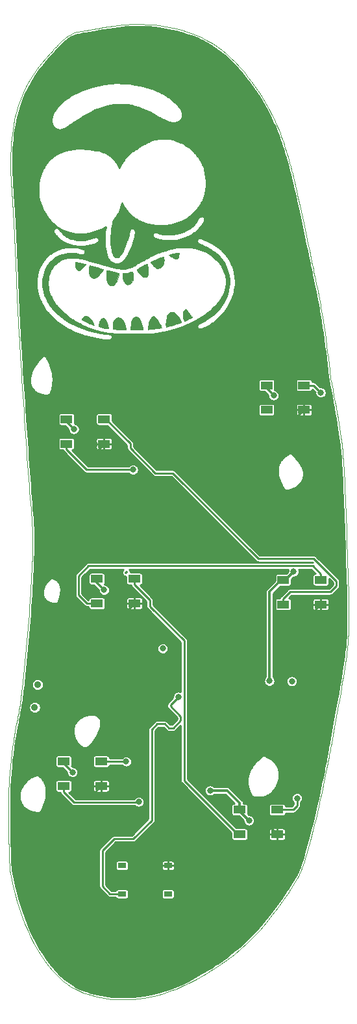
<source format=gbr>
G04 #@! TF.GenerationSoftware,KiCad,Pcbnew,(5.1.0-0)*
G04 #@! TF.CreationDate,2019-11-19T19:36:27-07:00*
G04 #@! TF.ProjectId,XMas-V3,584d6173-2d56-4332-9e6b-696361645f70,rev?*
G04 #@! TF.SameCoordinates,Original*
G04 #@! TF.FileFunction,Copper,L1,Top*
G04 #@! TF.FilePolarity,Positive*
%FSLAX46Y46*%
G04 Gerber Fmt 4.6, Leading zero omitted, Abs format (unit mm)*
G04 Created by KiCad (PCBNEW (5.1.0-0)) date 2019-11-19 19:36:27*
%MOMM*%
%LPD*%
G04 APERTURE LIST*
G04 #@! TA.AperFunction,EtchedComponent*
%ADD10C,0.010000*%
G04 #@! TD*
G04 #@! TA.AperFunction,SMDPad,CuDef*
%ADD11R,1.000000X0.700000*%
G04 #@! TD*
G04 #@! TA.AperFunction,SMDPad,CuDef*
%ADD12R,1.500000X1.000000*%
G04 #@! TD*
G04 #@! TA.AperFunction,WasherPad*
%ADD13C,0.900000*%
G04 #@! TD*
G04 #@! TA.AperFunction,ViaPad*
%ADD14C,0.800000*%
G04 #@! TD*
G04 #@! TA.AperFunction,ViaPad*
%ADD15C,1.400000*%
G04 #@! TD*
G04 #@! TA.AperFunction,Conductor*
%ADD16C,0.350000*%
G04 #@! TD*
G04 #@! TA.AperFunction,Conductor*
%ADD17C,0.250000*%
G04 #@! TD*
G04 #@! TA.AperFunction,Conductor*
%ADD18C,0.254000*%
G04 #@! TD*
G04 APERTURE END LIST*
D10*
G04 #@! TO.C,T\002A\002A\002A*
G36*
X-7853660Y24876936D02*
G01*
X-7723968Y24827956D01*
X-7602543Y24738085D01*
X-7560509Y24697057D01*
X-7479237Y24593066D01*
X-7393818Y24446901D01*
X-7308010Y24266568D01*
X-7225570Y24060075D01*
X-7150253Y23835427D01*
X-7139548Y23799800D01*
X-7090661Y23634696D01*
X-7054974Y23512175D01*
X-7031674Y23425991D01*
X-7019952Y23369900D01*
X-7018997Y23337654D01*
X-7027997Y23323008D01*
X-7046142Y23319715D01*
X-7072620Y23321530D01*
X-7077497Y23321872D01*
X-7124787Y23324160D01*
X-7213736Y23327781D01*
X-7335228Y23332390D01*
X-7480150Y23337643D01*
X-7639386Y23343193D01*
X-7658100Y23343832D01*
X-7837945Y23349612D01*
X-8023030Y23354968D01*
X-8198855Y23359521D01*
X-8350919Y23362892D01*
X-8451850Y23364560D01*
X-8737600Y23368000D01*
X-8737159Y23679150D01*
X-8724145Y23969551D01*
X-8685394Y24218875D01*
X-8620016Y24430352D01*
X-8527120Y24607216D01*
X-8455850Y24700297D01*
X-8337267Y24804807D01*
X-8198664Y24867257D01*
X-8032124Y24891014D01*
X-8006339Y24891443D01*
X-7853660Y24876936D01*
X-7853660Y24876936D01*
G37*
X-7853660Y24876936D02*
X-7723968Y24827956D01*
X-7602543Y24738085D01*
X-7560509Y24697057D01*
X-7479237Y24593066D01*
X-7393818Y24446901D01*
X-7308010Y24266568D01*
X-7225570Y24060075D01*
X-7150253Y23835427D01*
X-7139548Y23799800D01*
X-7090661Y23634696D01*
X-7054974Y23512175D01*
X-7031674Y23425991D01*
X-7019952Y23369900D01*
X-7018997Y23337654D01*
X-7027997Y23323008D01*
X-7046142Y23319715D01*
X-7072620Y23321530D01*
X-7077497Y23321872D01*
X-7124787Y23324160D01*
X-7213736Y23327781D01*
X-7335228Y23332390D01*
X-7480150Y23337643D01*
X-7639386Y23343193D01*
X-7658100Y23343832D01*
X-7837945Y23349612D01*
X-8023030Y23354968D01*
X-8198855Y23359521D01*
X-8350919Y23362892D01*
X-8451850Y23364560D01*
X-8737600Y23368000D01*
X-8737159Y23679150D01*
X-8724145Y23969551D01*
X-8685394Y24218875D01*
X-8620016Y24430352D01*
X-8527120Y24607216D01*
X-8455850Y24700297D01*
X-8337267Y24804807D01*
X-8198664Y24867257D01*
X-8032124Y24891014D01*
X-8006339Y24891443D01*
X-7853660Y24876936D01*
G36*
X-5639883Y24987965D02*
G01*
X-5523188Y24963268D01*
X-5417694Y24910708D01*
X-5321514Y24827145D01*
X-5232759Y24709438D01*
X-5149540Y24554448D01*
X-5069968Y24359034D01*
X-4992154Y24120057D01*
X-4914210Y23834376D01*
X-4891784Y23744274D01*
X-4859941Y23612294D01*
X-4832944Y23497143D01*
X-4812919Y23408141D01*
X-4801991Y23354613D01*
X-4800600Y23344224D01*
X-4822274Y23335755D01*
X-4888174Y23328930D01*
X-4999617Y23323706D01*
X-5157921Y23320039D01*
X-5364403Y23317886D01*
X-5613400Y23317200D01*
X-6426200Y23317200D01*
X-6426200Y23379400D01*
X-6422338Y23443917D01*
X-6411821Y23546588D01*
X-6396258Y23675442D01*
X-6377258Y23818509D01*
X-6356428Y23963818D01*
X-6335378Y24099400D01*
X-6315714Y24213284D01*
X-6310532Y24240380D01*
X-6249840Y24480546D01*
X-6171331Y24673635D01*
X-6074342Y24820384D01*
X-5958212Y24921531D01*
X-5822279Y24977814D01*
X-5665881Y24989971D01*
X-5639883Y24987965D01*
X-5639883Y24987965D01*
G37*
X-5639883Y24987965D02*
X-5523188Y24963268D01*
X-5417694Y24910708D01*
X-5321514Y24827145D01*
X-5232759Y24709438D01*
X-5149540Y24554448D01*
X-5069968Y24359034D01*
X-4992154Y24120057D01*
X-4914210Y23834376D01*
X-4891784Y23744274D01*
X-4859941Y23612294D01*
X-4832944Y23497143D01*
X-4812919Y23408141D01*
X-4801991Y23354613D01*
X-4800600Y23344224D01*
X-4822274Y23335755D01*
X-4888174Y23328930D01*
X-4999617Y23323706D01*
X-5157921Y23320039D01*
X-5364403Y23317886D01*
X-5613400Y23317200D01*
X-6426200Y23317200D01*
X-6426200Y23379400D01*
X-6422338Y23443917D01*
X-6411821Y23546588D01*
X-6396258Y23675442D01*
X-6377258Y23818509D01*
X-6356428Y23963818D01*
X-6335378Y24099400D01*
X-6315714Y24213284D01*
X-6310532Y24240380D01*
X-6249840Y24480546D01*
X-6171331Y24673635D01*
X-6074342Y24820384D01*
X-5958212Y24921531D01*
X-5822279Y24977814D01*
X-5665881Y24989971D01*
X-5639883Y24987965D01*
G36*
X-3419074Y25059816D02*
G01*
X-3326975Y25014126D01*
X-3221889Y24923775D01*
X-3177754Y24878202D01*
X-3076601Y24763631D01*
X-2978620Y24638129D01*
X-2878681Y24494046D01*
X-2771658Y24323731D01*
X-2652422Y24119534D01*
X-2567377Y23967612D01*
X-2480961Y23807202D01*
X-2421626Y23687699D01*
X-2389603Y23609612D01*
X-2385123Y23573448D01*
X-2386908Y23571628D01*
X-2430036Y23557805D01*
X-2516775Y23540395D01*
X-2640134Y23520276D01*
X-2793123Y23498329D01*
X-2968749Y23475431D01*
X-3160021Y23452461D01*
X-3359948Y23430300D01*
X-3561538Y23409824D01*
X-3757800Y23391914D01*
X-3918012Y23379158D01*
X-4165724Y23361031D01*
X-4153961Y23434366D01*
X-4145133Y23493691D01*
X-4132153Y23585997D01*
X-4117455Y23693896D01*
X-4113551Y23723124D01*
X-4075787Y23946672D01*
X-4023317Y24169943D01*
X-3959335Y24383913D01*
X-3887037Y24579555D01*
X-3809615Y24747844D01*
X-3730264Y24879753D01*
X-3684073Y24936612D01*
X-3590960Y25020291D01*
X-3504848Y25061615D01*
X-3419074Y25059816D01*
X-3419074Y25059816D01*
G37*
X-3419074Y25059816D02*
X-3326975Y25014126D01*
X-3221889Y24923775D01*
X-3177754Y24878202D01*
X-3076601Y24763631D01*
X-2978620Y24638129D01*
X-2878681Y24494046D01*
X-2771658Y24323731D01*
X-2652422Y24119534D01*
X-2567377Y23967612D01*
X-2480961Y23807202D01*
X-2421626Y23687699D01*
X-2389603Y23609612D01*
X-2385123Y23573448D01*
X-2386908Y23571628D01*
X-2430036Y23557805D01*
X-2516775Y23540395D01*
X-2640134Y23520276D01*
X-2793123Y23498329D01*
X-2968749Y23475431D01*
X-3160021Y23452461D01*
X-3359948Y23430300D01*
X-3561538Y23409824D01*
X-3757800Y23391914D01*
X-3918012Y23379158D01*
X-4165724Y23361031D01*
X-4153961Y23434366D01*
X-4145133Y23493691D01*
X-4132153Y23585997D01*
X-4117455Y23693896D01*
X-4113551Y23723124D01*
X-4075787Y23946672D01*
X-4023317Y24169943D01*
X-3959335Y24383913D01*
X-3887037Y24579555D01*
X-3809615Y24747844D01*
X-3730264Y24879753D01*
X-3684073Y24936612D01*
X-3590960Y25020291D01*
X-3504848Y25061615D01*
X-3419074Y25059816D01*
G36*
X-9840456Y24775638D02*
G01*
X-9737569Y24686563D01*
X-9640209Y24548685D01*
X-9548830Y24362384D01*
X-9463886Y24128039D01*
X-9395249Y23884079D01*
X-9361636Y23749001D01*
X-9332926Y23630954D01*
X-9311234Y23538850D01*
X-9298674Y23481601D01*
X-9296400Y23467579D01*
X-9304176Y23454075D01*
X-9331948Y23448407D01*
X-9386382Y23451083D01*
X-9474145Y23462611D01*
X-9601902Y23483501D01*
X-9677400Y23496652D01*
X-9813626Y23522667D01*
X-9976612Y23556818D01*
X-10143998Y23594287D01*
X-10267950Y23623885D01*
X-10591800Y23704104D01*
X-10591359Y23809102D01*
X-10573990Y23999779D01*
X-10527028Y24196716D01*
X-10455896Y24384615D01*
X-10366018Y24548175D01*
X-10298176Y24636343D01*
X-10177729Y24746264D01*
X-10060990Y24805867D01*
X-9948414Y24815532D01*
X-9840456Y24775638D01*
X-9840456Y24775638D01*
G37*
X-9840456Y24775638D02*
X-9737569Y24686563D01*
X-9640209Y24548685D01*
X-9548830Y24362384D01*
X-9463886Y24128039D01*
X-9395249Y23884079D01*
X-9361636Y23749001D01*
X-9332926Y23630954D01*
X-9311234Y23538850D01*
X-9298674Y23481601D01*
X-9296400Y23467579D01*
X-9304176Y23454075D01*
X-9331948Y23448407D01*
X-9386382Y23451083D01*
X-9474145Y23462611D01*
X-9601902Y23483501D01*
X-9677400Y23496652D01*
X-9813626Y23522667D01*
X-9976612Y23556818D01*
X-10143998Y23594287D01*
X-10267950Y23623885D01*
X-10591800Y23704104D01*
X-10591359Y23809102D01*
X-10573990Y23999779D01*
X-10527028Y24196716D01*
X-10455896Y24384615D01*
X-10366018Y24548175D01*
X-10298176Y24636343D01*
X-10177729Y24746264D01*
X-10060990Y24805867D01*
X-9948414Y24815532D01*
X-9840456Y24775638D01*
G36*
X-917281Y25610175D02*
G01*
X-798067Y25568021D01*
X-658875Y25483697D01*
X-509685Y25358624D01*
X-356852Y25200146D01*
X-206731Y25015608D01*
X-65675Y24812358D01*
X59960Y24597739D01*
X87774Y24544044D01*
X136453Y24445205D01*
X174989Y24362554D01*
X198420Y24306989D01*
X203200Y24290496D01*
X179630Y24271180D01*
X112771Y24240501D01*
X8402Y24200256D01*
X-127701Y24152242D01*
X-289760Y24098257D01*
X-471998Y24040099D01*
X-668639Y23979564D01*
X-873904Y23918450D01*
X-1082016Y23858555D01*
X-1287198Y23801676D01*
X-1483673Y23749611D01*
X-1665663Y23704156D01*
X-1731073Y23688700D01*
X-1768457Y23682651D01*
X-1790401Y23693484D01*
X-1803439Y23731780D01*
X-1814104Y23808118D01*
X-1816269Y23826649D01*
X-1822309Y23921580D01*
X-1823455Y24046256D01*
X-1819707Y24179859D01*
X-1816292Y24239261D01*
X-1783873Y24536455D01*
X-1730623Y24802602D01*
X-1658241Y25035487D01*
X-1568425Y25232894D01*
X-1462874Y25392605D01*
X-1343286Y25512405D01*
X-1211359Y25590078D01*
X-1068791Y25623407D01*
X-917281Y25610175D01*
X-917281Y25610175D01*
G37*
X-917281Y25610175D02*
X-798067Y25568021D01*
X-658875Y25483697D01*
X-509685Y25358624D01*
X-356852Y25200146D01*
X-206731Y25015608D01*
X-65675Y24812358D01*
X59960Y24597739D01*
X87774Y24544044D01*
X136453Y24445205D01*
X174989Y24362554D01*
X198420Y24306989D01*
X203200Y24290496D01*
X179630Y24271180D01*
X112771Y24240501D01*
X8402Y24200256D01*
X-127701Y24152242D01*
X-289760Y24098257D01*
X-471998Y24040099D01*
X-668639Y23979564D01*
X-873904Y23918450D01*
X-1082016Y23858555D01*
X-1287198Y23801676D01*
X-1483673Y23749611D01*
X-1665663Y23704156D01*
X-1731073Y23688700D01*
X-1768457Y23682651D01*
X-1790401Y23693484D01*
X-1803439Y23731780D01*
X-1814104Y23808118D01*
X-1816269Y23826649D01*
X-1822309Y23921580D01*
X-1823455Y24046256D01*
X-1819707Y24179859D01*
X-1816292Y24239261D01*
X-1783873Y24536455D01*
X-1730623Y24802602D01*
X-1658241Y25035487D01*
X-1568425Y25232894D01*
X-1462874Y25392605D01*
X-1343286Y25512405D01*
X-1211359Y25590078D01*
X-1068791Y25623407D01*
X-917281Y25610175D01*
G36*
X-12216939Y25070360D02*
G01*
X-12166059Y25058956D01*
X-11942425Y24980136D01*
X-11748166Y24864655D01*
X-11581097Y24710254D01*
X-11439036Y24514675D01*
X-11319798Y24275659D01*
X-11263346Y24125429D01*
X-11228169Y24019626D01*
X-11208793Y23953076D01*
X-11203585Y23917315D01*
X-11210913Y23903882D01*
X-11220450Y23903002D01*
X-11249611Y23912643D01*
X-11316927Y23938077D01*
X-11413536Y23975862D01*
X-11530576Y24022559D01*
X-11582400Y24043478D01*
X-11734318Y24106987D01*
X-11896746Y24178325D01*
X-12062926Y24254167D01*
X-12226098Y24331188D01*
X-12379502Y24406063D01*
X-12516380Y24475465D01*
X-12629972Y24536070D01*
X-12713519Y24584553D01*
X-12760261Y24617588D01*
X-12767468Y24626480D01*
X-12768269Y24685725D01*
X-12742633Y24767214D01*
X-12697868Y24855216D01*
X-12641279Y24934001D01*
X-12609785Y24965948D01*
X-12491269Y25045291D01*
X-12363324Y25079466D01*
X-12216939Y25070360D01*
X-12216939Y25070360D01*
G37*
X-12216939Y25070360D02*
X-12166059Y25058956D01*
X-11942425Y24980136D01*
X-11748166Y24864655D01*
X-11581097Y24710254D01*
X-11439036Y24514675D01*
X-11319798Y24275659D01*
X-11263346Y24125429D01*
X-11228169Y24019626D01*
X-11208793Y23953076D01*
X-11203585Y23917315D01*
X-11210913Y23903882D01*
X-11220450Y23903002D01*
X-11249611Y23912643D01*
X-11316927Y23938077D01*
X-11413536Y23975862D01*
X-11530576Y24022559D01*
X-11582400Y24043478D01*
X-11734318Y24106987D01*
X-11896746Y24178325D01*
X-12062926Y24254167D01*
X-12226098Y24331188D01*
X-12379502Y24406063D01*
X-12516380Y24475465D01*
X-12629972Y24536070D01*
X-12713519Y24584553D01*
X-12760261Y24617588D01*
X-12767468Y24626480D01*
X-12768269Y24685725D01*
X-12742633Y24767214D01*
X-12697868Y24855216D01*
X-12641279Y24934001D01*
X-12609785Y24965948D01*
X-12491269Y25045291D01*
X-12363324Y25079466D01*
X-12216939Y25070360D01*
G36*
X977007Y25800867D02*
G01*
X1046824Y25713217D01*
X1128636Y25606429D01*
X1217235Y25487774D01*
X1307411Y25364525D01*
X1393954Y25243954D01*
X1471655Y25133332D01*
X1535304Y25039932D01*
X1579692Y24971025D01*
X1599611Y24933884D01*
X1600200Y24930941D01*
X1578632Y24916417D01*
X1519263Y24883886D01*
X1430091Y24837317D01*
X1319116Y24780678D01*
X1194338Y24717938D01*
X1063756Y24653064D01*
X935370Y24590024D01*
X817178Y24532788D01*
X717180Y24485322D01*
X643377Y24451595D01*
X603767Y24435576D01*
X600028Y24434800D01*
X586208Y24457090D01*
X563204Y24515539D01*
X535983Y24597517D01*
X535854Y24597933D01*
X458522Y24889249D01*
X417493Y25147114D01*
X413052Y25373901D01*
X445482Y25571982D01*
X515070Y25743730D01*
X622099Y25891518D01*
X699994Y25965967D01*
X783542Y26036634D01*
X977007Y25800867D01*
X977007Y25800867D01*
G37*
X977007Y25800867D02*
X1046824Y25713217D01*
X1128636Y25606429D01*
X1217235Y25487774D01*
X1307411Y25364525D01*
X1393954Y25243954D01*
X1471655Y25133332D01*
X1535304Y25039932D01*
X1579692Y24971025D01*
X1599611Y24933884D01*
X1600200Y24930941D01*
X1578632Y24916417D01*
X1519263Y24883886D01*
X1430091Y24837317D01*
X1319116Y24780678D01*
X1194338Y24717938D01*
X1063756Y24653064D01*
X935370Y24590024D01*
X817178Y24532788D01*
X717180Y24485322D01*
X643377Y24451595D01*
X603767Y24435576D01*
X600028Y24434800D01*
X586208Y24457090D01*
X563204Y24515539D01*
X535983Y24597517D01*
X535854Y24597933D01*
X458522Y24889249D01*
X417493Y25147114D01*
X413052Y25373901D01*
X445482Y25571982D01*
X515070Y25743730D01*
X622099Y25891518D01*
X699994Y25965967D01*
X783542Y26036634D01*
X977007Y25800867D01*
G36*
X-9478157Y31053881D02*
G01*
X-9368595Y31023353D01*
X-9230943Y30987021D01*
X-9073067Y30946761D01*
X-8902832Y30904448D01*
X-8728104Y30861959D01*
X-8556749Y30821169D01*
X-8396632Y30783955D01*
X-8255618Y30752191D01*
X-8141574Y30727755D01*
X-8062364Y30712522D01*
X-8028775Y30708212D01*
X-7978154Y30702578D01*
X-7949016Y30681392D01*
X-7939709Y30636442D01*
X-7948584Y30559516D01*
X-7973990Y30442402D01*
X-7974733Y30439267D01*
X-8051599Y30145087D01*
X-8132932Y29895107D01*
X-8221479Y29682753D01*
X-8319984Y29501456D01*
X-8431190Y29344643D01*
X-8432605Y29342892D01*
X-8574938Y29190723D01*
X-8714540Y29089098D01*
X-8851302Y29038056D01*
X-8985115Y29037632D01*
X-9115870Y29087863D01*
X-9143169Y29105011D01*
X-9296950Y29238729D01*
X-9418465Y29411568D01*
X-9507669Y29623378D01*
X-9564514Y29874003D01*
X-9588954Y30163292D01*
X-9580944Y30491091D01*
X-9577432Y30537562D01*
X-9562572Y30715259D01*
X-9550006Y30848302D01*
X-9538577Y30942717D01*
X-9527126Y31004532D01*
X-9514492Y31039776D01*
X-9499518Y31054475D01*
X-9481045Y31054658D01*
X-9478157Y31053881D01*
X-9478157Y31053881D01*
G37*
X-9478157Y31053881D02*
X-9368595Y31023353D01*
X-9230943Y30987021D01*
X-9073067Y30946761D01*
X-8902832Y30904448D01*
X-8728104Y30861959D01*
X-8556749Y30821169D01*
X-8396632Y30783955D01*
X-8255618Y30752191D01*
X-8141574Y30727755D01*
X-8062364Y30712522D01*
X-8028775Y30708212D01*
X-7978154Y30702578D01*
X-7949016Y30681392D01*
X-7939709Y30636442D01*
X-7948584Y30559516D01*
X-7973990Y30442402D01*
X-7974733Y30439267D01*
X-8051599Y30145087D01*
X-8132932Y29895107D01*
X-8221479Y29682753D01*
X-8319984Y29501456D01*
X-8431190Y29344643D01*
X-8432605Y29342892D01*
X-8574938Y29190723D01*
X-8714540Y29089098D01*
X-8851302Y29038056D01*
X-8985115Y29037632D01*
X-9115870Y29087863D01*
X-9143169Y29105011D01*
X-9296950Y29238729D01*
X-9418465Y29411568D01*
X-9507669Y29623378D01*
X-9564514Y29874003D01*
X-9588954Y30163292D01*
X-9580944Y30491091D01*
X-9577432Y30537562D01*
X-9562572Y30715259D01*
X-9550006Y30848302D01*
X-9538577Y30942717D01*
X-9527126Y31004532D01*
X-9514492Y31039776D01*
X-9499518Y31054475D01*
X-9481045Y31054658D01*
X-9478157Y31053881D01*
G36*
X-6183280Y30879996D02*
G01*
X-6173540Y30854541D01*
X-6152848Y30792659D01*
X-6125227Y30706465D01*
X-6117919Y30683200D01*
X-6089816Y30582605D01*
X-6071846Y30486031D01*
X-6062010Y30376940D01*
X-6058314Y30238797D01*
X-6058102Y30187900D01*
X-6058783Y30056022D01*
X-6062581Y29961192D01*
X-6071817Y29889665D01*
X-6088815Y29827698D01*
X-6115898Y29761545D01*
X-6138279Y29713438D01*
X-6244542Y29530582D01*
X-6370228Y29385155D01*
X-6510805Y29280039D01*
X-6661742Y29218117D01*
X-6818507Y29202269D01*
X-6918455Y29217298D01*
X-7017865Y29263457D01*
X-7121900Y29348609D01*
X-7220203Y29463206D01*
X-7273573Y29544590D01*
X-7338583Y29680873D01*
X-7384524Y29839004D01*
X-7413057Y30027342D01*
X-7425847Y30254250D01*
X-7426755Y30314900D01*
X-7429500Y30645100D01*
X-7183960Y30661131D01*
X-6791277Y30712162D01*
X-6402909Y30813742D01*
X-6369248Y30824993D01*
X-6282205Y30853583D01*
X-6216560Y30873227D01*
X-6184520Y30880314D01*
X-6183280Y30879996D01*
X-6183280Y30879996D01*
G37*
X-6183280Y30879996D02*
X-6173540Y30854541D01*
X-6152848Y30792659D01*
X-6125227Y30706465D01*
X-6117919Y30683200D01*
X-6089816Y30582605D01*
X-6071846Y30486031D01*
X-6062010Y30376940D01*
X-6058314Y30238797D01*
X-6058102Y30187900D01*
X-6058783Y30056022D01*
X-6062581Y29961192D01*
X-6071817Y29889665D01*
X-6088815Y29827698D01*
X-6115898Y29761545D01*
X-6138279Y29713438D01*
X-6244542Y29530582D01*
X-6370228Y29385155D01*
X-6510805Y29280039D01*
X-6661742Y29218117D01*
X-6818507Y29202269D01*
X-6918455Y29217298D01*
X-7017865Y29263457D01*
X-7121900Y29348609D01*
X-7220203Y29463206D01*
X-7273573Y29544590D01*
X-7338583Y29680873D01*
X-7384524Y29839004D01*
X-7413057Y30027342D01*
X-7425847Y30254250D01*
X-7426755Y30314900D01*
X-7429500Y30645100D01*
X-7183960Y30661131D01*
X-6791277Y30712162D01*
X-6402909Y30813742D01*
X-6369248Y30824993D01*
X-6282205Y30853583D01*
X-6216560Y30873227D01*
X-6184520Y30880314D01*
X-6183280Y30879996D01*
G36*
X-11754215Y31683418D02*
G01*
X-11685392Y31667288D01*
X-11581330Y31640305D01*
X-11448717Y31604404D01*
X-11294243Y31561523D01*
X-11124598Y31513596D01*
X-10946472Y31462561D01*
X-10766553Y31410352D01*
X-10591532Y31358907D01*
X-10428098Y31310160D01*
X-10282940Y31266049D01*
X-10162748Y31228508D01*
X-10074213Y31199475D01*
X-10024022Y31180884D01*
X-10015125Y31175673D01*
X-10025042Y31143540D01*
X-10059871Y31079112D01*
X-10114021Y30990713D01*
X-10181898Y30886670D01*
X-10257911Y30775308D01*
X-10336468Y30664953D01*
X-10411976Y30563932D01*
X-10478843Y30480568D01*
X-10493329Y30463720D01*
X-10665155Y30284432D01*
X-10826449Y30152324D01*
X-10980365Y30065654D01*
X-11130054Y30022681D01*
X-11278670Y30021661D01*
X-11290300Y30023294D01*
X-11448770Y30071356D01*
X-11583835Y30162633D01*
X-11693953Y30294487D01*
X-11777584Y30464280D01*
X-11833187Y30669373D01*
X-11859222Y30907129D01*
X-11861058Y31000700D01*
X-11858091Y31077031D01*
X-11850359Y31178951D01*
X-11839199Y31295004D01*
X-11825945Y31413734D01*
X-11811932Y31523686D01*
X-11798496Y31613404D01*
X-11786970Y31671433D01*
X-11781108Y31686760D01*
X-11754215Y31683418D01*
X-11754215Y31683418D01*
G37*
X-11754215Y31683418D02*
X-11685392Y31667288D01*
X-11581330Y31640305D01*
X-11448717Y31604404D01*
X-11294243Y31561523D01*
X-11124598Y31513596D01*
X-10946472Y31462561D01*
X-10766553Y31410352D01*
X-10591532Y31358907D01*
X-10428098Y31310160D01*
X-10282940Y31266049D01*
X-10162748Y31228508D01*
X-10074213Y31199475D01*
X-10024022Y31180884D01*
X-10015125Y31175673D01*
X-10025042Y31143540D01*
X-10059871Y31079112D01*
X-10114021Y30990713D01*
X-10181898Y30886670D01*
X-10257911Y30775308D01*
X-10336468Y30664953D01*
X-10411976Y30563932D01*
X-10478843Y30480568D01*
X-10493329Y30463720D01*
X-10665155Y30284432D01*
X-10826449Y30152324D01*
X-10980365Y30065654D01*
X-11130054Y30022681D01*
X-11278670Y30021661D01*
X-11290300Y30023294D01*
X-11448770Y30071356D01*
X-11583835Y30162633D01*
X-11693953Y30294487D01*
X-11777584Y30464280D01*
X-11833187Y30669373D01*
X-11859222Y30907129D01*
X-11861058Y31000700D01*
X-11858091Y31077031D01*
X-11850359Y31178951D01*
X-11839199Y31295004D01*
X-11825945Y31413734D01*
X-11811932Y31523686D01*
X-11798496Y31613404D01*
X-11786970Y31671433D01*
X-11781108Y31686760D01*
X-11754215Y31683418D01*
G36*
X-4256647Y31900314D02*
G01*
X-4245451Y31872072D01*
X-4225599Y31806832D01*
X-4200756Y31716879D01*
X-4191966Y31683400D01*
X-4148969Y31475390D01*
X-4120222Y31247426D01*
X-4107436Y31020129D01*
X-4112319Y30814115D01*
X-4116252Y30770678D01*
X-4139423Y30598352D01*
X-4170069Y30465104D01*
X-4212340Y30359318D01*
X-4270388Y30269382D01*
X-4313156Y30219650D01*
X-4397547Y30165081D01*
X-4510965Y30145935D01*
X-4646060Y30162178D01*
X-4795481Y30213776D01*
X-4813300Y30221998D01*
X-4912432Y30278121D01*
X-5021828Y30353915D01*
X-5111295Y30427310D01*
X-5175238Y30492917D01*
X-5250198Y30580953D01*
X-5330688Y30683552D01*
X-5411219Y30792846D01*
X-5486304Y30900968D01*
X-5550456Y31000051D01*
X-5598187Y31082227D01*
X-5624009Y31139630D01*
X-5624556Y31163140D01*
X-5589329Y31187552D01*
X-5518109Y31230464D01*
X-5417532Y31288299D01*
X-5294235Y31357482D01*
X-5154856Y31434434D01*
X-5006031Y31515580D01*
X-4854398Y31597343D01*
X-4706593Y31676146D01*
X-4569253Y31748412D01*
X-4449015Y31810565D01*
X-4352516Y31859028D01*
X-4286392Y31890224D01*
X-4257282Y31900577D01*
X-4256647Y31900314D01*
X-4256647Y31900314D01*
G37*
X-4256647Y31900314D02*
X-4245451Y31872072D01*
X-4225599Y31806832D01*
X-4200756Y31716879D01*
X-4191966Y31683400D01*
X-4148969Y31475390D01*
X-4120222Y31247426D01*
X-4107436Y31020129D01*
X-4112319Y30814115D01*
X-4116252Y30770678D01*
X-4139423Y30598352D01*
X-4170069Y30465104D01*
X-4212340Y30359318D01*
X-4270388Y30269382D01*
X-4313156Y30219650D01*
X-4397547Y30165081D01*
X-4510965Y30145935D01*
X-4646060Y30162178D01*
X-4795481Y30213776D01*
X-4813300Y30221998D01*
X-4912432Y30278121D01*
X-5021828Y30353915D01*
X-5111295Y30427310D01*
X-5175238Y30492917D01*
X-5250198Y30580953D01*
X-5330688Y30683552D01*
X-5411219Y30792846D01*
X-5486304Y30900968D01*
X-5550456Y31000051D01*
X-5598187Y31082227D01*
X-5624009Y31139630D01*
X-5624556Y31163140D01*
X-5589329Y31187552D01*
X-5518109Y31230464D01*
X-5417532Y31288299D01*
X-5294235Y31357482D01*
X-5154856Y31434434D01*
X-5006031Y31515580D01*
X-4854398Y31597343D01*
X-4706593Y31676146D01*
X-4569253Y31748412D01*
X-4449015Y31810565D01*
X-4352516Y31859028D01*
X-4286392Y31890224D01*
X-4257282Y31900577D01*
X-4256647Y31900314D01*
G36*
X-13523319Y32113905D02*
G01*
X-13477906Y32107563D01*
X-13394116Y32091790D01*
X-13280382Y32068494D01*
X-13145139Y32039582D01*
X-12996821Y32006962D01*
X-12843864Y31972541D01*
X-12694701Y31938226D01*
X-12557768Y31905924D01*
X-12441498Y31877542D01*
X-12354326Y31854989D01*
X-12304687Y31840171D01*
X-12296887Y31836574D01*
X-12303698Y31811357D01*
X-12337462Y31756525D01*
X-12391591Y31680614D01*
X-12459495Y31592159D01*
X-12534586Y31499698D01*
X-12610274Y31411766D01*
X-12679971Y31336899D01*
X-12691446Y31325397D01*
X-12839588Y31193434D01*
X-12973465Y31106354D01*
X-13097857Y31061942D01*
X-13217542Y31057985D01*
X-13254500Y31064642D01*
X-13360444Y31113985D01*
X-13453273Y31206548D01*
X-13530151Y31335804D01*
X-13588240Y31495223D01*
X-13624703Y31678277D01*
X-13636703Y31878437D01*
X-13635124Y31940500D01*
X-13627100Y32118300D01*
X-13523319Y32113905D01*
X-13523319Y32113905D01*
G37*
X-13523319Y32113905D02*
X-13477906Y32107563D01*
X-13394116Y32091790D01*
X-13280382Y32068494D01*
X-13145139Y32039582D01*
X-12996821Y32006962D01*
X-12843864Y31972541D01*
X-12694701Y31938226D01*
X-12557768Y31905924D01*
X-12441498Y31877542D01*
X-12354326Y31854989D01*
X-12304687Y31840171D01*
X-12296887Y31836574D01*
X-12303698Y31811357D01*
X-12337462Y31756525D01*
X-12391591Y31680614D01*
X-12459495Y31592159D01*
X-12534586Y31499698D01*
X-12610274Y31411766D01*
X-12679971Y31336899D01*
X-12691446Y31325397D01*
X-12839588Y31193434D01*
X-12973465Y31106354D01*
X-13097857Y31061942D01*
X-13217542Y31057985D01*
X-13254500Y31064642D01*
X-13360444Y31113985D01*
X-13453273Y31206548D01*
X-13530151Y31335804D01*
X-13588240Y31495223D01*
X-13624703Y31678277D01*
X-13636703Y31878437D01*
X-13635124Y31940500D01*
X-13627100Y32118300D01*
X-13523319Y32113905D01*
G36*
X-2122554Y32818518D02*
G01*
X-2102369Y32754289D01*
X-2085709Y32659739D01*
X-2073515Y32545095D01*
X-2066726Y32420582D01*
X-2066282Y32296429D01*
X-2073124Y32182860D01*
X-2079937Y32131000D01*
X-2130380Y31936192D01*
X-2212288Y31754117D01*
X-2319540Y31593017D01*
X-2446015Y31461132D01*
X-2585591Y31366702D01*
X-2674078Y31331152D01*
X-2779502Y31304395D01*
X-2863279Y31297276D01*
X-2950105Y31308625D01*
X-2984500Y31316432D01*
X-3163643Y31385240D01*
X-3328860Y31499785D01*
X-3378200Y31546067D01*
X-3433034Y31606189D01*
X-3501288Y31688180D01*
X-3576089Y31782862D01*
X-3650566Y31881055D01*
X-3717846Y31973578D01*
X-3771056Y32051253D01*
X-3803324Y32104899D01*
X-3809813Y32122586D01*
X-3787263Y32140880D01*
X-3724081Y32175437D01*
X-3626729Y32223464D01*
X-3501665Y32282169D01*
X-3355350Y32348758D01*
X-3194243Y32420439D01*
X-3024805Y32494420D01*
X-2853493Y32567907D01*
X-2686770Y32638107D01*
X-2531094Y32702228D01*
X-2392924Y32757478D01*
X-2278722Y32801062D01*
X-2194946Y32830190D01*
X-2148056Y32842067D01*
X-2145323Y32842200D01*
X-2122554Y32818518D01*
X-2122554Y32818518D01*
G37*
X-2122554Y32818518D02*
X-2102369Y32754289D01*
X-2085709Y32659739D01*
X-2073515Y32545095D01*
X-2066726Y32420582D01*
X-2066282Y32296429D01*
X-2073124Y32182860D01*
X-2079937Y32131000D01*
X-2130380Y31936192D01*
X-2212288Y31754117D01*
X-2319540Y31593017D01*
X-2446015Y31461132D01*
X-2585591Y31366702D01*
X-2674078Y31331152D01*
X-2779502Y31304395D01*
X-2863279Y31297276D01*
X-2950105Y31308625D01*
X-2984500Y31316432D01*
X-3163643Y31385240D01*
X-3328860Y31499785D01*
X-3378200Y31546067D01*
X-3433034Y31606189D01*
X-3501288Y31688180D01*
X-3576089Y31782862D01*
X-3650566Y31881055D01*
X-3717846Y31973578D01*
X-3771056Y32051253D01*
X-3803324Y32104899D01*
X-3809813Y32122586D01*
X-3787263Y32140880D01*
X-3724081Y32175437D01*
X-3626729Y32223464D01*
X-3501665Y32282169D01*
X-3355350Y32348758D01*
X-3194243Y32420439D01*
X-3024805Y32494420D01*
X-2853493Y32567907D01*
X-2686770Y32638107D01*
X-2531094Y32702228D01*
X-2392924Y32757478D01*
X-2278722Y32801062D01*
X-2194946Y32830190D01*
X-2148056Y32842067D01*
X-2145323Y32842200D01*
X-2122554Y32818518D01*
G36*
X-137330Y33343049D02*
G01*
X-135754Y33342021D01*
X-123587Y33303176D01*
X-118732Y33227968D01*
X-120469Y33130191D01*
X-128078Y33023643D01*
X-140840Y32922121D01*
X-158035Y32839420D01*
X-162796Y32823740D01*
X-205130Y32731678D01*
X-263375Y32649245D01*
X-326817Y32588799D01*
X-384746Y32562696D01*
X-389299Y32562454D01*
X-438171Y32557329D01*
X-469900Y32551748D01*
X-527453Y32550790D01*
X-604196Y32561710D01*
X-619141Y32565061D01*
X-699952Y32590747D01*
X-796753Y32629973D01*
X-847741Y32653931D01*
X-938343Y32704584D01*
X-1039801Y32769649D01*
X-1143173Y32842303D01*
X-1239518Y32915719D01*
X-1319893Y32983072D01*
X-1375357Y33037538D01*
X-1396967Y33072290D01*
X-1397000Y33073165D01*
X-1373354Y33087585D01*
X-1307834Y33109247D01*
X-1208564Y33136418D01*
X-1083673Y33167366D01*
X-941287Y33200359D01*
X-789532Y33233664D01*
X-636534Y33265550D01*
X-490420Y33294283D01*
X-359316Y33318132D01*
X-251349Y33335364D01*
X-174645Y33344247D01*
X-137330Y33343049D01*
X-137330Y33343049D01*
G37*
X-137330Y33343049D02*
X-135754Y33342021D01*
X-123587Y33303176D01*
X-118732Y33227968D01*
X-120469Y33130191D01*
X-128078Y33023643D01*
X-140840Y32922121D01*
X-158035Y32839420D01*
X-162796Y32823740D01*
X-205130Y32731678D01*
X-263375Y32649245D01*
X-326817Y32588799D01*
X-384746Y32562696D01*
X-389299Y32562454D01*
X-438171Y32557329D01*
X-469900Y32551748D01*
X-527453Y32550790D01*
X-604196Y32561710D01*
X-619141Y32565061D01*
X-699952Y32590747D01*
X-796753Y32629973D01*
X-847741Y32653931D01*
X-938343Y32704584D01*
X-1039801Y32769649D01*
X-1143173Y32842303D01*
X-1239518Y32915719D01*
X-1319893Y32983072D01*
X-1375357Y33037538D01*
X-1396967Y33072290D01*
X-1397000Y33073165D01*
X-1373354Y33087585D01*
X-1307834Y33109247D01*
X-1208564Y33136418D01*
X-1083673Y33167366D01*
X-941287Y33200359D01*
X-789532Y33233664D01*
X-636534Y33265550D01*
X-490420Y33294283D01*
X-359316Y33318132D01*
X-251349Y33335364D01*
X-174645Y33344247D01*
X-137330Y33343049D01*
G04 #@! TO.C,E\002A\002A\002A*
X-5080000Y63110221D02*
X-4116814Y63070657D01*
X-4116814Y63070657D02*
X-3179008Y62991457D01*
X-3179008Y62991457D02*
X-2258665Y62871354D01*
X-2258665Y62871354D02*
X-1347869Y62709076D01*
X-1347869Y62709076D02*
X-438704Y62503356D01*
X-438704Y62503356D02*
X476748Y62252923D01*
X476748Y62252923D02*
X713173Y62181440D01*
X713173Y62181440D02*
X1216336Y62020380D01*
X1216336Y62020380D02*
X1678968Y61859194D01*
X1678968Y61859194D02*
X2111195Y61693957D01*
X2111195Y61693957D02*
X2523144Y61520740D01*
X2523144Y61520740D02*
X2924941Y61335617D01*
X2924941Y61335617D02*
X3044983Y61277187D01*
X3044983Y61277187D02*
X3668603Y60949111D01*
X3668603Y60949111D02*
X4279961Y60584872D01*
X4279961Y60584872D02*
X4880728Y60182977D01*
X4880728Y60182977D02*
X5472578Y59741935D01*
X5472578Y59741935D02*
X6057183Y59260251D01*
X6057183Y59260251D02*
X6636216Y58736434D01*
X6636216Y58736434D02*
X7211349Y58168991D01*
X7211349Y58168991D02*
X7784255Y57556428D01*
X7784255Y57556428D02*
X8356606Y56897254D01*
X8356606Y56897254D02*
X8930076Y56189974D01*
X8930076Y56189974D02*
X9334085Y55664100D01*
X9334085Y55664100D02*
X9776479Y55062691D01*
X9776479Y55062691D02*
X10185629Y54477593D01*
X10185629Y54477593D02*
X10568171Y53898045D01*
X10568171Y53898045D02*
X10930738Y53313283D01*
X10930738Y53313283D02*
X11279965Y52712547D01*
X11279965Y52712547D02*
X11622486Y52085073D01*
X11622486Y52085073D02*
X11964937Y51420099D01*
X11964937Y51420099D02*
X12027227Y51295300D01*
X12027227Y51295300D02*
X12249406Y50842743D01*
X12249406Y50842743D02*
X12448916Y50423972D01*
X12448916Y50423972D02*
X12629701Y50029502D01*
X12629701Y50029502D02*
X12795703Y49649847D01*
X12795703Y49649847D02*
X12950866Y49275521D01*
X12950866Y49275521D02*
X13099131Y48897039D01*
X13099131Y48897039D02*
X13244443Y48504915D01*
X13244443Y48504915D02*
X13390744Y48089663D01*
X13390744Y48089663D02*
X13526460Y47688500D01*
X13526460Y47688500D02*
X13643263Y47332695D01*
X13643263Y47332695D02*
X13759049Y46969920D01*
X13759049Y46969920D02*
X13874243Y46598388D01*
X13874243Y46598388D02*
X13989269Y46216315D01*
X13989269Y46216315D02*
X14104552Y45821916D01*
X14104552Y45821916D02*
X14220516Y45413405D01*
X14220516Y45413405D02*
X14337586Y44988998D01*
X14337586Y44988998D02*
X14456185Y44546909D01*
X14456185Y44546909D02*
X14576740Y44085353D01*
X14576740Y44085353D02*
X14699673Y43602545D01*
X14699673Y43602545D02*
X14825410Y43096700D01*
X14825410Y43096700D02*
X14954375Y42566032D01*
X14954375Y42566032D02*
X15086993Y42008757D01*
X15086993Y42008757D02*
X15223687Y41423088D01*
X15223687Y41423088D02*
X15364883Y40807242D01*
X15364883Y40807242D02*
X15511005Y40159433D01*
X15511005Y40159433D02*
X15662477Y39477876D01*
X15662477Y39477876D02*
X15819724Y38760785D01*
X15819724Y38760785D02*
X15983171Y38006376D01*
X15983171Y38006376D02*
X16153241Y37212862D01*
X16153241Y37212862D02*
X16330360Y36378460D01*
X16330360Y36378460D02*
X16514952Y35501384D01*
X16514952Y35501384D02*
X16707441Y34579848D01*
X16707441Y34579848D02*
X16908251Y33612069D01*
X16908251Y33612069D02*
X17117808Y32596259D01*
X17117808Y32596259D02*
X17135141Y32512000D01*
X17135141Y32512000D02*
X17174544Y32320977D01*
X17174544Y32320977D02*
X17222876Y32087591D01*
X17222876Y32087591D02*
X17278606Y31819191D01*
X17278606Y31819191D02*
X17340202Y31523127D01*
X17340202Y31523127D02*
X17406132Y31206747D01*
X17406132Y31206747D02*
X17474864Y30877401D01*
X17474864Y30877401D02*
X17544868Y30542438D01*
X17544868Y30542438D02*
X17614611Y30209205D01*
X17614611Y30209205D02*
X17682562Y29885053D01*
X17682562Y29885053D02*
X17691744Y29841297D01*
X17691744Y29841297D02*
X17809400Y29277957D01*
X17809400Y29277957D02*
X17916788Y28757643D01*
X17916788Y28757643D02*
X18015117Y28273898D01*
X18015117Y28273898D02*
X18105597Y27820262D01*
X18105597Y27820262D02*
X18189437Y27390275D01*
X18189437Y27390275D02*
X18267846Y26977478D01*
X18267846Y26977478D02*
X18342036Y26575413D01*
X18342036Y26575413D02*
X18413214Y26177619D01*
X18413214Y26177619D02*
X18482591Y25777638D01*
X18482591Y25777638D02*
X18551376Y25369011D01*
X18551376Y25369011D02*
X18620779Y24945278D01*
X18620779Y24945278D02*
X18692008Y24499980D01*
X18692008Y24499980D02*
X18692274Y24498300D01*
X18692274Y24498300D02*
X18811180Y23728253D01*
X18811180Y23728253D02*
X18929022Y22928303D01*
X18929022Y22928303D02*
X19044414Y22109078D01*
X19044414Y22109078D02*
X19155972Y21281208D01*
X19155972Y21281208D02*
X19262310Y20455320D01*
X19262310Y20455320D02*
X19362042Y19642043D01*
X19362042Y19642043D02*
X19453784Y18852007D01*
X19453784Y18852007D02*
X19536149Y18095839D01*
X19536149Y18095839D02*
X19571284Y17754600D01*
X19571284Y17754600D02*
X19595656Y17526731D01*
X19595656Y17526731D02*
X19621475Y17316477D01*
X19621475Y17316477D02*
X19650695Y17111360D01*
X19650695Y17111360D02*
X19685267Y16898896D01*
X19685267Y16898896D02*
X19727144Y16666605D01*
X19727144Y16666605D02*
X19778281Y16402005D01*
X19778281Y16402005D02*
X19799801Y16294100D01*
X19799801Y16294100D02*
X19957748Y15498147D01*
X19957748Y15498147D02*
X20109081Y14717135D01*
X20109081Y14717135D02*
X20253318Y13953948D01*
X20253318Y13953948D02*
X20389973Y13211471D01*
X20389973Y13211471D02*
X20518565Y12492586D01*
X20518565Y12492586D02*
X20638608Y11800178D01*
X20638608Y11800178D02*
X20749620Y11137131D01*
X20749620Y11137131D02*
X20851116Y10506327D01*
X20851116Y10506327D02*
X20942614Y9910651D01*
X20942614Y9910651D02*
X21023629Y9352987D01*
X21023629Y9352987D02*
X21093677Y8836219D01*
X21093677Y8836219D02*
X21152275Y8363229D01*
X21152275Y8363229D02*
X21195004Y7975600D01*
X21195004Y7975600D02*
X21227451Y7635956D01*
X21227451Y7635956D02*
X21260319Y7245635D01*
X21260319Y7245635D02*
X21293601Y6804759D01*
X21293601Y6804759D02*
X21327294Y6313449D01*
X21327294Y6313449D02*
X21361391Y5771828D01*
X21361391Y5771828D02*
X21395887Y5180017D01*
X21395887Y5180017D02*
X21430777Y4538137D01*
X21430777Y4538137D02*
X21466056Y3846311D01*
X21466056Y3846311D02*
X21501719Y3104659D01*
X21501719Y3104659D02*
X21537760Y2313304D01*
X21537760Y2313304D02*
X21574174Y1472367D01*
X21574174Y1472367D02*
X21610955Y581969D01*
X21610955Y581969D02*
X21648100Y-357767D01*
X21648100Y-357767D02*
X21685601Y-1346720D01*
X21685601Y-1346720D02*
X21723454Y-2384769D01*
X21723454Y-2384769D02*
X21761654Y-3471791D01*
X21761654Y-3471791D02*
X21800196Y-4607665D01*
X21800196Y-4607665D02*
X21839073Y-5792270D01*
X21839073Y-5792270D02*
X21878282Y-7025484D01*
X21878282Y-7025484D02*
X21917816Y-8307185D01*
X21917816Y-8307185D02*
X21957671Y-9637252D01*
X21957671Y-9637252D02*
X21958856Y-9677400D01*
X21958856Y-9677400D02*
X21967216Y-9956283D01*
X21967216Y-9956283D02*
X21975978Y-10240797D01*
X21975978Y-10240797D02*
X21984874Y-10522762D01*
X21984874Y-10522762D02*
X21993638Y-10793997D01*
X21993638Y-10793997D02*
X22002002Y-11046322D01*
X22002002Y-11046322D02*
X22009699Y-11271559D01*
X22009699Y-11271559D02*
X22016462Y-11461527D01*
X22016462Y-11461527D02*
X22021510Y-11595100D01*
X22021510Y-11595100D02*
X22027928Y-11794672D01*
X22027928Y-11794672D02*
X22033350Y-12037757D01*
X22033350Y-12037757D02*
X22037779Y-12317078D01*
X22037779Y-12317078D02*
X22041212Y-12625357D01*
X22041212Y-12625357D02*
X22043651Y-12955317D01*
X22043651Y-12955317D02*
X22045096Y-13299681D01*
X22045096Y-13299681D02*
X22045546Y-13651171D01*
X22045546Y-13651171D02*
X22045001Y-14002511D01*
X22045001Y-14002511D02*
X22043463Y-14346423D01*
X22043463Y-14346423D02*
X22040930Y-14675629D01*
X22040930Y-14675629D02*
X22037403Y-14982852D01*
X22037403Y-14982852D02*
X22032883Y-15260816D01*
X22032883Y-15260816D02*
X22027368Y-15502242D01*
X22027368Y-15502242D02*
X22021468Y-15684500D01*
X22021468Y-15684500D02*
X22006759Y-16028458D01*
X22006759Y-16028458D02*
X21989340Y-16378221D01*
X21989340Y-16378221D02*
X21969800Y-16724487D01*
X21969800Y-16724487D02*
X21948731Y-17057959D01*
X21948731Y-17057959D02*
X21926722Y-17369336D01*
X21926722Y-17369336D02*
X21904364Y-17649320D01*
X21904364Y-17649320D02*
X21882247Y-17888611D01*
X21882247Y-17888611D02*
X21880374Y-17907000D01*
X21880374Y-17907000D02*
X21838800Y-18289543D01*
X21838800Y-18289543D02*
X21789362Y-18703819D01*
X21789362Y-18703819D02*
X21731886Y-19150875D01*
X21731886Y-19150875D02*
X21666196Y-19631763D01*
X21666196Y-19631763D02*
X21592118Y-20147532D01*
X21592118Y-20147532D02*
X21509478Y-20699231D01*
X21509478Y-20699231D02*
X21418101Y-21287912D01*
X21418101Y-21287912D02*
X21317812Y-21914624D01*
X21317812Y-21914624D02*
X21208437Y-22580416D01*
X21208437Y-22580416D02*
X21089801Y-23286339D01*
X21089801Y-23286339D02*
X20961730Y-24033443D01*
X20961730Y-24033443D02*
X20824048Y-24822777D01*
X20824048Y-24822777D02*
X20676582Y-25655391D01*
X20676582Y-25655391D02*
X20519156Y-26532336D01*
X20519156Y-26532336D02*
X20351597Y-27454662D01*
X20351597Y-27454662D02*
X20173729Y-28423417D01*
X20173729Y-28423417D02*
X19985377Y-29439653D01*
X19985377Y-29439653D02*
X19786368Y-30504419D01*
X19786368Y-30504419D02*
X19776651Y-30556200D01*
X19776651Y-30556200D02*
X19720314Y-30856855D01*
X19720314Y-30856855D02*
X19664799Y-31154065D01*
X19664799Y-31154065D02*
X19611146Y-31442211D01*
X19611146Y-31442211D02*
X19560392Y-31715678D01*
X19560392Y-31715678D02*
X19513575Y-31968850D01*
X19513575Y-31968850D02*
X19471733Y-32196108D01*
X19471733Y-32196108D02*
X19435905Y-32391837D01*
X19435905Y-32391837D02*
X19407128Y-32550420D01*
X19407128Y-32550420D02*
X19386440Y-32666241D01*
X19386440Y-32666241D02*
X19382316Y-32689800D01*
X19382316Y-32689800D02*
X19340996Y-32920019D01*
X19340996Y-32920019D02*
X19289433Y-33194954D01*
X19289433Y-33194954D02*
X19228612Y-33509779D01*
X19228612Y-33509779D02*
X19159519Y-33859664D01*
X19159519Y-33859664D02*
X19083137Y-34239784D01*
X19083137Y-34239784D02*
X19000453Y-34645310D01*
X19000453Y-34645310D02*
X18912452Y-35071415D01*
X18912452Y-35071415D02*
X18820118Y-35513272D01*
X18820118Y-35513272D02*
X18724437Y-35966053D01*
X18724437Y-35966053D02*
X18626394Y-36424931D01*
X18626394Y-36424931D02*
X18526974Y-36885078D01*
X18526974Y-36885078D02*
X18514095Y-36944300D01*
X18514095Y-36944300D02*
X18317521Y-37838147D01*
X18317521Y-37838147D02*
X18123091Y-38703575D01*
X18123091Y-38703575D02*
X17931159Y-39539297D01*
X17931159Y-39539297D02*
X17742074Y-40344022D01*
X17742074Y-40344022D02*
X17556189Y-41116463D01*
X17556189Y-41116463D02*
X17373856Y-41855330D01*
X17373856Y-41855330D02*
X17195425Y-42559335D01*
X17195425Y-42559335D02*
X17021250Y-43227188D01*
X17021250Y-43227188D02*
X16851680Y-43857602D01*
X16851680Y-43857602D02*
X16687069Y-44449286D01*
X16687069Y-44449286D02*
X16527767Y-45000953D01*
X16527767Y-45000953D02*
X16374126Y-45511313D01*
X16374126Y-45511313D02*
X16226498Y-45979078D01*
X16226498Y-45979078D02*
X16085234Y-46402958D01*
X16085234Y-46402958D02*
X15950687Y-46781666D01*
X15950687Y-46781666D02*
X15823207Y-47113912D01*
X15823207Y-47113912D02*
X15703147Y-47398407D01*
X15703147Y-47398407D02*
X15605566Y-47604953D01*
X15605566Y-47604953D02*
X15563663Y-47683108D01*
X15563663Y-47683108D02*
X15498214Y-47798620D01*
X15498214Y-47798620D02*
X15412659Y-47945802D01*
X15412659Y-47945802D02*
X15310435Y-48118970D01*
X15310435Y-48118970D02*
X15194981Y-48312439D01*
X15194981Y-48312439D02*
X15069735Y-48520522D01*
X15069735Y-48520522D02*
X14938134Y-48737536D01*
X14938134Y-48737536D02*
X14803618Y-48957795D01*
X14803618Y-48957795D02*
X14669624Y-49175613D01*
X14669624Y-49175613D02*
X14539590Y-49385306D01*
X14539590Y-49385306D02*
X14416954Y-49581188D01*
X14416954Y-49581188D02*
X14305155Y-49757574D01*
X14305155Y-49757574D02*
X14280109Y-49796700D01*
X14280109Y-49796700D02*
X13562022Y-50878600D01*
X13562022Y-50878600D02*
X12822179Y-51919980D01*
X12822179Y-51919980D02*
X12061357Y-52920022D01*
X12061357Y-52920022D02*
X11280331Y-53877909D01*
X11280331Y-53877909D02*
X10479876Y-54792824D01*
X10479876Y-54792824D02*
X9660767Y-55663948D01*
X9660767Y-55663948D02*
X8823779Y-56490464D01*
X8823779Y-56490464D02*
X7969688Y-57271554D01*
X7969688Y-57271554D02*
X7099269Y-58006401D01*
X7099269Y-58006401D02*
X6213297Y-58694187D01*
X6213297Y-58694187D02*
X5312548Y-59334094D01*
X5312548Y-59334094D02*
X5105400Y-59473066D01*
X5105400Y-59473066D02*
X4865980Y-59629960D01*
X4865980Y-59629960D02*
X4592530Y-59805721D01*
X4592530Y-59805721D02*
X4295139Y-59994037D01*
X4295139Y-59994037D02*
X3983899Y-60188599D01*
X3983899Y-60188599D02*
X3668901Y-60383096D01*
X3668901Y-60383096D02*
X3360234Y-60571217D01*
X3360234Y-60571217D02*
X3086100Y-60735872D01*
X3086100Y-60735872D02*
X2196552Y-61246605D01*
X2196552Y-61246605D02*
X1321114Y-61710185D01*
X1321114Y-61710185D02*
X457311Y-62127473D01*
X457311Y-62127473D02*
X-397332Y-62499332D01*
X-397332Y-62499332D02*
X-1245290Y-62826624D01*
X-1245290Y-62826624D02*
X-2089039Y-63110212D01*
X-2089039Y-63110212D02*
X-2931052Y-63350959D01*
X-2931052Y-63350959D02*
X-3773807Y-63549726D01*
X-3773807Y-63549726D02*
X-4619776Y-63707376D01*
X-4619776Y-63707376D02*
X-5471436Y-63824773D01*
X-5471436Y-63824773D02*
X-5905500Y-63869127D01*
X-5905500Y-63869127D02*
X-6048389Y-63879675D01*
X-6048389Y-63879675D02*
X-6231281Y-63889539D01*
X-6231281Y-63889539D02*
X-6444528Y-63898506D01*
X-6444528Y-63898506D02*
X-6678477Y-63906361D01*
X-6678477Y-63906361D02*
X-6923480Y-63912890D01*
X-6923480Y-63912890D02*
X-7169886Y-63917881D01*
X-7169886Y-63917881D02*
X-7408044Y-63921118D01*
X-7408044Y-63921118D02*
X-7628305Y-63922389D01*
X-7628305Y-63922389D02*
X-7821018Y-63921479D01*
X-7821018Y-63921479D02*
X-7976533Y-63918174D01*
X-7976533Y-63918174D02*
X-8026400Y-63916122D01*
X-8026400Y-63916122D02*
X-8956270Y-63844747D01*
X-8956270Y-63844747D02*
X-9881765Y-63722800D01*
X-9881765Y-63722800D02*
X-10802433Y-63550359D01*
X-10802433Y-63550359D02*
X-11717819Y-63327502D01*
X-11717819Y-63327502D02*
X-12063468Y-63229823D01*
X-12063468Y-63229823D02*
X-12609803Y-63047491D01*
X-12609803Y-63047491D02*
X-13143544Y-62824271D01*
X-13143544Y-62824271D02*
X-13667028Y-62558690D01*
X-13667028Y-62558690D02*
X-14182592Y-62249271D01*
X-14182592Y-62249271D02*
X-14692571Y-61894539D01*
X-14692571Y-61894539D02*
X-15199301Y-61493020D01*
X-15199301Y-61493020D02*
X-15705119Y-61043237D01*
X-15705119Y-61043237D02*
X-16040106Y-60718714D01*
X-16040106Y-60718714D02*
X-16579745Y-60147059D01*
X-16579745Y-60147059D02*
X-17102492Y-59528832D01*
X-17102492Y-59528832D02*
X-17607551Y-58865647D01*
X-17607551Y-58865647D02*
X-18094126Y-58159115D01*
X-18094126Y-58159115D02*
X-18561418Y-57410849D01*
X-18561418Y-57410849D02*
X-19008632Y-56622461D01*
X-19008632Y-56622461D02*
X-19434971Y-55795562D01*
X-19434971Y-55795562D02*
X-19839638Y-54931765D01*
X-19839638Y-54931765D02*
X-20221836Y-54032683D01*
X-20221836Y-54032683D02*
X-20580768Y-53099927D01*
X-20580768Y-53099927D02*
X-20915638Y-52135109D01*
X-20915638Y-52135109D02*
X-21225648Y-51139842D01*
X-21225648Y-51139842D02*
X-21510002Y-50115738D01*
X-21510002Y-50115738D02*
X-21739511Y-49187100D01*
X-21739511Y-49187100D02*
X-21847607Y-48710998D01*
X-21847607Y-48710998D02*
X-21940264Y-48273307D01*
X-21940264Y-48273307D02*
X-22018811Y-47864483D01*
X-22018811Y-47864483D02*
X-22084578Y-47474982D01*
X-22084578Y-47474982D02*
X-22138891Y-47095263D01*
X-22138891Y-47095263D02*
X-22183081Y-46715781D01*
X-22183081Y-46715781D02*
X-22218476Y-46326994D01*
X-22218476Y-46326994D02*
X-22246404Y-45919358D01*
X-22246404Y-45919358D02*
X-22268195Y-45483331D01*
X-22268195Y-45483331D02*
X-22273498Y-45351700D01*
X-22273498Y-45351700D02*
X-22281007Y-45128416D01*
X-22281007Y-45128416D02*
X-22288096Y-44863035D01*
X-22288096Y-44863035D02*
X-22294752Y-44559478D01*
X-22294752Y-44559478D02*
X-22300960Y-44221662D01*
X-22300960Y-44221662D02*
X-22306707Y-43853508D01*
X-22306707Y-43853508D02*
X-22311980Y-43458934D01*
X-22311980Y-43458934D02*
X-22316764Y-43041860D01*
X-22316764Y-43041860D02*
X-22321046Y-42606205D01*
X-22321046Y-42606205D02*
X-22324812Y-42155888D01*
X-22324812Y-42155888D02*
X-22328048Y-41694828D01*
X-22328048Y-41694828D02*
X-22330741Y-41226945D01*
X-22330741Y-41226945D02*
X-22332876Y-40756158D01*
X-22332876Y-40756158D02*
X-22334441Y-40286386D01*
X-22334441Y-40286386D02*
X-22335420Y-39821548D01*
X-22335420Y-39821548D02*
X-22335801Y-39365564D01*
X-22335801Y-39365564D02*
X-22335570Y-38922353D01*
X-22335570Y-38922353D02*
X-22334713Y-38495833D01*
X-22334713Y-38495833D02*
X-22333216Y-38089925D01*
X-22333216Y-38089925D02*
X-22331065Y-37708548D01*
X-22331065Y-37708548D02*
X-22328247Y-37355620D01*
X-22328247Y-37355620D02*
X-22324748Y-37035061D01*
X-22324748Y-37035061D02*
X-22320554Y-36750790D01*
X-22320554Y-36750790D02*
X-22315651Y-36506726D01*
X-22315651Y-36506726D02*
X-22310026Y-36306790D01*
X-22310026Y-36306790D02*
X-22305643Y-36195000D01*
X-22305643Y-36195000D02*
X-22257568Y-35276441D01*
X-22257568Y-35276441D02*
X-22199051Y-34397494D01*
X-22199051Y-34397494D02*
X-22129025Y-33547839D01*
X-22129025Y-33547839D02*
X-22046424Y-32717162D01*
X-22046424Y-32717162D02*
X-21950181Y-31895145D01*
X-21950181Y-31895145D02*
X-21839232Y-31071472D01*
X-21839232Y-31071472D02*
X-21712509Y-30235825D01*
X-21712509Y-30235825D02*
X-21650816Y-29857700D01*
X-21650816Y-29857700D02*
X-21628090Y-29722067D01*
X-21628090Y-29722067D02*
X-21605332Y-29588165D01*
X-21605332Y-29588165D02*
X-21581772Y-29451813D01*
X-21581772Y-29451813D02*
X-21556644Y-29308830D01*
X-21556644Y-29308830D02*
X-21529181Y-29155036D01*
X-21529181Y-29155036D02*
X-21498614Y-28986249D01*
X-21498614Y-28986249D02*
X-21464177Y-28798288D01*
X-21464177Y-28798288D02*
X-21425103Y-28586973D01*
X-21425103Y-28586973D02*
X-21380624Y-28348122D01*
X-21380624Y-28348122D02*
X-21329972Y-28077555D01*
X-21329972Y-28077555D02*
X-21272380Y-27771090D01*
X-21272380Y-27771090D02*
X-21207081Y-27424547D01*
X-21207081Y-27424547D02*
X-21133308Y-27033745D01*
X-21133308Y-27033745D02*
X-21105375Y-26885900D01*
X-21105375Y-26885900D02*
X-21036769Y-26517298D01*
X-21036769Y-26517298D02*
X-20974698Y-26170952D01*
X-20974698Y-26170952D02*
X-20917882Y-25838284D01*
X-20917882Y-25838284D02*
X-20865043Y-25510718D01*
X-20865043Y-25510718D02*
X-20814903Y-25179676D01*
X-20814903Y-25179676D02*
X-20766182Y-24836583D01*
X-20766182Y-24836583D02*
X-20717604Y-24472861D01*
X-20717604Y-24472861D02*
X-20667889Y-24079933D01*
X-20667889Y-24079933D02*
X-20615760Y-23649223D01*
X-20615760Y-23649223D02*
X-20588598Y-23418800D01*
X-20588598Y-23418800D02*
X-20492010Y-22575725D01*
X-20492010Y-22575725D02*
X-20397529Y-21716341D01*
X-20397529Y-21716341D02*
X-20305332Y-20843287D01*
X-20305332Y-20843287D02*
X-20215595Y-19959199D01*
X-20215595Y-19959199D02*
X-20128493Y-19066715D01*
X-20128493Y-19066715D02*
X-20044202Y-18168472D01*
X-20044202Y-18168472D02*
X-19962897Y-17267107D01*
X-19962897Y-17267107D02*
X-19884756Y-16365257D01*
X-19884756Y-16365257D02*
X-19809953Y-15465560D01*
X-19809953Y-15465560D02*
X-19738664Y-14570654D01*
X-19738664Y-14570654D02*
X-19671065Y-13683175D01*
X-19671065Y-13683175D02*
X-19607331Y-12805760D01*
X-19607331Y-12805760D02*
X-19547640Y-11941048D01*
X-19547640Y-11941048D02*
X-19492165Y-11091675D01*
X-19492165Y-11091675D02*
X-19441084Y-10260279D01*
X-19441084Y-10260279D02*
X-19394572Y-9449497D01*
X-19394572Y-9449497D02*
X-19352805Y-8661966D01*
X-19352805Y-8661966D02*
X-19315958Y-7900324D01*
X-19315958Y-7900324D02*
X-19284208Y-7167207D01*
X-19284208Y-7167207D02*
X-19257730Y-6465254D01*
X-19257730Y-6465254D02*
X-19236699Y-5797101D01*
X-19236699Y-5797101D02*
X-19221293Y-5165386D01*
X-19221293Y-5165386D02*
X-19211686Y-4572746D01*
X-19211686Y-4572746D02*
X-19208054Y-4021819D01*
X-19208054Y-4021819D02*
X-19210574Y-3515241D01*
X-19210574Y-3515241D02*
X-19219420Y-3055651D01*
X-19219420Y-3055651D02*
X-19223122Y-2933700D01*
X-19223122Y-2933700D02*
X-19238854Y-2544727D01*
X-19238854Y-2544727D02*
X-19261507Y-2122267D01*
X-19261507Y-2122267D02*
X-19291360Y-1661982D01*
X-19291360Y-1661982D02*
X-19328690Y-1159534D01*
X-19328690Y-1159534D02*
X-19366301Y-698500D01*
X-19366301Y-698500D02*
X-19422019Y-30262D01*
X-19422019Y-30262D02*
X-19480263Y685366D01*
X-19480263Y685366D02*
X-19540799Y1445048D01*
X-19540799Y1445048D02*
X-19603391Y2245451D01*
X-19603391Y2245451D02*
X-19667803Y3083240D01*
X-19667803Y3083240D02*
X-19733802Y3955080D01*
X-19733802Y3955080D02*
X-19801150Y4857635D01*
X-19801150Y4857635D02*
X-19869614Y5787572D01*
X-19869614Y5787572D02*
X-19938958Y6741554D01*
X-19938958Y6741554D02*
X-20008947Y7716249D01*
X-20008947Y7716249D02*
X-20079345Y8708319D01*
X-20079345Y8708319D02*
X-20149917Y9714432D01*
X-20149917Y9714432D02*
X-20220429Y10731252D01*
X-20220429Y10731252D02*
X-20290644Y11755444D01*
X-20290644Y11755444D02*
X-20360327Y12783673D01*
X-20360327Y12783673D02*
X-20429244Y13812605D01*
X-20429244Y13812605D02*
X-20497159Y14838904D01*
X-20497159Y14838904D02*
X-20563837Y15859236D01*
X-20563837Y15859236D02*
X-20629043Y16870267D01*
X-20629043Y16870267D02*
X-20692541Y17868660D01*
X-20692541Y17868660D02*
X-20754096Y18851082D01*
X-20754096Y18851082D02*
X-20813473Y19814198D01*
X-20813473Y19814198D02*
X-20814890Y19837400D01*
X-20814890Y19837400D02*
X-20851066Y20432830D01*
X-20851066Y20432830D02*
X-20885544Y21007551D01*
X-20885544Y21007551D02*
X-20918517Y21565385D01*
X-20918517Y21565385D02*
X-20950180Y22110157D01*
X-20950180Y22110157D02*
X-20980724Y22645689D01*
X-20980724Y22645689D02*
X-21010344Y23175806D01*
X-21010344Y23175806D02*
X-21039233Y23704330D01*
X-21039233Y23704330D02*
X-21067583Y24235085D01*
X-21067583Y24235085D02*
X-21095589Y24771895D01*
X-21095589Y24771895D02*
X-21123443Y25318582D01*
X-21123443Y25318582D02*
X-21151338Y25878971D01*
X-21151338Y25878971D02*
X-21179468Y26456884D01*
X-21179468Y26456884D02*
X-21208025Y27056145D01*
X-21208025Y27056145D02*
X-21237204Y27680577D01*
X-21237204Y27680577D02*
X-21267198Y28334004D01*
X-21267198Y28334004D02*
X-21298199Y29020249D01*
X-21298199Y29020249D02*
X-21330401Y29743136D01*
X-21330401Y29743136D02*
X-21363996Y30506487D01*
X-21363996Y30506487D02*
X-21399180Y31314127D01*
X-21399180Y31314127D02*
X-21424620Y31902400D01*
X-21424620Y31902400D02*
X-21454084Y32582677D01*
X-21454084Y32582677D02*
X-21481783Y33215791D01*
X-21481783Y33215791D02*
X-21507906Y33805342D01*
X-21507906Y33805342D02*
X-21532638Y34354932D01*
X-21532638Y34354932D02*
X-21556167Y34868158D01*
X-21556167Y34868158D02*
X-21578681Y35348623D01*
X-21578681Y35348623D02*
X-21600367Y35799926D01*
X-21600367Y35799926D02*
X-21621412Y36225666D01*
X-21621412Y36225666D02*
X-21642004Y36629444D01*
X-21642004Y36629444D02*
X-21662331Y37014861D01*
X-21662331Y37014861D02*
X-21682578Y37385515D01*
X-21682578Y37385515D02*
X-21702935Y37745007D01*
X-21702935Y37745007D02*
X-21723588Y38096938D01*
X-21723588Y38096938D02*
X-21744725Y38444907D01*
X-21744725Y38444907D02*
X-21766532Y38792513D01*
X-21766532Y38792513D02*
X-21789198Y39143359D01*
X-21789198Y39143359D02*
X-21812909Y39501042D01*
X-21812909Y39501042D02*
X-21837854Y39869164D01*
X-21837854Y39869164D02*
X-21843683Y39954200D01*
X-21843683Y39954200D02*
X-21863673Y40246895D01*
X-21863673Y40246895D02*
X-21883786Y40544493D01*
X-21883786Y40544493D02*
X-21903526Y40839457D01*
X-21903526Y40839457D02*
X-21922398Y41124251D01*
X-21922398Y41124251D02*
X-21939906Y41391340D01*
X-21939906Y41391340D02*
X-21955554Y41633188D01*
X-21955554Y41633188D02*
X-21968847Y41842258D01*
X-21968847Y41842258D02*
X-21979289Y42011016D01*
X-21979289Y42011016D02*
X-21982370Y42062400D01*
X-21982370Y42062400D02*
X-22029908Y42960108D01*
X-22029908Y42960108D02*
X-22063213Y43812541D01*
X-22063213Y43812541D02*
X-22082108Y44623241D01*
X-22082108Y44623241D02*
X-22086418Y45395750D01*
X-22086418Y45395750D02*
X-22075965Y46133611D01*
X-22075965Y46133611D02*
X-22050574Y46840365D01*
X-22050574Y46840365D02*
X-22010069Y47519555D01*
X-22010069Y47519555D02*
X-21954273Y48174721D01*
X-21954273Y48174721D02*
X-21883009Y48809406D01*
X-21883009Y48809406D02*
X-21796102Y49427153D01*
X-21796102Y49427153D02*
X-21693375Y50031502D01*
X-21693375Y50031502D02*
X-21574652Y50625996D01*
X-21574652Y50625996D02*
X-21550630Y50736500D01*
X-21550630Y50736500D02*
X-21329697Y51636729D01*
X-21329697Y51636729D02*
X-21068855Y52509789D01*
X-21068855Y52509789D02*
X-20767069Y53357581D01*
X-20767069Y53357581D02*
X-20423304Y54182004D01*
X-20423304Y54182004D02*
X-20036528Y54984955D01*
X-20036528Y54984955D02*
X-19605706Y55768335D01*
X-19605706Y55768335D02*
X-19129804Y56534043D01*
X-19129804Y56534043D02*
X-18607788Y57283976D01*
X-18607788Y57283976D02*
X-18038625Y58020035D01*
X-18038625Y58020035D02*
X-17421279Y58744118D01*
X-17421279Y58744118D02*
X-16862200Y59347100D01*
X-16862200Y59347100D02*
X-16716166Y59500806D01*
X-16716166Y59500806D02*
X-16552824Y59675799D01*
X-16552824Y59675799D02*
X-16385909Y59857171D01*
X-16385909Y59857171D02*
X-16229153Y60030015D01*
X-16229153Y60030015D02*
X-16113443Y60159900D01*
X-16113443Y60159900D02*
X-15828143Y60476283D01*
X-15828143Y60476283D02*
X-15563654Y60752957D01*
X-15563654Y60752957D02*
X-15315083Y60994030D01*
X-15315083Y60994030D02*
X-15077534Y61203609D01*
X-15077534Y61203609D02*
X-14846115Y61385802D01*
X-14846115Y61385802D02*
X-14615932Y61544717D01*
X-14615932Y61544717D02*
X-14382090Y61684462D01*
X-14382090Y61684462D02*
X-14160428Y61799187D01*
X-14160428Y61799187D02*
X-13929628Y61903651D01*
X-13929628Y61903651D02*
X-13702210Y61990856D01*
X-13702210Y61990856D02*
X-13467695Y62063631D01*
X-13467695Y62063631D02*
X-13215602Y62124803D01*
X-13215602Y62124803D02*
X-12935451Y62177198D01*
X-12935451Y62177198D02*
X-12616763Y62223644D01*
X-12616763Y62223644D02*
X-12560300Y62230863D01*
X-12560300Y62230863D02*
X-12444441Y62245747D01*
X-12444441Y62245747D02*
X-12333195Y62260864D01*
X-12333195Y62260864D02*
X-12221080Y62277163D01*
X-12221080Y62277163D02*
X-12102616Y62295588D01*
X-12102616Y62295588D02*
X-11972320Y62317088D01*
X-11972320Y62317088D02*
X-11824711Y62342607D01*
X-11824711Y62342607D02*
X-11654307Y62373093D01*
X-11654307Y62373093D02*
X-11455627Y62409493D01*
X-11455627Y62409493D02*
X-11223189Y62452752D01*
X-11223189Y62452752D02*
X-10951511Y62503818D01*
X-10951511Y62503818D02*
X-10655300Y62559813D01*
X-10655300Y62559813D02*
X-9951591Y62688110D01*
X-9951591Y62688110D02*
X-9289012Y62798310D01*
X-9289012Y62798310D02*
X-8661460Y62891016D01*
X-8661460Y62891016D02*
X-8062834Y62966830D01*
X-8062834Y62966830D02*
X-7487030Y63026354D01*
X-7487030Y63026354D02*
X-6927946Y63070192D01*
X-6927946Y63070192D02*
X-6379480Y63098945D01*
X-6379480Y63098945D02*
X-5835527Y63113215D01*
X-5835527Y63113215D02*
X-5289987Y63113607D01*
X-5289987Y63113607D02*
X-5080000Y63110221D01*
X-5080000Y63110221D02*
X-5080000Y63110221D01*
G04 #@! TD*
D11*
G04 #@! TO.P,BT1,4*
G04 #@! TO.N,N/C*
X-7537000Y-46473000D03*
G04 #@! TO.P,BT1,3*
G04 #@! TO.N,GNDREF*
X-1537000Y-46473000D03*
G04 #@! TO.P,BT1,2*
G04 #@! TO.N,N/C*
X-1537000Y-50173000D03*
G04 #@! TO.P,BT1,1*
G04 #@! TO.N,Net-(BT1-Pad1)*
X-7537000Y-50173000D03*
G04 #@! TD*
D12*
G04 #@! TO.P,D2,3*
G04 #@! TO.N,+5V*
X7804000Y-39200000D03*
G04 #@! TO.P,D2,4*
G04 #@! TO.N,Net-(D2-Pad4)*
X7804000Y-42400000D03*
G04 #@! TO.P,D2,2*
G04 #@! TO.N,Net-(D1-Pad4)*
X12704000Y-39200000D03*
G04 #@! TO.P,D2,1*
G04 #@! TO.N,GNDREF*
X12704000Y-42400000D03*
G04 #@! TD*
G04 #@! TO.P,D1,3*
G04 #@! TO.N,+5V*
X-15156000Y-32902000D03*
G04 #@! TO.P,D1,4*
G04 #@! TO.N,Net-(D1-Pad4)*
X-15156000Y-36102000D03*
G04 #@! TO.P,D1,2*
G04 #@! TO.N,Net-(D1-Pad2)*
X-10256000Y-32902000D03*
G04 #@! TO.P,D1,1*
G04 #@! TO.N,GNDREF*
X-10256000Y-36102000D03*
G04 #@! TD*
G04 #@! TO.P,D4,1*
G04 #@! TO.N,GNDREF*
X18388000Y-12459000D03*
G04 #@! TO.P,D4,2*
G04 #@! TO.N,Net-(D3-Pad4)*
X18388000Y-9259000D03*
G04 #@! TO.P,D4,4*
G04 #@! TO.N,Net-(D4-Pad4)*
X13488000Y-12459000D03*
G04 #@! TO.P,D4,3*
G04 #@! TO.N,+5V*
X13488000Y-9259000D03*
G04 #@! TD*
G04 #@! TO.P,D3,1*
G04 #@! TO.N,GNDREF*
X-5919000Y-12327000D03*
G04 #@! TO.P,D3,2*
G04 #@! TO.N,Net-(D2-Pad4)*
X-5919000Y-9127000D03*
G04 #@! TO.P,D3,4*
G04 #@! TO.N,Net-(D3-Pad4)*
X-10819000Y-12327000D03*
G04 #@! TO.P,D3,3*
G04 #@! TO.N,+5V*
X-10819000Y-9127000D03*
G04 #@! TD*
G04 #@! TO.P,D5,3*
G04 #@! TO.N,+5V*
X-14785000Y11656000D03*
G04 #@! TO.P,D5,4*
G04 #@! TO.N,Net-(D5-Pad4)*
X-14785000Y8456000D03*
G04 #@! TO.P,D5,2*
G04 #@! TO.N,Net-(D4-Pad4)*
X-9885000Y11656000D03*
G04 #@! TO.P,D5,1*
G04 #@! TO.N,GNDREF*
X-9885000Y8456000D03*
G04 #@! TD*
G04 #@! TO.P,D6,1*
G04 #@! TO.N,GNDREF*
X16212000Y12875000D03*
G04 #@! TO.P,D6,2*
G04 #@! TO.N,Net-(D5-Pad4)*
X16212000Y16075000D03*
G04 #@! TO.P,D6,4*
G04 #@! TO.N,Net-(D6-Pad4)*
X11312000Y12875000D03*
G04 #@! TO.P,D6,3*
G04 #@! TO.N,+5V*
X11312000Y16075000D03*
G04 #@! TD*
D13*
G04 #@! TO.P,SW2,*
G04 #@! TO.N,*
X-18556633Y-22904032D03*
X-18922241Y-25881670D03*
G04 #@! TD*
D14*
G04 #@! TO.N,*
X14619000Y-22477000D03*
D15*
G04 #@! TO.N,GNDREF*
X-5840000Y60356000D03*
D14*
X-15859000Y-8013000D03*
X16672000Y1043000D03*
X1300000Y23446000D03*
X-15023000Y-57217000D03*
X-12150000Y-59109000D03*
X-8014000Y-60020000D03*
G04 #@! TO.N,+5V*
X12244000Y14751000D03*
X-13802000Y10364000D03*
X-9870000Y-10578000D03*
X14849000Y-8177000D03*
X-13993000Y-34324000D03*
X9020000Y-40603000D03*
X3948000Y-36700000D03*
X-2234000Y-18188000D03*
X11686000Y-22441000D03*
G04 #@! TO.N,Net-(D1-Pad4)*
X-5342000Y-38164000D03*
X15294000Y-37683000D03*
G04 #@! TO.N,Net-(D1-Pad2)*
X-6992000Y-32918000D03*
G04 #@! TO.N,GNDREF*
X-11494000Y-37148000D03*
X11646000Y-40937000D03*
X17471000Y-13914000D03*
X-7141000Y-13398000D03*
X-10733000Y7131000D03*
X15107000Y11643000D03*
G04 #@! TO.N,Net-(D5-Pad4)*
X-6101000Y5078000D03*
X18380000Y15117000D03*
G04 #@! TO.N,Net-(BT1-Pad1)*
X-172000Y-24522000D03*
G04 #@! TD*
D16*
G04 #@! TO.N,+5V*
X11312000Y15683000D02*
X12244000Y14751000D01*
X11312000Y16075000D02*
X11312000Y15683000D01*
X-14785000Y11347000D02*
X-13802000Y10364000D01*
X-14785000Y11656000D02*
X-14785000Y11347000D01*
X-10819000Y-9629000D02*
X-9870000Y-10578000D01*
X-10819000Y-9127000D02*
X-10819000Y-9629000D01*
X13767000Y-9259000D02*
X14849000Y-8177000D01*
X13488000Y-9259000D02*
X13767000Y-9259000D01*
X-15156000Y-33161000D02*
X-13993000Y-34324000D01*
X-15156000Y-32902000D02*
X-15156000Y-33161000D01*
X7804000Y-39387000D02*
X9020000Y-40603000D01*
X7804000Y-39200000D02*
X7804000Y-39387000D01*
X7804000Y-38350000D02*
X6154000Y-36700000D01*
X7804000Y-39200000D02*
X7804000Y-38350000D01*
X6154000Y-36700000D02*
X3948000Y-36700000D01*
X11686000Y-10811000D02*
X13238000Y-9259000D01*
X13238000Y-9259000D02*
X13488000Y-9259000D01*
X11686000Y-22441000D02*
X11686000Y-10811000D01*
X-7044001Y-8326999D02*
X-6969001Y-8251999D01*
D17*
G04 #@! TO.N,Net-(D1-Pad4)*
X-15156000Y-36852000D02*
X-13764000Y-38244000D01*
X-15156000Y-36102000D02*
X-15156000Y-36852000D01*
X-5422000Y-38244000D02*
X-5342000Y-38164000D01*
X-13764000Y-38244000D02*
X-5422000Y-38244000D01*
X15294000Y-37683000D02*
X15294000Y-38698000D01*
X14792000Y-39200000D02*
X12704000Y-39200000D01*
X15294000Y-38698000D02*
X14792000Y-39200000D01*
G04 #@! TO.N,Net-(D1-Pad2)*
X-10240000Y-32918000D02*
X-10256000Y-32902000D01*
X-6992000Y-32918000D02*
X-10240000Y-32918000D01*
G04 #@! TO.N,GNDREF*
X-11302000Y-37148000D02*
X-10256000Y-36102000D01*
X-11494000Y-37148000D02*
X-11302000Y-37148000D01*
X11646000Y-41342000D02*
X12704000Y-42400000D01*
X11646000Y-40937000D02*
X11646000Y-41342000D01*
X17471000Y-13376000D02*
X18388000Y-12459000D01*
X17471000Y-13914000D02*
X17471000Y-13376000D01*
X-6990000Y-13398000D02*
X-5919000Y-12327000D01*
X-7141000Y-13398000D02*
X-6990000Y-13398000D01*
X-10733000Y7608000D02*
X-9885000Y8456000D01*
X-10733000Y7131000D02*
X-10733000Y7608000D01*
X15107000Y11770000D02*
X16212000Y12875000D01*
X15107000Y11643000D02*
X15107000Y11770000D01*
G04 #@! TO.N,Net-(D2-Pad4)*
X553001Y-35399001D02*
X553001Y-17186001D01*
X7554000Y-42400000D02*
X553001Y-35399001D01*
X7804000Y-42400000D02*
X7554000Y-42400000D01*
X553001Y-17186001D02*
X-3927000Y-12706000D01*
X-5919000Y-9877000D02*
X-5919000Y-9127000D01*
X-3927000Y-11869000D02*
X-5919000Y-9877000D01*
X-3927000Y-12706000D02*
X-3927000Y-11869000D01*
G04 #@! TO.N,Net-(D3-Pad4)*
X18388000Y-8509000D02*
X17331000Y-7452000D01*
X18388000Y-9259000D02*
X18388000Y-8509000D01*
X17331000Y-7452000D02*
X-11911000Y-7452000D01*
X-11911000Y-7452000D02*
X-13207000Y-8748000D01*
X-13207000Y-8748000D02*
X-13207000Y-11262000D01*
X-12142000Y-12327000D02*
X-10819000Y-12327000D01*
X-13207000Y-11262000D02*
X-12142000Y-12327000D01*
G04 #@! TO.N,Net-(D4-Pad4)*
X13488000Y-11709000D02*
X14381000Y-10816000D01*
X13488000Y-12459000D02*
X13488000Y-11709000D01*
X14381000Y-10816000D02*
X19641000Y-10816000D01*
X19641000Y-10816000D02*
X20413000Y-10044000D01*
X20413000Y-9448998D02*
X17464002Y-6500000D01*
X20413000Y-10044000D02*
X20413000Y-9448998D01*
X17464002Y-6500000D02*
X10235000Y-6500000D01*
X10235000Y-6500000D02*
X-910000Y4645000D01*
X-910000Y4645000D02*
X-3213000Y4645000D01*
X-3213000Y4645000D02*
X-6450000Y7882000D01*
X-9635000Y11656000D02*
X-9885000Y11656000D01*
X-6450000Y8471000D02*
X-9635000Y11656000D01*
X-6450000Y7882000D02*
X-6450000Y8471000D01*
G04 #@! TO.N,Net-(D5-Pad4)*
X-14785000Y7706000D02*
X-12157000Y5078000D01*
X-14785000Y8456000D02*
X-14785000Y7706000D01*
X-12157000Y5078000D02*
X-6101000Y5078000D01*
X17422000Y16075000D02*
X16212000Y16075000D01*
X18380000Y15117000D02*
X17422000Y16075000D01*
G04 #@! TO.N,Net-(BT1-Pad1)*
X-7537000Y-50173000D02*
X-9101000Y-50173000D01*
X-9101000Y-50173000D02*
X-10090000Y-49184000D01*
X-10090000Y-49184000D02*
X-10090000Y-44530000D01*
X-10090000Y-44530000D02*
X-8538000Y-42978000D01*
X-8538000Y-42978000D02*
X-6080000Y-42978000D01*
X-6080000Y-42978000D02*
X-3668000Y-40566000D01*
X-3668000Y-40566000D02*
X-3668000Y-28716000D01*
X-3668000Y-28716000D02*
X-2979000Y-28027000D01*
X-2979000Y-28027000D02*
X-1944000Y-28027000D01*
X-1944000Y-28027000D02*
X-1427000Y-28544000D01*
X-1427000Y-28544000D02*
X-866000Y-28544000D01*
X-866000Y-28544000D02*
X82000Y-27596000D01*
X82000Y-27596000D02*
X82000Y-27035000D01*
X82000Y-27035000D02*
X-1211000Y-25742000D01*
X-1211000Y-25561000D02*
X-1125000Y-25475000D01*
X-1211000Y-25742000D02*
X-1211000Y-25561000D01*
X-1125000Y-25475000D02*
X-172000Y-24522000D01*
G04 #@! TD*
D18*
G04 #@! TO.N,GNDREF*
G36*
X-5098983Y62778485D02*
G01*
X-5096306Y62778221D01*
X-5086814Y62778221D01*
X-4137611Y62739232D01*
X-3214473Y62661271D01*
X-2309298Y62543147D01*
X-1413665Y62383571D01*
X-519185Y62181174D01*
X384918Y61933846D01*
X614532Y61864421D01*
X1111104Y61705471D01*
X1565056Y61547309D01*
X1987553Y61385791D01*
X2389321Y61216855D01*
X2782813Y61035557D01*
X2894983Y60980960D01*
X3506241Y60659388D01*
X4102580Y60304096D01*
X4689123Y59911717D01*
X5267706Y59480560D01*
X5840158Y59008889D01*
X6408181Y58495031D01*
X6973431Y57937337D01*
X7537605Y57334110D01*
X8102260Y56683798D01*
X8669458Y55984253D01*
X9068742Y55464528D01*
X9506721Y54869119D01*
X9911015Y54290962D01*
X10288511Y53719058D01*
X10646090Y53142339D01*
X10990720Y52549510D01*
X11329178Y51929475D01*
X11668826Y51269944D01*
X11729684Y51148016D01*
X11950517Y50698201D01*
X12148108Y50283457D01*
X12326665Y49893851D01*
X12490229Y49519773D01*
X12642932Y49151382D01*
X12788886Y48778798D01*
X12932194Y48392081D01*
X13076907Y47981339D01*
X13211524Y47583423D01*
X13327371Y47230529D01*
X13442366Y46870233D01*
X13556706Y46501455D01*
X13670989Y46121851D01*
X13785503Y45730086D01*
X13900782Y45323986D01*
X14017223Y44901865D01*
X14135224Y44462005D01*
X14255260Y44002439D01*
X14377666Y43521701D01*
X14503026Y43017371D01*
X14631582Y42488383D01*
X14763866Y41932513D01*
X14900244Y41348198D01*
X15041109Y40733796D01*
X15186996Y40087028D01*
X15338240Y39406500D01*
X15495389Y38689857D01*
X15658697Y37936088D01*
X15828565Y37143512D01*
X16005577Y36309613D01*
X16189923Y35433706D01*
X16382406Y34512202D01*
X16582990Y33545517D01*
X16792498Y32529947D01*
X16806684Y32460985D01*
X16806693Y32460899D01*
X16809791Y32445881D01*
X16813236Y32429134D01*
X16813263Y32429045D01*
X16846122Y32269746D01*
X16846136Y32269619D01*
X16849349Y32254102D01*
X16852684Y32237936D01*
X16852724Y32237809D01*
X16894486Y32036145D01*
X16894495Y32036061D01*
X16897659Y32020822D01*
X16901081Y32004299D01*
X16901108Y32004213D01*
X16950238Y31767600D01*
X16950245Y31767531D01*
X16953718Y31750839D01*
X16956855Y31735730D01*
X16956874Y31735670D01*
X17011852Y31471415D01*
X17011858Y31471361D01*
X17015047Y31456060D01*
X17018484Y31439539D01*
X17018500Y31439488D01*
X17077798Y31154933D01*
X17077803Y31154885D01*
X17080897Y31140060D01*
X17084441Y31123054D01*
X17084456Y31123008D01*
X17146545Y30825488D01*
X17146550Y30825445D01*
X17149521Y30811230D01*
X17153197Y30793615D01*
X17153212Y30793566D01*
X17216564Y30490432D01*
X17216569Y30490387D01*
X17219588Y30475962D01*
X17223225Y30458560D01*
X17223241Y30458511D01*
X17286323Y30157102D01*
X17286329Y30157049D01*
X17289481Y30142012D01*
X17292993Y30125234D01*
X17293009Y30125184D01*
X17354287Y29832862D01*
X17354291Y29832828D01*
X17357500Y29817534D01*
X17360971Y29800978D01*
X17360981Y29800946D01*
X17366669Y29773841D01*
X17484417Y29210059D01*
X17591589Y28690790D01*
X17689623Y28208494D01*
X17779850Y27756130D01*
X17863383Y27327720D01*
X17941513Y26916392D01*
X18015396Y26515993D01*
X18086246Y26120030D01*
X18155350Y25721625D01*
X18223888Y25314461D01*
X18293038Y24892272D01*
X18364012Y24448570D01*
X18364288Y24446832D01*
X18482906Y23678642D01*
X18600397Y22881076D01*
X18715529Y22063702D01*
X18826806Y21237910D01*
X18932896Y20413953D01*
X19032381Y19602694D01*
X19123872Y18814818D01*
X19205996Y18060859D01*
X19239427Y17736169D01*
X19239433Y17735506D01*
X19241112Y17719808D01*
X19242701Y17704376D01*
X19242831Y17703738D01*
X19264081Y17505059D01*
X19264144Y17502451D01*
X19265821Y17488794D01*
X19267274Y17475210D01*
X19267801Y17472673D01*
X19290355Y17289007D01*
X19290494Y17285798D01*
X19292341Y17272829D01*
X19293938Y17259828D01*
X19294640Y17256694D01*
X19320180Y17077409D01*
X19320387Y17074133D01*
X19322471Y17061325D01*
X19324313Y17048395D01*
X19325097Y17045187D01*
X19355415Y16858862D01*
X19355642Y16856041D01*
X19358026Y16842816D01*
X19360196Y16829481D01*
X19360926Y16826732D01*
X19397888Y16621702D01*
X19398082Y16619618D01*
X19400789Y16605609D01*
X19403305Y16591655D01*
X19403873Y16589654D01*
X19449407Y16354047D01*
X19449504Y16353063D01*
X19452499Y16338044D01*
X19455407Y16322999D01*
X19455689Y16322050D01*
X19474008Y16230197D01*
X19631957Y15434236D01*
X19782971Y14654874D01*
X19926921Y13893211D01*
X20063331Y13152063D01*
X20191603Y12434963D01*
X20311329Y11744385D01*
X20421996Y11083400D01*
X20523148Y10454736D01*
X20614250Y9861638D01*
X20694849Y9306839D01*
X20764440Y8793436D01*
X20822523Y8324598D01*
X20864743Y7941590D01*
X20896777Y7606263D01*
X20929366Y7219261D01*
X20962459Y6780889D01*
X20996010Y6291641D01*
X21029995Y5751804D01*
X21064413Y5161329D01*
X21099237Y4520662D01*
X21134450Y3830146D01*
X21170072Y3089360D01*
X21206092Y2298476D01*
X21242456Y1458681D01*
X21279245Y568102D01*
X21316337Y-370294D01*
X21353830Y-1359033D01*
X21391682Y-2397063D01*
X21429836Y-3482781D01*
X21468384Y-4618842D01*
X21507246Y-5802968D01*
X21546468Y-7036599D01*
X21585968Y-8317219D01*
X21625789Y-9646145D01*
X21626522Y-9670974D01*
X21626517Y-9671050D01*
X21627001Y-9687207D01*
X21627482Y-9703493D01*
X21627492Y-9703569D01*
X21634881Y-9950071D01*
X21634872Y-9950205D01*
X21635362Y-9966101D01*
X21635854Y-9982529D01*
X21635872Y-9982666D01*
X21643638Y-10234837D01*
X21643629Y-10234969D01*
X21644151Y-10251510D01*
X21644638Y-10267314D01*
X21644653Y-10267432D01*
X21652530Y-10517058D01*
X21652521Y-10517187D01*
X21653027Y-10532837D01*
X21653554Y-10549528D01*
X21653570Y-10549650D01*
X21661290Y-10788568D01*
X21661281Y-10788699D01*
X21661789Y-10804031D01*
X21662338Y-10821016D01*
X21662357Y-10821161D01*
X21669650Y-11041191D01*
X21669639Y-11041365D01*
X21670202Y-11057842D01*
X21670725Y-11073618D01*
X21670747Y-11073784D01*
X21677345Y-11266844D01*
X21677330Y-11267076D01*
X21677890Y-11282812D01*
X21678450Y-11299193D01*
X21678482Y-11299433D01*
X21684106Y-11457410D01*
X21684084Y-11457771D01*
X21684683Y-11473617D01*
X21685253Y-11489634D01*
X21685302Y-11489996D01*
X21689713Y-11606723D01*
X21696046Y-11803680D01*
X21701409Y-12044087D01*
X21705810Y-12321605D01*
X21709225Y-12628323D01*
X21711657Y-12957270D01*
X21713097Y-13300577D01*
X21713546Y-13650946D01*
X21713003Y-14001473D01*
X21711469Y-14344435D01*
X21708945Y-14672521D01*
X21705433Y-14978376D01*
X21700945Y-15254300D01*
X21695492Y-15493071D01*
X21689700Y-15671987D01*
X21675110Y-16013177D01*
X21657800Y-16360730D01*
X21638392Y-16704645D01*
X21617474Y-17035733D01*
X21595655Y-17344429D01*
X21573584Y-17620808D01*
X21551799Y-17856521D01*
X21550192Y-17872295D01*
X21508928Y-18251975D01*
X21459876Y-18663014D01*
X21402777Y-19107142D01*
X21337397Y-19585760D01*
X21263647Y-20099247D01*
X21181281Y-20649120D01*
X21090147Y-21236237D01*
X20990098Y-21861450D01*
X20880921Y-22526034D01*
X20762446Y-23230994D01*
X20634591Y-23976840D01*
X20497080Y-24765192D01*
X20349785Y-25596848D01*
X20192420Y-26473450D01*
X20025089Y-27394523D01*
X19847170Y-28363560D01*
X19658924Y-29379218D01*
X19459958Y-30443754D01*
X19453348Y-30478980D01*
X19453334Y-30479027D01*
X19450346Y-30494974D01*
X19447340Y-30510994D01*
X19447336Y-30511034D01*
X19396980Y-30779777D01*
X19396953Y-30779868D01*
X19394194Y-30794640D01*
X19390991Y-30811736D01*
X19390983Y-30811831D01*
X19341421Y-31077167D01*
X19341394Y-31077261D01*
X19338372Y-31093489D01*
X19335450Y-31109135D01*
X19335442Y-31109226D01*
X19287723Y-31365503D01*
X19287696Y-31365596D01*
X19284758Y-31381428D01*
X19281771Y-31397468D01*
X19281763Y-31397566D01*
X19236923Y-31639168D01*
X19236892Y-31639274D01*
X19233890Y-31655505D01*
X19230991Y-31671128D01*
X19230982Y-31671234D01*
X19190051Y-31892577D01*
X19190016Y-31892698D01*
X19187167Y-31908170D01*
X19184145Y-31924514D01*
X19184134Y-31924647D01*
X19148143Y-32120128D01*
X19148096Y-32120290D01*
X19145349Y-32135298D01*
X19142269Y-32152029D01*
X19142254Y-32152203D01*
X19112222Y-32316270D01*
X19112152Y-32316516D01*
X19109283Y-32332326D01*
X19106396Y-32348098D01*
X19106375Y-32348352D01*
X19083294Y-32475544D01*
X19083168Y-32475991D01*
X19080346Y-32491792D01*
X19077552Y-32507187D01*
X19077515Y-32507638D01*
X19062378Y-32592385D01*
X19062225Y-32592934D01*
X19059539Y-32608276D01*
X19056746Y-32623915D01*
X19056700Y-32624495D01*
X19055419Y-32631817D01*
X19014462Y-32860012D01*
X18963284Y-33132895D01*
X18902811Y-33445922D01*
X18833893Y-33794920D01*
X18757728Y-34173956D01*
X18675234Y-34578554D01*
X18587362Y-35004034D01*
X18495243Y-35444859D01*
X18399744Y-35896785D01*
X18301789Y-36355249D01*
X18202546Y-36814579D01*
X18189771Y-36873323D01*
X17993443Y-37766052D01*
X17799318Y-38630123D01*
X17607763Y-39464199D01*
X17419099Y-40267136D01*
X17233606Y-41037949D01*
X17051783Y-41774744D01*
X16873881Y-42476665D01*
X16700325Y-43142144D01*
X16531470Y-43769902D01*
X16367649Y-44358749D01*
X16209321Y-44907041D01*
X16056841Y-45413544D01*
X15910693Y-45876617D01*
X15771300Y-46294885D01*
X15639235Y-46666606D01*
X15515211Y-46989846D01*
X15399985Y-47262889D01*
X15308982Y-47455511D01*
X15272906Y-47522799D01*
X15210261Y-47633362D01*
X15126178Y-47778013D01*
X15024956Y-47949483D01*
X14910156Y-48141856D01*
X14785467Y-48349013D01*
X14654530Y-48564931D01*
X14520564Y-48784290D01*
X14387116Y-49001218D01*
X14257793Y-49209766D01*
X14136078Y-49404177D01*
X14025105Y-49579259D01*
X14002031Y-49615305D01*
X13288341Y-50690582D01*
X12554672Y-51723274D01*
X11800533Y-52714532D01*
X11026670Y-53663635D01*
X10233939Y-54569723D01*
X9423112Y-55432039D01*
X8595048Y-56249743D01*
X7750506Y-57022102D01*
X6890309Y-57748320D01*
X6015280Y-58427611D01*
X5123900Y-59060863D01*
X4921980Y-59196328D01*
X4685253Y-59351457D01*
X4414093Y-59525748D01*
X4118377Y-59713004D01*
X3808688Y-59906596D01*
X3495413Y-60100030D01*
X3188417Y-60287133D01*
X2917954Y-60449583D01*
X2036168Y-60955860D01*
X1171181Y-61413905D01*
X318816Y-61825669D01*
X-523382Y-62192113D01*
X-1357991Y-62514253D01*
X-2187606Y-62793091D01*
X-3014837Y-63029611D01*
X-3842344Y-63224783D01*
X-4672879Y-63379557D01*
X-5510999Y-63495088D01*
X-5934596Y-63538372D01*
X-6069534Y-63548333D01*
X-6247263Y-63557919D01*
X-6457002Y-63566738D01*
X-6688433Y-63574509D01*
X-6931165Y-63580978D01*
X-7175540Y-63585928D01*
X-7411232Y-63589131D01*
X-7628470Y-63590385D01*
X-7816725Y-63589496D01*
X-7966196Y-63586319D01*
X-8006855Y-63584646D01*
X-8921864Y-63514412D01*
X-9829487Y-63394819D01*
X-10732561Y-63225673D01*
X-11633367Y-63006366D01*
X-11965737Y-62912439D01*
X-12493037Y-62736460D01*
X-13004209Y-62522679D01*
X-13506281Y-62267961D01*
X-14002158Y-61970359D01*
X-14494492Y-61627902D01*
X-14985720Y-61238666D01*
X-15479192Y-60799862D01*
X-15803765Y-60485429D01*
X-16332085Y-59925766D01*
X-16843499Y-59320942D01*
X-17338619Y-58670807D01*
X-17816463Y-57976954D01*
X-18276090Y-57240964D01*
X-18716576Y-56464440D01*
X-19136993Y-55649028D01*
X-19536442Y-54796370D01*
X-19914047Y-53908095D01*
X-20268933Y-52985853D01*
X-20600236Y-52031313D01*
X-20907127Y-51046062D01*
X-21188842Y-50031462D01*
X-21416449Y-49110520D01*
X-21523308Y-48639865D01*
X-21614812Y-48207626D01*
X-21692072Y-47805498D01*
X-21756517Y-47423822D01*
X-21809623Y-47052543D01*
X-21852824Y-46681550D01*
X-21887506Y-46300602D01*
X-21914968Y-45899775D01*
X-21936529Y-45468359D01*
X-21941723Y-45339447D01*
X-21949155Y-45118453D01*
X-21956196Y-44854864D01*
X-21962818Y-44552856D01*
X-21969006Y-44216130D01*
X-21974743Y-43848612D01*
X-21980004Y-43454969D01*
X-21984784Y-43038268D01*
X-21989061Y-42603158D01*
X-21992823Y-42153181D01*
X-21996055Y-41692722D01*
X-21998745Y-41225325D01*
X-22000879Y-40754974D01*
X-22002442Y-40285657D01*
X-22003421Y-39821383D01*
X-22003801Y-39365373D01*
X-22003571Y-38922708D01*
X-22002713Y-38496332D01*
X-22001221Y-38091532D01*
X-21999074Y-37710999D01*
X-21997542Y-37518989D01*
X-20928595Y-37518989D01*
X-20927843Y-37528067D01*
X-20928373Y-37537167D01*
X-20928156Y-37541797D01*
X-20918452Y-37722716D01*
X-20916300Y-37736829D01*
X-20915703Y-37751109D01*
X-20915026Y-37755695D01*
X-20891978Y-37904667D01*
X-20888786Y-37917104D01*
X-20887083Y-37929832D01*
X-20885991Y-37934337D01*
X-20873473Y-37984469D01*
X-20868856Y-37997422D01*
X-20865722Y-38010823D01*
X-20864200Y-38015202D01*
X-20767067Y-38288558D01*
X-20755746Y-38312658D01*
X-20745263Y-38337159D01*
X-20743004Y-38341206D01*
X-20604018Y-38586220D01*
X-20588262Y-38608585D01*
X-20573188Y-38631430D01*
X-20570245Y-38635011D01*
X-20389915Y-38851306D01*
X-20371078Y-38869869D01*
X-20352926Y-38889096D01*
X-20349409Y-38892115D01*
X-20128243Y-39079318D01*
X-20108363Y-39093056D01*
X-20089185Y-39107771D01*
X-20085232Y-39110193D01*
X-19823740Y-39267929D01*
X-19804650Y-39277034D01*
X-19786230Y-39287413D01*
X-19781976Y-39289254D01*
X-19480664Y-39417150D01*
X-19463520Y-39422522D01*
X-19446910Y-39429369D01*
X-19442463Y-39430678D01*
X-19101842Y-39528358D01*
X-19087082Y-39531067D01*
X-19072689Y-39535311D01*
X-19068131Y-39536150D01*
X-18688708Y-39603240D01*
X-18683848Y-39603616D01*
X-18679119Y-39604791D01*
X-18674528Y-39605432D01*
X-18652055Y-39608411D01*
X-18651980Y-39608414D01*
X-18650191Y-39608653D01*
X-18575025Y-39618184D01*
X-18559200Y-39618633D01*
X-18543491Y-39620664D01*
X-18538857Y-39620774D01*
X-18483565Y-39621706D01*
X-18463785Y-39620103D01*
X-18443943Y-39620005D01*
X-18431568Y-39617491D01*
X-18418982Y-39616471D01*
X-18399892Y-39611057D01*
X-18380444Y-39607106D01*
X-18376023Y-39605713D01*
X-18333399Y-39591960D01*
X-18328574Y-39589864D01*
X-18323472Y-39588583D01*
X-18298900Y-39576972D01*
X-18273970Y-39566141D01*
X-18269644Y-39563147D01*
X-18264888Y-39560900D01*
X-18243031Y-39544731D01*
X-18220688Y-39529270D01*
X-18217028Y-39525496D01*
X-18212796Y-39522365D01*
X-18209379Y-39519234D01*
X-18172217Y-39484711D01*
X-18166940Y-39478748D01*
X-18160849Y-39473631D01*
X-18145517Y-39454541D01*
X-18129276Y-39436188D01*
X-18125259Y-39429316D01*
X-18120276Y-39423111D01*
X-18117768Y-39419213D01*
X-18078865Y-39357835D01*
X-18072769Y-39345751D01*
X-18065331Y-39334427D01*
X-18063206Y-39330308D01*
X-18015354Y-39235989D01*
X-18014868Y-39234741D01*
X-18014157Y-39233606D01*
X-18012123Y-39229441D01*
X-17948119Y-39096095D01*
X-17947749Y-39095081D01*
X-17947195Y-39094154D01*
X-17945246Y-39089949D01*
X-17840042Y-38858766D01*
X-17837495Y-38851313D01*
X-17833872Y-38844311D01*
X-17832184Y-38839994D01*
X-17671906Y-38421506D01*
X-17668852Y-38410384D01*
X-17664421Y-38399731D01*
X-17663099Y-38395289D01*
X-17543324Y-37982541D01*
X-17541030Y-37970261D01*
X-17537274Y-37958331D01*
X-17536353Y-37953788D01*
X-17457319Y-37550004D01*
X-17456012Y-37536364D01*
X-17453173Y-37522952D01*
X-17452693Y-37518342D01*
X-17414639Y-37126748D01*
X-17414652Y-37111571D01*
X-17413088Y-37096478D01*
X-17413095Y-37091843D01*
X-17416262Y-36715664D01*
X-17418053Y-36698854D01*
X-17418264Y-36681944D01*
X-17418806Y-36677340D01*
X-17463431Y-36319803D01*
X-17467582Y-36301404D01*
X-17470214Y-36282730D01*
X-17471337Y-36278233D01*
X-17557661Y-35942561D01*
X-17564818Y-35922920D01*
X-17570596Y-35902822D01*
X-17572336Y-35898526D01*
X-17694791Y-35602000D01*
X-16234582Y-35602000D01*
X-16234582Y-36602000D01*
X-16228268Y-36666103D01*
X-16209570Y-36727743D01*
X-16179206Y-36784550D01*
X-16138343Y-36834343D01*
X-16088550Y-36875206D01*
X-16031743Y-36905570D01*
X-15970103Y-36924268D01*
X-15906000Y-36930582D01*
X-15602447Y-36930582D01*
X-15601460Y-36940607D01*
X-15575614Y-37025809D01*
X-15546285Y-37080679D01*
X-15533642Y-37104333D01*
X-15477158Y-37173159D01*
X-15459904Y-37187319D01*
X-14099315Y-38547910D01*
X-14085159Y-38565159D01*
X-14016333Y-38621643D01*
X-13937810Y-38663614D01*
X-13876553Y-38682196D01*
X-13852608Y-38689460D01*
X-13764001Y-38698187D01*
X-13741796Y-38696000D01*
X-5838134Y-38696000D01*
X-5805436Y-38728698D01*
X-5686364Y-38808259D01*
X-5554058Y-38863062D01*
X-5413603Y-38891000D01*
X-5270397Y-38891000D01*
X-5129942Y-38863062D01*
X-4997636Y-38808259D01*
X-4878564Y-38728698D01*
X-4777302Y-38627436D01*
X-4697741Y-38508364D01*
X-4642938Y-38376058D01*
X-4615000Y-38235603D01*
X-4615000Y-38092397D01*
X-4642938Y-37951942D01*
X-4697741Y-37819636D01*
X-4777302Y-37700564D01*
X-4878564Y-37599302D01*
X-4997636Y-37519741D01*
X-5129942Y-37464938D01*
X-5270397Y-37437000D01*
X-5413603Y-37437000D01*
X-5554058Y-37464938D01*
X-5686364Y-37519741D01*
X-5805436Y-37599302D01*
X-5906698Y-37700564D01*
X-5967793Y-37792000D01*
X-13576775Y-37792000D01*
X-14438194Y-36930582D01*
X-14406000Y-36930582D01*
X-14341897Y-36924268D01*
X-14280257Y-36905570D01*
X-14223450Y-36875206D01*
X-14173657Y-36834343D01*
X-14132794Y-36784550D01*
X-14102430Y-36727743D01*
X-14083732Y-36666103D01*
X-14077418Y-36602000D01*
X-11334582Y-36602000D01*
X-11328268Y-36666103D01*
X-11309570Y-36727743D01*
X-11279206Y-36784550D01*
X-11238343Y-36834343D01*
X-11188550Y-36875206D01*
X-11131743Y-36905570D01*
X-11070103Y-36924268D01*
X-11006000Y-36930582D01*
X-10338250Y-36929000D01*
X-10256500Y-36847250D01*
X-10256500Y-36102500D01*
X-10255500Y-36102500D01*
X-10255500Y-36847250D01*
X-10173750Y-36929000D01*
X-9506000Y-36930582D01*
X-9441897Y-36924268D01*
X-9380257Y-36905570D01*
X-9323450Y-36875206D01*
X-9273657Y-36834343D01*
X-9232794Y-36784550D01*
X-9202430Y-36727743D01*
X-9183732Y-36666103D01*
X-9177418Y-36602000D01*
X-9179000Y-36184250D01*
X-9260750Y-36102500D01*
X-10255500Y-36102500D01*
X-10256500Y-36102500D01*
X-11251250Y-36102500D01*
X-11333000Y-36184250D01*
X-11334582Y-36602000D01*
X-14077418Y-36602000D01*
X-14077418Y-35602000D01*
X-11334582Y-35602000D01*
X-11333000Y-36019750D01*
X-11251250Y-36101500D01*
X-10256500Y-36101500D01*
X-10256500Y-35356750D01*
X-10255500Y-35356750D01*
X-10255500Y-36101500D01*
X-9260750Y-36101500D01*
X-9179000Y-36019750D01*
X-9177418Y-35602000D01*
X-9183732Y-35537897D01*
X-9202430Y-35476257D01*
X-9232794Y-35419450D01*
X-9273657Y-35369657D01*
X-9323450Y-35328794D01*
X-9380257Y-35298430D01*
X-9441897Y-35279732D01*
X-9506000Y-35273418D01*
X-10173750Y-35275000D01*
X-10255500Y-35356750D01*
X-10256500Y-35356750D01*
X-10338250Y-35275000D01*
X-11006000Y-35273418D01*
X-11070103Y-35279732D01*
X-11131743Y-35298430D01*
X-11188550Y-35328794D01*
X-11238343Y-35369657D01*
X-11279206Y-35419450D01*
X-11309570Y-35476257D01*
X-11328268Y-35537897D01*
X-11334582Y-35602000D01*
X-14077418Y-35602000D01*
X-14083732Y-35537897D01*
X-14102430Y-35476257D01*
X-14132794Y-35419450D01*
X-14173657Y-35369657D01*
X-14223450Y-35328794D01*
X-14280257Y-35298430D01*
X-14341897Y-35279732D01*
X-14406000Y-35273418D01*
X-15906000Y-35273418D01*
X-15970103Y-35279732D01*
X-16031743Y-35298430D01*
X-16088550Y-35328794D01*
X-16138343Y-35369657D01*
X-16179206Y-35419450D01*
X-16209570Y-35476257D01*
X-16228268Y-35537897D01*
X-16234582Y-35602000D01*
X-17694791Y-35602000D01*
X-17700596Y-35587944D01*
X-17705870Y-35578042D01*
X-17709838Y-35567543D01*
X-17711921Y-35563403D01*
X-17720075Y-35547472D01*
X-17723719Y-35541798D01*
X-17726444Y-35535626D01*
X-17728750Y-35531605D01*
X-17809420Y-35393145D01*
X-17815021Y-35385386D01*
X-17819506Y-35376924D01*
X-17822093Y-35373078D01*
X-17921408Y-35227612D01*
X-17926300Y-35221767D01*
X-17930264Y-35215258D01*
X-17933076Y-35211573D01*
X-18040893Y-35072307D01*
X-18046848Y-35065998D01*
X-18051842Y-35058901D01*
X-18054891Y-35055410D01*
X-18161061Y-34935549D01*
X-18171505Y-34925856D01*
X-18180832Y-34915068D01*
X-18184214Y-34911899D01*
X-18278591Y-34824651D01*
X-18287677Y-34817766D01*
X-18295829Y-34809777D01*
X-18299460Y-34806897D01*
X-18392135Y-34734434D01*
X-18393461Y-34733592D01*
X-18394608Y-34732519D01*
X-18420787Y-34716235D01*
X-18446829Y-34699694D01*
X-18448294Y-34699125D01*
X-18449627Y-34698296D01*
X-18478452Y-34687414D01*
X-18507230Y-34676239D01*
X-18508779Y-34675965D01*
X-18510247Y-34675411D01*
X-18540623Y-34670337D01*
X-18571036Y-34664962D01*
X-18572609Y-34664994D01*
X-18574156Y-34664736D01*
X-18604946Y-34665659D01*
X-18635818Y-34666294D01*
X-18637353Y-34666631D01*
X-18638922Y-34666678D01*
X-18669008Y-34673578D01*
X-18699106Y-34680184D01*
X-18700542Y-34680811D01*
X-18702078Y-34681163D01*
X-18706463Y-34682666D01*
X-18901394Y-34750997D01*
X-18901437Y-34751017D01*
X-18904896Y-34752246D01*
X-18958359Y-34771662D01*
X-18968191Y-34776364D01*
X-18978554Y-34779754D01*
X-18982785Y-34781648D01*
X-19308260Y-34930073D01*
X-19325127Y-34939856D01*
X-19342723Y-34948304D01*
X-19346668Y-34950737D01*
X-19651461Y-35141536D01*
X-19666163Y-35152877D01*
X-19681778Y-35162962D01*
X-19685388Y-35165871D01*
X-19964773Y-35394192D01*
X-19977639Y-35406993D01*
X-19991557Y-35418638D01*
X-19994782Y-35421968D01*
X-20244032Y-35682956D01*
X-20255283Y-35697314D01*
X-20267724Y-35710661D01*
X-20270512Y-35714363D01*
X-20484902Y-36003168D01*
X-20494608Y-36019330D01*
X-20505618Y-36034663D01*
X-20507912Y-36038690D01*
X-20682715Y-36350456D01*
X-20690739Y-36368754D01*
X-20700116Y-36386403D01*
X-20701851Y-36390701D01*
X-20832341Y-36720577D01*
X-20837775Y-36739550D01*
X-20844647Y-36758057D01*
X-20845797Y-36762547D01*
X-20874583Y-36878254D01*
X-20876546Y-36891593D01*
X-20880019Y-36904625D01*
X-20880738Y-36909204D01*
X-20907032Y-37084666D01*
X-20907523Y-37094276D01*
X-20909328Y-37103732D01*
X-20909716Y-37108351D01*
X-20924684Y-37302515D01*
X-20924518Y-37310473D01*
X-20925526Y-37318374D01*
X-20925628Y-37323008D01*
X-20928595Y-37518989D01*
X-21997542Y-37518989D01*
X-21996263Y-37358871D01*
X-21992775Y-37039283D01*
X-21988603Y-36756548D01*
X-21983746Y-36514777D01*
X-21978209Y-36317948D01*
X-21973983Y-36210167D01*
X-21926145Y-35296142D01*
X-21867959Y-34422155D01*
X-21798379Y-33577918D01*
X-21716338Y-32752872D01*
X-21675258Y-32402000D01*
X-16234582Y-32402000D01*
X-16234582Y-33402000D01*
X-16228268Y-33466103D01*
X-16209570Y-33527743D01*
X-16179206Y-33584550D01*
X-16138343Y-33634343D01*
X-16088550Y-33675206D01*
X-16031743Y-33705570D01*
X-15970103Y-33724268D01*
X-15906000Y-33730582D01*
X-15296352Y-33730582D01*
X-14720000Y-34306935D01*
X-14720000Y-34395603D01*
X-14692062Y-34536058D01*
X-14637259Y-34668364D01*
X-14557698Y-34787436D01*
X-14456436Y-34888698D01*
X-14337364Y-34968259D01*
X-14205058Y-35023062D01*
X-14064603Y-35051000D01*
X-13921397Y-35051000D01*
X-13780942Y-35023062D01*
X-13648636Y-34968259D01*
X-13529564Y-34888698D01*
X-13428302Y-34787436D01*
X-13348741Y-34668364D01*
X-13293938Y-34536058D01*
X-13266000Y-34395603D01*
X-13266000Y-34252397D01*
X-13293938Y-34111942D01*
X-13348741Y-33979636D01*
X-13428302Y-33860564D01*
X-13529564Y-33759302D01*
X-13648636Y-33679741D01*
X-13780942Y-33624938D01*
X-13921397Y-33597000D01*
X-14010065Y-33597000D01*
X-14097052Y-33510013D01*
X-14083732Y-33466103D01*
X-14077418Y-33402000D01*
X-14077418Y-32402000D01*
X-11334582Y-32402000D01*
X-11334582Y-33402000D01*
X-11328268Y-33466103D01*
X-11309570Y-33527743D01*
X-11279206Y-33584550D01*
X-11238343Y-33634343D01*
X-11188550Y-33675206D01*
X-11131743Y-33705570D01*
X-11070103Y-33724268D01*
X-11006000Y-33730582D01*
X-9506000Y-33730582D01*
X-9441897Y-33724268D01*
X-9380257Y-33705570D01*
X-9323450Y-33675206D01*
X-9273657Y-33634343D01*
X-9232794Y-33584550D01*
X-9202430Y-33527743D01*
X-9183732Y-33466103D01*
X-9177418Y-33402000D01*
X-9177418Y-33370000D01*
X-7564339Y-33370000D01*
X-7556698Y-33381436D01*
X-7455436Y-33482698D01*
X-7336364Y-33562259D01*
X-7204058Y-33617062D01*
X-7063603Y-33645000D01*
X-6920397Y-33645000D01*
X-6779942Y-33617062D01*
X-6647636Y-33562259D01*
X-6528564Y-33482698D01*
X-6427302Y-33381436D01*
X-6347741Y-33262364D01*
X-6292938Y-33130058D01*
X-6265000Y-32989603D01*
X-6265000Y-32846397D01*
X-6292938Y-32705942D01*
X-6347741Y-32573636D01*
X-6427302Y-32454564D01*
X-6528564Y-32353302D01*
X-6647636Y-32273741D01*
X-6779942Y-32218938D01*
X-6920397Y-32191000D01*
X-7063603Y-32191000D01*
X-7204058Y-32218938D01*
X-7336364Y-32273741D01*
X-7455436Y-32353302D01*
X-7556698Y-32454564D01*
X-7564339Y-32466000D01*
X-9177418Y-32466000D01*
X-9177418Y-32402000D01*
X-9183732Y-32337897D01*
X-9202430Y-32276257D01*
X-9232794Y-32219450D01*
X-9273657Y-32169657D01*
X-9323450Y-32128794D01*
X-9380257Y-32098430D01*
X-9441897Y-32079732D01*
X-9506000Y-32073418D01*
X-11006000Y-32073418D01*
X-11070103Y-32079732D01*
X-11131743Y-32098430D01*
X-11188550Y-32128794D01*
X-11238343Y-32169657D01*
X-11279206Y-32219450D01*
X-11309570Y-32276257D01*
X-11328268Y-32337897D01*
X-11334582Y-32402000D01*
X-14077418Y-32402000D01*
X-14083732Y-32337897D01*
X-14102430Y-32276257D01*
X-14132794Y-32219450D01*
X-14173657Y-32169657D01*
X-14223450Y-32128794D01*
X-14280257Y-32098430D01*
X-14341897Y-32079732D01*
X-14406000Y-32073418D01*
X-15906000Y-32073418D01*
X-15970103Y-32079732D01*
X-16031743Y-32098430D01*
X-16088550Y-32128794D01*
X-16138343Y-32169657D01*
X-16179206Y-32219450D01*
X-16209570Y-32276257D01*
X-16228268Y-32337897D01*
X-16234582Y-32402000D01*
X-21675258Y-32402000D01*
X-21620769Y-31936615D01*
X-21510569Y-31118507D01*
X-21384543Y-30287451D01*
X-21323235Y-29911687D01*
X-21300712Y-29777271D01*
X-21278066Y-29644032D01*
X-21254700Y-29508800D01*
X-21229709Y-29366600D01*
X-21202422Y-29213793D01*
X-21171983Y-29045713D01*
X-21150029Y-28925878D01*
X-13916502Y-28925878D01*
X-13916292Y-28930508D01*
X-13901266Y-29218621D01*
X-13898067Y-29239808D01*
X-13896278Y-29261179D01*
X-13895410Y-29265733D01*
X-13837810Y-29557019D01*
X-13831880Y-29576679D01*
X-13827368Y-29596737D01*
X-13825883Y-29601128D01*
X-13726008Y-29889921D01*
X-13717616Y-29908185D01*
X-13710604Y-29927026D01*
X-13708542Y-29931177D01*
X-13566695Y-30211807D01*
X-13560193Y-30222046D01*
X-13554992Y-30233003D01*
X-13552577Y-30236960D01*
X-13519229Y-30290757D01*
X-13513827Y-30297824D01*
X-13509477Y-30305589D01*
X-13506801Y-30309373D01*
X-13390951Y-30470846D01*
X-13383490Y-30479351D01*
X-13377162Y-30488748D01*
X-13374185Y-30492300D01*
X-13239604Y-30650666D01*
X-13232236Y-30657791D01*
X-13225883Y-30665839D01*
X-13222647Y-30669156D01*
X-13079587Y-30813778D01*
X-13070406Y-30821403D01*
X-13062233Y-30830106D01*
X-13058724Y-30833134D01*
X-12917435Y-30953373D01*
X-12902673Y-30963633D01*
X-12888855Y-30975143D01*
X-12885003Y-30977721D01*
X-12755736Y-31062941D01*
X-12742557Y-31069888D01*
X-12730183Y-31078190D01*
X-12726084Y-31080356D01*
X-12714473Y-31086390D01*
X-12700998Y-31091795D01*
X-12698417Y-31093156D01*
X-12695359Y-31094067D01*
X-12677071Y-31102984D01*
X-12672715Y-31104568D01*
X-12575783Y-31139069D01*
X-12559402Y-31143151D01*
X-12543471Y-31148751D01*
X-12528038Y-31150966D01*
X-12512910Y-31154736D01*
X-12496050Y-31155558D01*
X-12479332Y-31157958D01*
X-12474701Y-31158133D01*
X-12376909Y-31161152D01*
X-12358874Y-31159944D01*
X-12340797Y-31160301D01*
X-12326621Y-31157784D01*
X-12312259Y-31156822D01*
X-12294803Y-31152134D01*
X-12276999Y-31148973D01*
X-12272545Y-31147689D01*
X-12168598Y-31116960D01*
X-12164357Y-31115241D01*
X-12159886Y-31114254D01*
X-12134350Y-31103075D01*
X-12108550Y-31092615D01*
X-12104727Y-31090107D01*
X-12100529Y-31088269D01*
X-12096501Y-31085976D01*
X-11981100Y-31019233D01*
X-11963145Y-31006358D01*
X-11944409Y-30994617D01*
X-11940761Y-30991758D01*
X-11808608Y-30886737D01*
X-11800112Y-30878511D01*
X-11790655Y-30871398D01*
X-11787262Y-30868239D01*
X-11633059Y-30722673D01*
X-11629512Y-30718599D01*
X-11625354Y-30715159D01*
X-11622112Y-30711847D01*
X-11511515Y-30597293D01*
X-11507116Y-30591742D01*
X-11501928Y-30586930D01*
X-11498877Y-30583440D01*
X-11325749Y-30382560D01*
X-11319646Y-30373894D01*
X-11312457Y-30366105D01*
X-11309687Y-30362389D01*
X-11151986Y-30147746D01*
X-11146743Y-30138918D01*
X-11140367Y-30130864D01*
X-11137886Y-30126949D01*
X-10989669Y-29889457D01*
X-10985886Y-29881825D01*
X-10981043Y-29874814D01*
X-10978822Y-29870746D01*
X-10834144Y-29601318D01*
X-10831812Y-29595725D01*
X-10828623Y-29590572D01*
X-10826610Y-29586397D01*
X-10679528Y-29275945D01*
X-10678577Y-29273295D01*
X-10677167Y-29270852D01*
X-10675283Y-29266616D01*
X-10632561Y-29168742D01*
X-10632242Y-29167760D01*
X-10631743Y-29166853D01*
X-10629945Y-29162581D01*
X-10562423Y-28998972D01*
X-10562159Y-28998099D01*
X-10561735Y-28997292D01*
X-10560021Y-28992986D01*
X-10495299Y-28827093D01*
X-10494867Y-28825558D01*
X-10494157Y-28824125D01*
X-10492544Y-28819780D01*
X-10440189Y-28675656D01*
X-10440028Y-28675026D01*
X-10439751Y-28674442D01*
X-10438216Y-28670068D01*
X-10436463Y-28664961D01*
X-10436444Y-28664882D01*
X-10435700Y-28662712D01*
X-10397256Y-28548027D01*
X-10396311Y-28543912D01*
X-10394681Y-28540011D01*
X-10393351Y-28535571D01*
X-10367086Y-28445629D01*
X-10364977Y-28434443D01*
X-10361467Y-28423614D01*
X-10360507Y-28419079D01*
X-10344085Y-28338772D01*
X-10342632Y-28324847D01*
X-10339642Y-28311169D01*
X-10339131Y-28306562D01*
X-10330220Y-28220782D01*
X-10330168Y-28211723D01*
X-10328842Y-28202757D01*
X-10328647Y-28198126D01*
X-10324913Y-28091764D01*
X-10325068Y-28089291D01*
X-10324777Y-28086835D01*
X-10324716Y-28082201D01*
X-10323824Y-27940150D01*
X-10323830Y-27940082D01*
X-10323817Y-27938466D01*
X-10323766Y-27896294D01*
X-10323774Y-27896216D01*
X-10323769Y-27894458D01*
X-10324318Y-27767352D01*
X-10324582Y-27764779D01*
X-10324380Y-27762197D01*
X-10324505Y-27757563D01*
X-10327555Y-27667391D01*
X-10328993Y-27656523D01*
X-10329015Y-27645554D01*
X-10329509Y-27640945D01*
X-10336835Y-27576793D01*
X-10341660Y-27554316D01*
X-10345203Y-27531577D01*
X-10346392Y-27527097D01*
X-10359769Y-27478054D01*
X-10369292Y-27453060D01*
X-10377963Y-27427735D01*
X-10379915Y-27423531D01*
X-10401115Y-27378684D01*
X-10408187Y-27366869D01*
X-10413888Y-27354328D01*
X-10416237Y-27350333D01*
X-10447035Y-27298768D01*
X-10452909Y-27290815D01*
X-10457652Y-27282135D01*
X-10460287Y-27278323D01*
X-10511123Y-27205869D01*
X-10529952Y-27183942D01*
X-10548360Y-27161574D01*
X-10551664Y-27158323D01*
X-10672136Y-27041387D01*
X-10678392Y-27036402D01*
X-10683849Y-27030552D01*
X-10703687Y-27016248D01*
X-10722812Y-27001010D01*
X-10729916Y-26997336D01*
X-10736407Y-26992656D01*
X-10740430Y-26990353D01*
X-10892059Y-26904940D01*
X-10894008Y-26904081D01*
X-10895765Y-26902884D01*
X-10923613Y-26891028D01*
X-10951347Y-26878800D01*
X-10953424Y-26878336D01*
X-10955383Y-26877502D01*
X-10959814Y-26876142D01*
X-11146915Y-26820147D01*
X-11171502Y-26815341D01*
X-11195870Y-26809443D01*
X-11200465Y-26808830D01*
X-11427355Y-26780148D01*
X-11436040Y-26779905D01*
X-11444607Y-26778423D01*
X-11449232Y-26778116D01*
X-11461156Y-26777405D01*
X-11473827Y-26777889D01*
X-11486479Y-26776862D01*
X-11491113Y-26776973D01*
X-11780081Y-26785851D01*
X-11804538Y-26789010D01*
X-11829133Y-26791023D01*
X-11833688Y-26791882D01*
X-12129868Y-26849881D01*
X-12150959Y-26856201D01*
X-12172409Y-26861185D01*
X-12176790Y-26862701D01*
X-12477654Y-26969134D01*
X-12495192Y-26977343D01*
X-12513340Y-26984152D01*
X-12517485Y-26986225D01*
X-12820506Y-27140403D01*
X-12827075Y-27144599D01*
X-12834190Y-27147774D01*
X-12838202Y-27150095D01*
X-12838828Y-27150463D01*
X-12847177Y-27156540D01*
X-12856261Y-27161453D01*
X-12860085Y-27164072D01*
X-12950423Y-27226874D01*
X-12959168Y-27234318D01*
X-12968784Y-27240602D01*
X-12972378Y-27243530D01*
X-13082836Y-27334791D01*
X-13086891Y-27338869D01*
X-13091550Y-27342247D01*
X-13094998Y-27345345D01*
X-13215506Y-27455165D01*
X-13218185Y-27458134D01*
X-13221334Y-27460605D01*
X-13224661Y-27463831D01*
X-13345150Y-27582312D01*
X-13347765Y-27585442D01*
X-13350876Y-27588082D01*
X-13354077Y-27591435D01*
X-13464479Y-27708679D01*
X-13468203Y-27713502D01*
X-13472651Y-27717681D01*
X-13475678Y-27721191D01*
X-13565921Y-27827300D01*
X-13573169Y-27837737D01*
X-13581603Y-27847235D01*
X-13584301Y-27851003D01*
X-13644318Y-27936077D01*
X-13657725Y-27959676D01*
X-13671882Y-27982848D01*
X-13673872Y-27987034D01*
X-13786706Y-28228759D01*
X-13795564Y-28253882D01*
X-13805297Y-28278696D01*
X-13806529Y-28283165D01*
X-13877555Y-28547924D01*
X-13881592Y-28572265D01*
X-13886763Y-28596393D01*
X-13887254Y-28601002D01*
X-13915104Y-28880272D01*
X-13915142Y-28903089D01*
X-13916502Y-28925878D01*
X-21150029Y-28925878D01*
X-21137651Y-28858321D01*
X-21098630Y-28647300D01*
X-21054159Y-28408494D01*
X-21003421Y-28137471D01*
X-20946329Y-27833668D01*
X-20880979Y-27486853D01*
X-20807331Y-27096711D01*
X-20782090Y-26963110D01*
X-20781965Y-26962680D01*
X-20779082Y-26947192D01*
X-20776120Y-26931513D01*
X-20776080Y-26931061D01*
X-20713153Y-26592978D01*
X-20712853Y-26591915D01*
X-20710191Y-26577061D01*
X-20707391Y-26562018D01*
X-20707295Y-26560902D01*
X-20650542Y-26244233D01*
X-20650182Y-26242917D01*
X-20647657Y-26228135D01*
X-20645029Y-26213469D01*
X-20644922Y-26212117D01*
X-20593107Y-25908734D01*
X-20592716Y-25907252D01*
X-20590366Y-25892681D01*
X-20587876Y-25878104D01*
X-20587767Y-25876572D01*
X-20576245Y-25805142D01*
X-19699241Y-25805142D01*
X-19699241Y-25958198D01*
X-19669382Y-26108313D01*
X-19610810Y-26249718D01*
X-19525777Y-26376979D01*
X-19417550Y-26485206D01*
X-19290289Y-26570239D01*
X-19148884Y-26628811D01*
X-18998769Y-26658670D01*
X-18845713Y-26658670D01*
X-18695598Y-26628811D01*
X-18554193Y-26570239D01*
X-18426932Y-26485206D01*
X-18318705Y-26376979D01*
X-18233672Y-26249718D01*
X-18175100Y-26108313D01*
X-18145241Y-25958198D01*
X-18145241Y-25805142D01*
X-18175100Y-25655027D01*
X-18233672Y-25513622D01*
X-18318705Y-25386361D01*
X-18426932Y-25278134D01*
X-18554193Y-25193101D01*
X-18695598Y-25134529D01*
X-18845713Y-25104670D01*
X-18998769Y-25104670D01*
X-19148884Y-25134529D01*
X-19290289Y-25193101D01*
X-19417550Y-25278134D01*
X-19525777Y-25386361D01*
X-19610810Y-25513622D01*
X-19669382Y-25655027D01*
X-19699241Y-25805142D01*
X-20576245Y-25805142D01*
X-20539623Y-25578111D01*
X-20539229Y-25576558D01*
X-20537020Y-25561976D01*
X-20534684Y-25547492D01*
X-20534586Y-25545901D01*
X-20488857Y-25243984D01*
X-20488494Y-25242497D01*
X-20486430Y-25227959D01*
X-20484205Y-25213272D01*
X-20484124Y-25211726D01*
X-20439580Y-24898042D01*
X-20439263Y-24896696D01*
X-20437281Y-24881854D01*
X-20435188Y-24867117D01*
X-20435129Y-24865743D01*
X-20390533Y-24531834D01*
X-20390277Y-24530711D01*
X-20388373Y-24515659D01*
X-20386368Y-24500650D01*
X-20386328Y-24499501D01*
X-20340450Y-24136891D01*
X-20340254Y-24136011D01*
X-20338399Y-24120682D01*
X-20336469Y-24105430D01*
X-20336444Y-24104532D01*
X-20288064Y-23704794D01*
X-20287952Y-23704283D01*
X-20286082Y-23688423D01*
X-20284207Y-23672927D01*
X-20284196Y-23672416D01*
X-20260727Y-23473323D01*
X-20260612Y-23472788D01*
X-20258806Y-23457022D01*
X-20256973Y-23441474D01*
X-20256963Y-23440934D01*
X-20186685Y-22827504D01*
X-19333633Y-22827504D01*
X-19333633Y-22980560D01*
X-19303774Y-23130675D01*
X-19245202Y-23272080D01*
X-19160169Y-23399341D01*
X-19051942Y-23507568D01*
X-18924681Y-23592601D01*
X-18783276Y-23651173D01*
X-18633161Y-23681032D01*
X-18480105Y-23681032D01*
X-18329990Y-23651173D01*
X-18188585Y-23592601D01*
X-18061324Y-23507568D01*
X-17953097Y-23399341D01*
X-17868064Y-23272080D01*
X-17809492Y-23130675D01*
X-17779633Y-22980560D01*
X-17779633Y-22827504D01*
X-17809492Y-22677389D01*
X-17868064Y-22535984D01*
X-17953097Y-22408723D01*
X-18061324Y-22300496D01*
X-18188585Y-22215463D01*
X-18329990Y-22156891D01*
X-18480105Y-22127032D01*
X-18633161Y-22127032D01*
X-18783276Y-22156891D01*
X-18924681Y-22215463D01*
X-19051942Y-22300496D01*
X-19160169Y-22408723D01*
X-19245202Y-22535984D01*
X-19303774Y-22677389D01*
X-19333633Y-22827504D01*
X-20186685Y-22827504D01*
X-20163937Y-22628954D01*
X-20163781Y-22628214D01*
X-20162091Y-22612843D01*
X-20160312Y-22597314D01*
X-20160300Y-22596550D01*
X-20069222Y-21768119D01*
X-20069078Y-21767423D01*
X-20067446Y-21751967D01*
X-20065736Y-21736415D01*
X-20065728Y-21735699D01*
X-19976810Y-20893700D01*
X-19976676Y-20893036D01*
X-19975091Y-20877419D01*
X-19973456Y-20861938D01*
X-19973451Y-20861266D01*
X-19886874Y-20008310D01*
X-19886749Y-20007676D01*
X-19885222Y-19992034D01*
X-19883646Y-19976503D01*
X-19883644Y-19975862D01*
X-19799588Y-19114581D01*
X-19799469Y-19113968D01*
X-19797990Y-19098209D01*
X-19796480Y-19082735D01*
X-19796481Y-19082122D01*
X-19715121Y-18215122D01*
X-19715010Y-18214538D01*
X-19713611Y-18199031D01*
X-19712131Y-18183257D01*
X-19712134Y-18182652D01*
X-19706158Y-18116397D01*
X-2961000Y-18116397D01*
X-2961000Y-18259603D01*
X-2933062Y-18400058D01*
X-2878259Y-18532364D01*
X-2798698Y-18651436D01*
X-2697436Y-18752698D01*
X-2578364Y-18832259D01*
X-2446058Y-18887062D01*
X-2305603Y-18915000D01*
X-2162397Y-18915000D01*
X-2021942Y-18887062D01*
X-1889636Y-18832259D01*
X-1770564Y-18752698D01*
X-1669302Y-18651436D01*
X-1589741Y-18532364D01*
X-1534938Y-18400058D01*
X-1507000Y-18259603D01*
X-1507000Y-18116397D01*
X-1534938Y-17975942D01*
X-1589741Y-17843636D01*
X-1669302Y-17724564D01*
X-1770564Y-17623302D01*
X-1889636Y-17543741D01*
X-2021942Y-17488938D01*
X-2162397Y-17461000D01*
X-2305603Y-17461000D01*
X-2446058Y-17488938D01*
X-2578364Y-17543741D01*
X-2697436Y-17623302D01*
X-2798698Y-17724564D01*
X-2878259Y-17843636D01*
X-2933062Y-17975942D01*
X-2961000Y-18116397D01*
X-19706158Y-18116397D01*
X-19633652Y-17312589D01*
X-19633544Y-17312010D01*
X-19632183Y-17296304D01*
X-19630775Y-17280693D01*
X-19630780Y-17280108D01*
X-19555353Y-16409583D01*
X-19555249Y-16409015D01*
X-19553948Y-16393368D01*
X-19552588Y-16377671D01*
X-19552595Y-16377092D01*
X-19480398Y-15508741D01*
X-19480297Y-15508178D01*
X-19479055Y-15492590D01*
X-19477744Y-15476819D01*
X-19477753Y-15476240D01*
X-19408962Y-14612694D01*
X-19408862Y-14612128D01*
X-19407673Y-14596519D01*
X-19406418Y-14580764D01*
X-19406429Y-14580184D01*
X-19341219Y-13724067D01*
X-19341119Y-13723490D01*
X-19339977Y-13707767D01*
X-19338786Y-13692132D01*
X-19338799Y-13691549D01*
X-19277342Y-12845478D01*
X-19277243Y-12844890D01*
X-19276163Y-12829238D01*
X-19275023Y-12813550D01*
X-19275038Y-12812952D01*
X-19217510Y-11979567D01*
X-19217409Y-11978957D01*
X-19216382Y-11963229D01*
X-19215306Y-11947645D01*
X-19215324Y-11947032D01*
X-19161893Y-11128950D01*
X-19161790Y-11128310D01*
X-19160819Y-11112508D01*
X-19159809Y-11097042D01*
X-19159830Y-11096408D01*
X-19149937Y-10935375D01*
X-17870352Y-10935375D01*
X-17870299Y-10961457D01*
X-17870293Y-10961513D01*
X-17870274Y-10964967D01*
X-17868674Y-11091876D01*
X-17868130Y-11096787D01*
X-17868404Y-11101726D01*
X-17868175Y-11106356D01*
X-17863080Y-11196840D01*
X-17860916Y-11210780D01*
X-17860304Y-11224882D01*
X-17859619Y-11229466D01*
X-17849247Y-11295798D01*
X-17843406Y-11318403D01*
X-17838812Y-11341294D01*
X-17837430Y-11345718D01*
X-17820001Y-11400169D01*
X-17811917Y-11418895D01*
X-17805206Y-11438176D01*
X-17803232Y-11442370D01*
X-17776966Y-11497211D01*
X-17773937Y-11502213D01*
X-17771746Y-11507636D01*
X-17769570Y-11511729D01*
X-17751726Y-11544725D01*
X-17746488Y-11552490D01*
X-17742378Y-11560905D01*
X-17739919Y-11564835D01*
X-17652912Y-11701781D01*
X-17638013Y-11720830D01*
X-17624080Y-11740596D01*
X-17621027Y-11744085D01*
X-17520795Y-11857055D01*
X-17504331Y-11872311D01*
X-17488823Y-11888523D01*
X-17485286Y-11891519D01*
X-17354439Y-12000812D01*
X-17348985Y-12004528D01*
X-17344170Y-12009050D01*
X-17340477Y-12011852D01*
X-17335429Y-12015629D01*
X-17325096Y-12021887D01*
X-17315605Y-12029365D01*
X-17311684Y-12031837D01*
X-17129766Y-12144790D01*
X-17106141Y-12156433D01*
X-17082957Y-12168936D01*
X-17078670Y-12170698D01*
X-16873682Y-12253256D01*
X-16852035Y-12259601D01*
X-16830802Y-12267224D01*
X-16826300Y-12268325D01*
X-16586648Y-12325189D01*
X-16579119Y-12326213D01*
X-16571821Y-12328352D01*
X-16567261Y-12329183D01*
X-16547472Y-12332648D01*
X-16547399Y-12332654D01*
X-16544190Y-12333205D01*
X-16423981Y-12353013D01*
X-16410495Y-12353899D01*
X-16397189Y-12356316D01*
X-16392567Y-12356663D01*
X-16309981Y-12362289D01*
X-16292185Y-12361760D01*
X-16274412Y-12362802D01*
X-16259879Y-12360800D01*
X-16245214Y-12360364D01*
X-16227866Y-12356390D01*
X-16210222Y-12353959D01*
X-16205722Y-12352849D01*
X-16149674Y-12338620D01*
X-16130710Y-12331776D01*
X-16111288Y-12326352D01*
X-16100301Y-12320801D01*
X-16088727Y-12316624D01*
X-16071453Y-12306226D01*
X-16053455Y-12297133D01*
X-16043755Y-12289554D01*
X-16033213Y-12283208D01*
X-16018290Y-12269656D01*
X-16002398Y-12257238D01*
X-15999064Y-12254017D01*
X-15958473Y-12214262D01*
X-15946269Y-12199716D01*
X-15932919Y-12186198D01*
X-15925490Y-12174949D01*
X-15916827Y-12164624D01*
X-15907681Y-12147984D01*
X-15897210Y-12132130D01*
X-15895074Y-12128017D01*
X-15858857Y-12057065D01*
X-15854049Y-12044824D01*
X-15847851Y-12033220D01*
X-15846106Y-12028926D01*
X-15803180Y-11921105D01*
X-15803111Y-11920867D01*
X-15802995Y-11920641D01*
X-15801317Y-11916320D01*
X-15774711Y-11846364D01*
X-15773133Y-11840566D01*
X-15770653Y-11835087D01*
X-15769194Y-11830687D01*
X-15661730Y-11499052D01*
X-15659070Y-11486906D01*
X-15654964Y-11475162D01*
X-15653901Y-11470651D01*
X-15580978Y-11151449D01*
X-15579207Y-11137562D01*
X-15575902Y-11123944D01*
X-15575286Y-11119350D01*
X-15536777Y-10816240D01*
X-15536313Y-10800044D01*
X-15534268Y-10783974D01*
X-15534167Y-10779340D01*
X-15529948Y-10495978D01*
X-15531537Y-10476848D01*
X-15531594Y-10457646D01*
X-15532093Y-10453038D01*
X-15562041Y-10193085D01*
X-15566920Y-10170463D01*
X-15570527Y-10147597D01*
X-15571724Y-10143119D01*
X-15635714Y-9910231D01*
X-15645732Y-9884083D01*
X-15655054Y-9857672D01*
X-15657045Y-9853486D01*
X-15754951Y-9651322D01*
X-15755392Y-9650601D01*
X-15755687Y-9649813D01*
X-15772263Y-9623006D01*
X-15788749Y-9596040D01*
X-15789320Y-9595420D01*
X-15789764Y-9594702D01*
X-15792601Y-9591036D01*
X-15924301Y-9423255D01*
X-15943718Y-9402958D01*
X-15962615Y-9382146D01*
X-15966073Y-9379059D01*
X-16015747Y-9335327D01*
X-16027638Y-9326764D01*
X-16038542Y-9316977D01*
X-16042296Y-9314259D01*
X-16134590Y-9248406D01*
X-16143649Y-9243195D01*
X-16151942Y-9236830D01*
X-16155894Y-9234408D01*
X-16261962Y-9170404D01*
X-16269960Y-9166588D01*
X-16277345Y-9161671D01*
X-16281451Y-9159520D01*
X-16387836Y-9104716D01*
X-16399034Y-9100270D01*
X-16409597Y-9094486D01*
X-16413873Y-9092697D01*
X-16507123Y-9054444D01*
X-16533037Y-9046667D01*
X-16558726Y-9038047D01*
X-16563250Y-9037041D01*
X-16629908Y-9022690D01*
X-16640160Y-9021513D01*
X-16650170Y-9018981D01*
X-16672290Y-9017824D01*
X-16694280Y-9015299D01*
X-16704564Y-9016135D01*
X-16714876Y-9015596D01*
X-16736800Y-9018758D01*
X-16758861Y-9020552D01*
X-16768789Y-9023370D01*
X-16779007Y-9024844D01*
X-16799890Y-9032200D01*
X-16821193Y-9038248D01*
X-16830387Y-9042943D01*
X-16840122Y-9046372D01*
X-16844309Y-9048361D01*
X-16877351Y-9064338D01*
X-16887859Y-9070754D01*
X-16899075Y-9075853D01*
X-16915456Y-9087602D01*
X-16932654Y-9098102D01*
X-16941718Y-9106438D01*
X-16951728Y-9113618D01*
X-16955191Y-9116699D01*
X-17013319Y-9169129D01*
X-17022634Y-9179348D01*
X-17033043Y-9188466D01*
X-17036191Y-9191868D01*
X-17111080Y-9273933D01*
X-17114704Y-9278780D01*
X-17119052Y-9282994D01*
X-17122025Y-9286550D01*
X-17208235Y-9391135D01*
X-17210167Y-9394010D01*
X-17212577Y-9396514D01*
X-17215424Y-9400172D01*
X-17307517Y-9520162D01*
X-17308903Y-9522388D01*
X-17310666Y-9524332D01*
X-17313403Y-9528072D01*
X-17405938Y-9656354D01*
X-17407311Y-9658712D01*
X-17409085Y-9660792D01*
X-17411708Y-9664614D01*
X-17499245Y-9794073D01*
X-17501038Y-9797380D01*
X-17503376Y-9800333D01*
X-17505857Y-9804248D01*
X-17582957Y-9927770D01*
X-17585767Y-9933437D01*
X-17589430Y-9938593D01*
X-17591705Y-9942632D01*
X-17652928Y-10053104D01*
X-17654780Y-10057384D01*
X-17657320Y-10061297D01*
X-17659423Y-10065427D01*
X-17687147Y-10120813D01*
X-17688187Y-10123524D01*
X-17689694Y-10126013D01*
X-17691667Y-10130207D01*
X-17756164Y-10269847D01*
X-17760189Y-10281410D01*
X-17765589Y-10292398D01*
X-17767187Y-10296749D01*
X-17810112Y-10416158D01*
X-17814789Y-10434677D01*
X-17820943Y-10452777D01*
X-17821968Y-10457297D01*
X-17847453Y-10573415D01*
X-17849580Y-10591313D01*
X-17853253Y-10608952D01*
X-17853718Y-10613564D01*
X-17865897Y-10743326D01*
X-17865855Y-10753452D01*
X-17867173Y-10763500D01*
X-17867292Y-10768134D01*
X-17870295Y-10928483D01*
X-17870206Y-10929611D01*
X-17870330Y-10930740D01*
X-17870352Y-10935375D01*
X-19149937Y-10935375D01*
X-19110667Y-10296237D01*
X-19110563Y-10295572D01*
X-19109670Y-10280004D01*
X-19108709Y-10264364D01*
X-19108734Y-10263688D01*
X-19064011Y-9484077D01*
X-19063902Y-9483363D01*
X-19063072Y-9467707D01*
X-19062184Y-9452233D01*
X-19062213Y-9451519D01*
X-19024902Y-8748000D01*
X-13661187Y-8748000D01*
X-13659000Y-8770205D01*
X-13658999Y-11239785D01*
X-13661187Y-11262000D01*
X-13652460Y-11350607D01*
X-13626614Y-11435809D01*
X-13597844Y-11489634D01*
X-13584642Y-11514333D01*
X-13528158Y-11583159D01*
X-13510904Y-11597319D01*
X-12477315Y-12630910D01*
X-12463159Y-12648159D01*
X-12394333Y-12704643D01*
X-12315810Y-12746614D01*
X-12230607Y-12772460D01*
X-12164205Y-12779000D01*
X-12164204Y-12779000D01*
X-12142001Y-12781187D01*
X-12119798Y-12779000D01*
X-11897582Y-12779000D01*
X-11897582Y-12827000D01*
X-11891268Y-12891103D01*
X-11872570Y-12952743D01*
X-11842206Y-13009550D01*
X-11801343Y-13059343D01*
X-11751550Y-13100206D01*
X-11694743Y-13130570D01*
X-11633103Y-13149268D01*
X-11569000Y-13155582D01*
X-10069000Y-13155582D01*
X-10004897Y-13149268D01*
X-9943257Y-13130570D01*
X-9886450Y-13100206D01*
X-9836657Y-13059343D01*
X-9795794Y-13009550D01*
X-9765430Y-12952743D01*
X-9746732Y-12891103D01*
X-9740418Y-12827000D01*
X-6997582Y-12827000D01*
X-6991268Y-12891103D01*
X-6972570Y-12952743D01*
X-6942206Y-13009550D01*
X-6901343Y-13059343D01*
X-6851550Y-13100206D01*
X-6794743Y-13130570D01*
X-6733103Y-13149268D01*
X-6669000Y-13155582D01*
X-6001250Y-13154000D01*
X-5919500Y-13072250D01*
X-5919500Y-12327500D01*
X-5918500Y-12327500D01*
X-5918500Y-13072250D01*
X-5836750Y-13154000D01*
X-5169000Y-13155582D01*
X-5104897Y-13149268D01*
X-5043257Y-13130570D01*
X-4986450Y-13100206D01*
X-4936657Y-13059343D01*
X-4895794Y-13009550D01*
X-4865430Y-12952743D01*
X-4846732Y-12891103D01*
X-4840418Y-12827000D01*
X-4842000Y-12409250D01*
X-4923750Y-12327500D01*
X-5918500Y-12327500D01*
X-5919500Y-12327500D01*
X-6914250Y-12327500D01*
X-6996000Y-12409250D01*
X-6997582Y-12827000D01*
X-9740418Y-12827000D01*
X-9740418Y-11827000D01*
X-6997582Y-11827000D01*
X-6996000Y-12244750D01*
X-6914250Y-12326500D01*
X-5919500Y-12326500D01*
X-5919500Y-11581750D01*
X-5918500Y-11581750D01*
X-5918500Y-12326500D01*
X-4923750Y-12326500D01*
X-4842000Y-12244750D01*
X-4840418Y-11827000D01*
X-4846732Y-11762897D01*
X-4865430Y-11701257D01*
X-4895794Y-11644450D01*
X-4936657Y-11594657D01*
X-4986450Y-11553794D01*
X-5043257Y-11523430D01*
X-5104897Y-11504732D01*
X-5169000Y-11498418D01*
X-5836750Y-11500000D01*
X-5918500Y-11581750D01*
X-5919500Y-11581750D01*
X-6001250Y-11500000D01*
X-6669000Y-11498418D01*
X-6733103Y-11504732D01*
X-6794743Y-11523430D01*
X-6851550Y-11553794D01*
X-6901343Y-11594657D01*
X-6942206Y-11644450D01*
X-6972570Y-11701257D01*
X-6991268Y-11762897D01*
X-6997582Y-11827000D01*
X-9740418Y-11827000D01*
X-9746732Y-11762897D01*
X-9765430Y-11701257D01*
X-9795794Y-11644450D01*
X-9836657Y-11594657D01*
X-9886450Y-11553794D01*
X-9943257Y-11523430D01*
X-10004897Y-11504732D01*
X-10069000Y-11498418D01*
X-11569000Y-11498418D01*
X-11633103Y-11504732D01*
X-11694743Y-11523430D01*
X-11751550Y-11553794D01*
X-11801343Y-11594657D01*
X-11842206Y-11644450D01*
X-11872570Y-11701257D01*
X-11891268Y-11762897D01*
X-11897582Y-11827000D01*
X-11897582Y-11875000D01*
X-11954775Y-11875000D01*
X-12755000Y-11074777D01*
X-12755000Y-8935223D01*
X-12446777Y-8627000D01*
X-11897582Y-8627000D01*
X-11897582Y-9627000D01*
X-11891268Y-9691103D01*
X-11872570Y-9752743D01*
X-11842206Y-9809550D01*
X-11801343Y-9859343D01*
X-11751550Y-9900206D01*
X-11694743Y-9930570D01*
X-11633103Y-9949268D01*
X-11569000Y-9955582D01*
X-11200388Y-9955582D01*
X-11191399Y-9966535D01*
X-11191396Y-9966538D01*
X-11175683Y-9985684D01*
X-11156537Y-10001397D01*
X-10597000Y-10560935D01*
X-10597000Y-10649603D01*
X-10569062Y-10790058D01*
X-10514259Y-10922364D01*
X-10434698Y-11041436D01*
X-10333436Y-11142698D01*
X-10214364Y-11222259D01*
X-10082058Y-11277062D01*
X-9941603Y-11305000D01*
X-9798397Y-11305000D01*
X-9657942Y-11277062D01*
X-9525636Y-11222259D01*
X-9406564Y-11142698D01*
X-9305302Y-11041436D01*
X-9225741Y-10922364D01*
X-9170938Y-10790058D01*
X-9143000Y-10649603D01*
X-9143000Y-10506397D01*
X-9170938Y-10365942D01*
X-9225741Y-10233636D01*
X-9305302Y-10114564D01*
X-9406564Y-10013302D01*
X-9525636Y-9933741D01*
X-9657942Y-9878938D01*
X-9798397Y-9851000D01*
X-9829810Y-9851000D01*
X-9795794Y-9809550D01*
X-9765430Y-9752743D01*
X-9746732Y-9691103D01*
X-9740418Y-9627000D01*
X-9740418Y-8627000D01*
X-9746732Y-8562897D01*
X-9765430Y-8501257D01*
X-9795794Y-8444450D01*
X-9836657Y-8394657D01*
X-9886450Y-8353794D01*
X-9943257Y-8323430D01*
X-10004897Y-8304732D01*
X-10069000Y-8298418D01*
X-11569000Y-8298418D01*
X-11633103Y-8304732D01*
X-11694743Y-8323430D01*
X-11751550Y-8353794D01*
X-11801343Y-8394657D01*
X-11842206Y-8444450D01*
X-11872570Y-8501257D01*
X-11891268Y-8562897D01*
X-11897582Y-8627000D01*
X-12446777Y-8627000D01*
X-11723776Y-7904000D01*
X-7330936Y-7904000D01*
X-7416400Y-7989464D01*
X-7463417Y-8046754D01*
X-7510031Y-8133963D01*
X-7538736Y-8228590D01*
X-7548428Y-8326999D01*
X-7538736Y-8425408D01*
X-7510031Y-8520035D01*
X-7463417Y-8607244D01*
X-7400685Y-8683683D01*
X-7324246Y-8746415D01*
X-7237037Y-8793029D01*
X-7142410Y-8821734D01*
X-7044001Y-8831426D01*
X-6997582Y-8826854D01*
X-6997582Y-9627000D01*
X-6991268Y-9691103D01*
X-6972570Y-9752743D01*
X-6942206Y-9809550D01*
X-6901343Y-9859343D01*
X-6851550Y-9900206D01*
X-6794743Y-9930570D01*
X-6733103Y-9949268D01*
X-6669000Y-9955582D01*
X-6365447Y-9955582D01*
X-6364460Y-9965607D01*
X-6340434Y-10044808D01*
X-6338614Y-10050809D01*
X-6296643Y-10129332D01*
X-6240159Y-10198159D01*
X-6222900Y-10212323D01*
X-4378999Y-12056226D01*
X-4379000Y-12683794D01*
X-4381187Y-12706000D01*
X-4372460Y-12794607D01*
X-4346614Y-12879809D01*
X-4304643Y-12958332D01*
X-4248159Y-13027159D01*
X-4230900Y-13041323D01*
X101002Y-17373227D01*
X101002Y-23848182D01*
X40058Y-23822938D01*
X-100397Y-23795000D01*
X-243603Y-23795000D01*
X-384058Y-23822938D01*
X-516364Y-23877741D01*
X-635436Y-23957302D01*
X-736698Y-24058564D01*
X-816259Y-24177636D01*
X-871062Y-24309942D01*
X-899000Y-24450397D01*
X-899000Y-24593603D01*
X-896317Y-24607093D01*
X-1428906Y-25139683D01*
X-1428911Y-25139687D01*
X-1514906Y-25225682D01*
X-1532158Y-25239841D01*
X-1588643Y-25308667D01*
X-1630614Y-25387190D01*
X-1648573Y-25446393D01*
X-1656460Y-25472393D01*
X-1665187Y-25561000D01*
X-1663000Y-25583205D01*
X-1663000Y-25719795D01*
X-1665187Y-25742000D01*
X-1656460Y-25830607D01*
X-1638414Y-25890095D01*
X-1630614Y-25915809D01*
X-1588643Y-25994332D01*
X-1532159Y-26063159D01*
X-1514900Y-26077323D01*
X-369999Y-27222225D01*
X-370000Y-27408775D01*
X-1053223Y-28092000D01*
X-1239776Y-28092000D01*
X-1608677Y-27723100D01*
X-1622841Y-27705841D01*
X-1691667Y-27649357D01*
X-1770190Y-27607386D01*
X-1855393Y-27581540D01*
X-1921795Y-27575000D01*
X-1944000Y-27572813D01*
X-1966205Y-27575000D01*
X-2956796Y-27575000D01*
X-2979001Y-27572813D01*
X-3067608Y-27581540D01*
X-3127423Y-27599685D01*
X-3152810Y-27607386D01*
X-3231333Y-27649357D01*
X-3300159Y-27705841D01*
X-3314315Y-27723090D01*
X-3971905Y-28380681D01*
X-3989158Y-28394841D01*
X-4038851Y-28455392D01*
X-4045642Y-28463667D01*
X-4087614Y-28542191D01*
X-4113460Y-28627393D01*
X-4122187Y-28716000D01*
X-4119999Y-28738215D01*
X-4120000Y-40378775D01*
X-6267223Y-42526000D01*
X-8515798Y-42526000D01*
X-8538001Y-42523813D01*
X-8560204Y-42526000D01*
X-8560205Y-42526000D01*
X-8626607Y-42532540D01*
X-8711810Y-42558386D01*
X-8790333Y-42600357D01*
X-8859159Y-42656841D01*
X-8873315Y-42674090D01*
X-10393904Y-44194681D01*
X-10411158Y-44208841D01*
X-10448333Y-44254139D01*
X-10467642Y-44277667D01*
X-10509614Y-44356191D01*
X-10535460Y-44441393D01*
X-10544187Y-44530000D01*
X-10541999Y-44552215D01*
X-10542000Y-49161795D01*
X-10544187Y-49184000D01*
X-10535460Y-49272607D01*
X-10532591Y-49282064D01*
X-10509614Y-49357809D01*
X-10467643Y-49436332D01*
X-10411159Y-49505159D01*
X-10393900Y-49519323D01*
X-9436315Y-50476910D01*
X-9422159Y-50494159D01*
X-9353333Y-50550643D01*
X-9274810Y-50592614D01*
X-9209438Y-50612444D01*
X-9189608Y-50618460D01*
X-9101001Y-50627187D01*
X-9078796Y-50625000D01*
X-8347772Y-50625000D01*
X-8340570Y-50648743D01*
X-8310206Y-50705550D01*
X-8269343Y-50755343D01*
X-8219550Y-50796206D01*
X-8162743Y-50826570D01*
X-8101103Y-50845268D01*
X-8037000Y-50851582D01*
X-7037000Y-50851582D01*
X-6972897Y-50845268D01*
X-6911257Y-50826570D01*
X-6854450Y-50796206D01*
X-6804657Y-50755343D01*
X-6763794Y-50705550D01*
X-6733430Y-50648743D01*
X-6714732Y-50587103D01*
X-6708418Y-50523000D01*
X-6708418Y-49823000D01*
X-2365582Y-49823000D01*
X-2365582Y-50523000D01*
X-2359268Y-50587103D01*
X-2340570Y-50648743D01*
X-2310206Y-50705550D01*
X-2269343Y-50755343D01*
X-2219550Y-50796206D01*
X-2162743Y-50826570D01*
X-2101103Y-50845268D01*
X-2037000Y-50851582D01*
X-1037000Y-50851582D01*
X-972897Y-50845268D01*
X-911257Y-50826570D01*
X-854450Y-50796206D01*
X-804657Y-50755343D01*
X-763794Y-50705550D01*
X-733430Y-50648743D01*
X-714732Y-50587103D01*
X-708418Y-50523000D01*
X-708418Y-49823000D01*
X-714732Y-49758897D01*
X-733430Y-49697257D01*
X-763794Y-49640450D01*
X-804657Y-49590657D01*
X-854450Y-49549794D01*
X-911257Y-49519430D01*
X-972897Y-49500732D01*
X-1037000Y-49494418D01*
X-2037000Y-49494418D01*
X-2101103Y-49500732D01*
X-2162743Y-49519430D01*
X-2219550Y-49549794D01*
X-2269343Y-49590657D01*
X-2310206Y-49640450D01*
X-2340570Y-49697257D01*
X-2359268Y-49758897D01*
X-2365582Y-49823000D01*
X-6708418Y-49823000D01*
X-6714732Y-49758897D01*
X-6733430Y-49697257D01*
X-6763794Y-49640450D01*
X-6804657Y-49590657D01*
X-6854450Y-49549794D01*
X-6911257Y-49519430D01*
X-6972897Y-49500732D01*
X-7037000Y-49494418D01*
X-8037000Y-49494418D01*
X-8101103Y-49500732D01*
X-8162743Y-49519430D01*
X-8219550Y-49549794D01*
X-8269343Y-49590657D01*
X-8310206Y-49640450D01*
X-8340570Y-49697257D01*
X-8347772Y-49721000D01*
X-8913775Y-49721000D01*
X-9638000Y-48996777D01*
X-9638000Y-46123000D01*
X-8365582Y-46123000D01*
X-8365582Y-46823000D01*
X-8359268Y-46887103D01*
X-8340570Y-46948743D01*
X-8310206Y-47005550D01*
X-8269343Y-47055343D01*
X-8219550Y-47096206D01*
X-8162743Y-47126570D01*
X-8101103Y-47145268D01*
X-8037000Y-47151582D01*
X-7037000Y-47151582D01*
X-6972897Y-47145268D01*
X-6911257Y-47126570D01*
X-6854450Y-47096206D01*
X-6804657Y-47055343D01*
X-6763794Y-47005550D01*
X-6733430Y-46948743D01*
X-6714732Y-46887103D01*
X-6708418Y-46823000D01*
X-2365582Y-46823000D01*
X-2359268Y-46887103D01*
X-2340570Y-46948743D01*
X-2310206Y-47005550D01*
X-2269343Y-47055343D01*
X-2219550Y-47096206D01*
X-2162743Y-47126570D01*
X-2101103Y-47145268D01*
X-2037000Y-47151582D01*
X-1619250Y-47150000D01*
X-1537500Y-47068250D01*
X-1537500Y-46473500D01*
X-1536500Y-46473500D01*
X-1536500Y-47068250D01*
X-1454750Y-47150000D01*
X-1037000Y-47151582D01*
X-972897Y-47145268D01*
X-911257Y-47126570D01*
X-854450Y-47096206D01*
X-804657Y-47055343D01*
X-763794Y-47005550D01*
X-733430Y-46948743D01*
X-714732Y-46887103D01*
X-708418Y-46823000D01*
X-710000Y-46555250D01*
X-791750Y-46473500D01*
X-1536500Y-46473500D01*
X-1537500Y-46473500D01*
X-2282250Y-46473500D01*
X-2364000Y-46555250D01*
X-2365582Y-46823000D01*
X-6708418Y-46823000D01*
X-6708418Y-46123000D01*
X-2365582Y-46123000D01*
X-2364000Y-46390750D01*
X-2282250Y-46472500D01*
X-1537500Y-46472500D01*
X-1537500Y-45877750D01*
X-1536500Y-45877750D01*
X-1536500Y-46472500D01*
X-791750Y-46472500D01*
X-710000Y-46390750D01*
X-708418Y-46123000D01*
X-714732Y-46058897D01*
X-733430Y-45997257D01*
X-763794Y-45940450D01*
X-804657Y-45890657D01*
X-854450Y-45849794D01*
X-911257Y-45819430D01*
X-972897Y-45800732D01*
X-1037000Y-45794418D01*
X-1454750Y-45796000D01*
X-1536500Y-45877750D01*
X-1537500Y-45877750D01*
X-1619250Y-45796000D01*
X-2037000Y-45794418D01*
X-2101103Y-45800732D01*
X-2162743Y-45819430D01*
X-2219550Y-45849794D01*
X-2269343Y-45890657D01*
X-2310206Y-45940450D01*
X-2340570Y-45997257D01*
X-2359268Y-46058897D01*
X-2365582Y-46123000D01*
X-6708418Y-46123000D01*
X-6714732Y-46058897D01*
X-6733430Y-45997257D01*
X-6763794Y-45940450D01*
X-6804657Y-45890657D01*
X-6854450Y-45849794D01*
X-6911257Y-45819430D01*
X-6972897Y-45800732D01*
X-7037000Y-45794418D01*
X-8037000Y-45794418D01*
X-8101103Y-45800732D01*
X-8162743Y-45819430D01*
X-8219550Y-45849794D01*
X-8269343Y-45890657D01*
X-8310206Y-45940450D01*
X-8340570Y-45997257D01*
X-8359268Y-46058897D01*
X-8365582Y-46123000D01*
X-9638000Y-46123000D01*
X-9638000Y-44717223D01*
X-8350775Y-43430000D01*
X-6102205Y-43430000D01*
X-6080000Y-43432187D01*
X-6057795Y-43430000D01*
X-5991393Y-43423460D01*
X-5906190Y-43397614D01*
X-5827667Y-43355643D01*
X-5758841Y-43299159D01*
X-5744677Y-43281900D01*
X-3364088Y-40901313D01*
X-3346841Y-40887159D01*
X-3290357Y-40818333D01*
X-3248386Y-40739810D01*
X-3234053Y-40692560D01*
X-3222540Y-40654608D01*
X-3213813Y-40566001D01*
X-3216000Y-40543796D01*
X-3216000Y-28903223D01*
X-2791775Y-28479000D01*
X-2131224Y-28479000D01*
X-1762315Y-28847910D01*
X-1748159Y-28865159D01*
X-1679333Y-28921643D01*
X-1600810Y-28963614D01*
X-1536332Y-28983173D01*
X-1515608Y-28989460D01*
X-1427001Y-28998187D01*
X-1404796Y-28996000D01*
X-888205Y-28996000D01*
X-866000Y-28998187D01*
X-843795Y-28996000D01*
X-777393Y-28989460D01*
X-692190Y-28963614D01*
X-613667Y-28921643D01*
X-544841Y-28865159D01*
X-530677Y-28847900D01*
X101001Y-28216223D01*
X101001Y-35376796D01*
X98814Y-35399001D01*
X107541Y-35487608D01*
X131309Y-35565961D01*
X133387Y-35572810D01*
X175358Y-35651333D01*
X231842Y-35720160D01*
X249101Y-35734324D01*
X6725418Y-42210642D01*
X6725418Y-42900000D01*
X6731732Y-42964103D01*
X6750430Y-43025743D01*
X6780794Y-43082550D01*
X6821657Y-43132343D01*
X6871450Y-43173206D01*
X6928257Y-43203570D01*
X6989897Y-43222268D01*
X7054000Y-43228582D01*
X8554000Y-43228582D01*
X8618103Y-43222268D01*
X8679743Y-43203570D01*
X8736550Y-43173206D01*
X8786343Y-43132343D01*
X8827206Y-43082550D01*
X8857570Y-43025743D01*
X8876268Y-42964103D01*
X8882582Y-42900000D01*
X11625418Y-42900000D01*
X11631732Y-42964103D01*
X11650430Y-43025743D01*
X11680794Y-43082550D01*
X11721657Y-43132343D01*
X11771450Y-43173206D01*
X11828257Y-43203570D01*
X11889897Y-43222268D01*
X11954000Y-43228582D01*
X12621750Y-43227000D01*
X12703500Y-43145250D01*
X12703500Y-42400500D01*
X12704500Y-42400500D01*
X12704500Y-43145250D01*
X12786250Y-43227000D01*
X13454000Y-43228582D01*
X13518103Y-43222268D01*
X13579743Y-43203570D01*
X13636550Y-43173206D01*
X13686343Y-43132343D01*
X13727206Y-43082550D01*
X13757570Y-43025743D01*
X13776268Y-42964103D01*
X13782582Y-42900000D01*
X13781000Y-42482250D01*
X13699250Y-42400500D01*
X12704500Y-42400500D01*
X12703500Y-42400500D01*
X11708750Y-42400500D01*
X11627000Y-42482250D01*
X11625418Y-42900000D01*
X8882582Y-42900000D01*
X8882582Y-41900000D01*
X11625418Y-41900000D01*
X11627000Y-42317750D01*
X11708750Y-42399500D01*
X12703500Y-42399500D01*
X12703500Y-41654750D01*
X12704500Y-41654750D01*
X12704500Y-42399500D01*
X13699250Y-42399500D01*
X13781000Y-42317750D01*
X13782582Y-41900000D01*
X13776268Y-41835897D01*
X13757570Y-41774257D01*
X13727206Y-41717450D01*
X13686343Y-41667657D01*
X13636550Y-41626794D01*
X13579743Y-41596430D01*
X13518103Y-41577732D01*
X13454000Y-41571418D01*
X12786250Y-41573000D01*
X12704500Y-41654750D01*
X12703500Y-41654750D01*
X12621750Y-41573000D01*
X11954000Y-41571418D01*
X11889897Y-41577732D01*
X11828257Y-41596430D01*
X11771450Y-41626794D01*
X11721657Y-41667657D01*
X11680794Y-41717450D01*
X11650430Y-41774257D01*
X11631732Y-41835897D01*
X11625418Y-41900000D01*
X8882582Y-41900000D01*
X8876268Y-41835897D01*
X8857570Y-41774257D01*
X8827206Y-41717450D01*
X8786343Y-41667657D01*
X8736550Y-41626794D01*
X8679743Y-41596430D01*
X8618103Y-41577732D01*
X8554000Y-41571418D01*
X7364642Y-41571418D01*
X2421621Y-36628397D01*
X3221000Y-36628397D01*
X3221000Y-36771603D01*
X3248938Y-36912058D01*
X3303741Y-37044364D01*
X3383302Y-37163436D01*
X3484564Y-37264698D01*
X3603636Y-37344259D01*
X3735942Y-37399062D01*
X3876397Y-37427000D01*
X4019603Y-37427000D01*
X4160058Y-37399062D01*
X4292364Y-37344259D01*
X4411436Y-37264698D01*
X4474134Y-37202000D01*
X5946066Y-37202000D01*
X7115483Y-38371418D01*
X7054000Y-38371418D01*
X6989897Y-38377732D01*
X6928257Y-38396430D01*
X6871450Y-38426794D01*
X6821657Y-38467657D01*
X6780794Y-38517450D01*
X6750430Y-38574257D01*
X6731732Y-38635897D01*
X6725418Y-38700000D01*
X6725418Y-39700000D01*
X6731732Y-39764103D01*
X6750430Y-39825743D01*
X6780794Y-39882550D01*
X6821657Y-39932343D01*
X6871450Y-39973206D01*
X6928257Y-40003570D01*
X6989897Y-40022268D01*
X7054000Y-40028582D01*
X7735648Y-40028582D01*
X8293000Y-40585935D01*
X8293000Y-40674603D01*
X8320938Y-40815058D01*
X8375741Y-40947364D01*
X8455302Y-41066436D01*
X8556564Y-41167698D01*
X8675636Y-41247259D01*
X8807942Y-41302062D01*
X8948397Y-41330000D01*
X9091603Y-41330000D01*
X9232058Y-41302062D01*
X9364364Y-41247259D01*
X9483436Y-41167698D01*
X9584698Y-41066436D01*
X9664259Y-40947364D01*
X9719062Y-40815058D01*
X9747000Y-40674603D01*
X9747000Y-40531397D01*
X9719062Y-40390942D01*
X9664259Y-40258636D01*
X9584698Y-40139564D01*
X9483436Y-40038302D01*
X9364364Y-39958741D01*
X9232058Y-39903938D01*
X9091603Y-39876000D01*
X9002935Y-39876000D01*
X8877592Y-39750657D01*
X8882582Y-39700000D01*
X8882582Y-38700000D01*
X11625418Y-38700000D01*
X11625418Y-39700000D01*
X11631732Y-39764103D01*
X11650430Y-39825743D01*
X11680794Y-39882550D01*
X11721657Y-39932343D01*
X11771450Y-39973206D01*
X11828257Y-40003570D01*
X11889897Y-40022268D01*
X11954000Y-40028582D01*
X13454000Y-40028582D01*
X13518103Y-40022268D01*
X13579743Y-40003570D01*
X13636550Y-39973206D01*
X13686343Y-39932343D01*
X13727206Y-39882550D01*
X13757570Y-39825743D01*
X13776268Y-39764103D01*
X13782582Y-39700000D01*
X13782582Y-39652000D01*
X14769795Y-39652000D01*
X14792000Y-39654187D01*
X14814205Y-39652000D01*
X14880607Y-39645460D01*
X14965810Y-39619614D01*
X15044333Y-39577643D01*
X15113159Y-39521159D01*
X15127323Y-39503900D01*
X15597910Y-39033315D01*
X15615159Y-39019159D01*
X15671643Y-38950333D01*
X15713614Y-38871810D01*
X15736960Y-38794849D01*
X15739460Y-38786608D01*
X15748187Y-38698001D01*
X15746000Y-38675796D01*
X15746000Y-38255339D01*
X15757436Y-38247698D01*
X15858698Y-38146436D01*
X15938259Y-38027364D01*
X15993062Y-37895058D01*
X16021000Y-37754603D01*
X16021000Y-37611397D01*
X15993062Y-37470942D01*
X15938259Y-37338636D01*
X15858698Y-37219564D01*
X15757436Y-37118302D01*
X15638364Y-37038741D01*
X15506058Y-36983938D01*
X15365603Y-36956000D01*
X15222397Y-36956000D01*
X15081942Y-36983938D01*
X14949636Y-37038741D01*
X14830564Y-37118302D01*
X14729302Y-37219564D01*
X14649741Y-37338636D01*
X14594938Y-37470942D01*
X14567000Y-37611397D01*
X14567000Y-37754603D01*
X14594938Y-37895058D01*
X14649741Y-38027364D01*
X14729302Y-38146436D01*
X14830564Y-38247698D01*
X14842001Y-38255340D01*
X14842001Y-38510775D01*
X14604776Y-38748000D01*
X13782582Y-38748000D01*
X13782582Y-38700000D01*
X13776268Y-38635897D01*
X13757570Y-38574257D01*
X13727206Y-38517450D01*
X13686343Y-38467657D01*
X13636550Y-38426794D01*
X13579743Y-38396430D01*
X13518103Y-38377732D01*
X13454000Y-38371418D01*
X11954000Y-38371418D01*
X11889897Y-38377732D01*
X11828257Y-38396430D01*
X11771450Y-38426794D01*
X11721657Y-38467657D01*
X11680794Y-38517450D01*
X11650430Y-38574257D01*
X11631732Y-38635897D01*
X11625418Y-38700000D01*
X8882582Y-38700000D01*
X8876268Y-38635897D01*
X8857570Y-38574257D01*
X8827206Y-38517450D01*
X8786343Y-38467657D01*
X8736550Y-38426794D01*
X8679743Y-38396430D01*
X8618103Y-38377732D01*
X8554000Y-38371418D01*
X8306318Y-38371418D01*
X8308427Y-38349999D01*
X8306000Y-38325356D01*
X8306000Y-38325347D01*
X8298736Y-38251591D01*
X8270031Y-38156964D01*
X8223417Y-38069755D01*
X8195069Y-38035213D01*
X8176399Y-38012464D01*
X8176397Y-38012462D01*
X8160684Y-37993316D01*
X8141538Y-37977603D01*
X6526401Y-36362467D01*
X6510684Y-36343316D01*
X6434245Y-36280583D01*
X6347036Y-36233969D01*
X6252409Y-36205264D01*
X6178653Y-36198000D01*
X6178643Y-36198000D01*
X6154000Y-36195573D01*
X6129357Y-36198000D01*
X4474134Y-36198000D01*
X4411436Y-36135302D01*
X4292364Y-36055741D01*
X4160058Y-36000938D01*
X4019603Y-35973000D01*
X3876397Y-35973000D01*
X3735942Y-36000938D01*
X3603636Y-36055741D01*
X3484564Y-36135302D01*
X3383302Y-36236564D01*
X3303741Y-36355636D01*
X3248938Y-36487942D01*
X3221000Y-36628397D01*
X2421621Y-36628397D01*
X1089579Y-35296355D01*
X8814817Y-35296355D01*
X8815049Y-35416932D01*
X8815251Y-35418950D01*
X8815081Y-35420976D01*
X8815179Y-35425610D01*
X8819570Y-35582017D01*
X8819572Y-35582029D01*
X8819724Y-35586443D01*
X8824214Y-35694820D01*
X8824573Y-35697384D01*
X8824467Y-35699982D01*
X8824764Y-35704608D01*
X8838186Y-35893505D01*
X8839435Y-35900842D01*
X8839569Y-35908292D01*
X8840137Y-35912893D01*
X8860331Y-36067794D01*
X8862844Y-36078654D01*
X8863945Y-36089749D01*
X8864882Y-36094288D01*
X8893109Y-36226313D01*
X8894872Y-36231848D01*
X8895728Y-36237598D01*
X8896887Y-36242086D01*
X8900177Y-36254479D01*
X8901599Y-36258289D01*
X8902353Y-36262292D01*
X8903683Y-36266732D01*
X8969987Y-36482698D01*
X8972794Y-36489420D01*
X8974556Y-36496498D01*
X8976140Y-36500854D01*
X9060261Y-36727338D01*
X9063106Y-36733176D01*
X9065006Y-36739388D01*
X9066819Y-36743655D01*
X9160645Y-36960355D01*
X9164685Y-36967641D01*
X9167631Y-36975444D01*
X9169712Y-36979585D01*
X9265133Y-37166205D01*
X9267782Y-37170334D01*
X9269715Y-37174851D01*
X9271975Y-37178898D01*
X9375942Y-37362137D01*
X9390504Y-37382803D01*
X9404184Y-37404104D01*
X9409144Y-37409257D01*
X9413264Y-37415104D01*
X9431571Y-37432556D01*
X9449120Y-37450787D01*
X9454990Y-37454881D01*
X9460163Y-37459812D01*
X9481506Y-37473372D01*
X9502267Y-37487851D01*
X9508818Y-37490725D01*
X9514853Y-37494560D01*
X9538433Y-37503720D01*
X9561601Y-37513886D01*
X9568584Y-37515433D01*
X9575251Y-37518023D01*
X9600154Y-37522428D01*
X9624863Y-37527902D01*
X9629469Y-37528425D01*
X9769168Y-37543334D01*
X9769710Y-37543339D01*
X9770247Y-37543448D01*
X9774860Y-37543892D01*
X9839084Y-37549629D01*
X9842543Y-37549599D01*
X9845961Y-37550172D01*
X9850587Y-37550456D01*
X9994691Y-37558296D01*
X9997279Y-37558184D01*
X9999843Y-37558536D01*
X10004476Y-37558683D01*
X10167507Y-37562736D01*
X10169005Y-37562627D01*
X10170507Y-37562798D01*
X10175142Y-37562838D01*
X10343181Y-37563150D01*
X10344693Y-37563005D01*
X10346218Y-37563143D01*
X10350853Y-37563076D01*
X10509980Y-37559694D01*
X10512679Y-37559371D01*
X10515396Y-37559535D01*
X10520027Y-37559328D01*
X10656320Y-37552298D01*
X10663050Y-37551286D01*
X10669867Y-37551322D01*
X10674479Y-37550861D01*
X10774018Y-37540229D01*
X10781941Y-37538589D01*
X10790023Y-37538125D01*
X10794598Y-37537377D01*
X10837493Y-37530058D01*
X10847098Y-37527434D01*
X10856981Y-37526130D01*
X10861488Y-37525046D01*
X11159367Y-37451250D01*
X11180634Y-37443713D01*
X11202318Y-37437452D01*
X11206612Y-37435707D01*
X11473453Y-37325148D01*
X11495282Y-37313489D01*
X11517626Y-37302855D01*
X11521580Y-37300436D01*
X11764091Y-37149764D01*
X11782822Y-37135416D01*
X11802296Y-37122081D01*
X11805825Y-37119077D01*
X12030714Y-36924946D01*
X12041546Y-36913571D01*
X12053473Y-36903341D01*
X12056656Y-36899972D01*
X12211331Y-36733992D01*
X12220496Y-36721996D01*
X12230867Y-36711020D01*
X12233680Y-36707336D01*
X12442475Y-36430003D01*
X12452876Y-36412947D01*
X12464537Y-36396706D01*
X12466832Y-36392679D01*
X12636170Y-36090644D01*
X12643966Y-36072866D01*
X12653134Y-36055751D01*
X12654884Y-36051459D01*
X12787452Y-35719646D01*
X12792253Y-35703096D01*
X12798549Y-35687059D01*
X12799783Y-35682591D01*
X12898268Y-35315920D01*
X12900047Y-35305216D01*
X12903200Y-35294835D01*
X12904076Y-35290283D01*
X12919035Y-35209545D01*
X12919766Y-35201008D01*
X12921717Y-35192656D01*
X12922293Y-35188057D01*
X12945452Y-34992247D01*
X12945622Y-34983756D01*
X12947013Y-34975371D01*
X12947289Y-34970744D01*
X12958630Y-34755786D01*
X12958317Y-34748841D01*
X12959071Y-34741932D01*
X12959090Y-34737297D01*
X12958438Y-34520286D01*
X12957661Y-34512600D01*
X12958034Y-34504889D01*
X12957773Y-34500261D01*
X12944959Y-34298293D01*
X12943100Y-34286855D01*
X12942691Y-34275270D01*
X12942044Y-34270681D01*
X12916895Y-34100854D01*
X12913159Y-34085898D01*
X12910978Y-34070643D01*
X12909846Y-34066148D01*
X12852258Y-33844082D01*
X12846221Y-33827621D01*
X12841686Y-33810679D01*
X12840025Y-33806351D01*
X12723755Y-33509472D01*
X12713133Y-33488613D01*
X12703651Y-33467189D01*
X12701342Y-33463170D01*
X12545651Y-33196457D01*
X12531313Y-33176630D01*
X12517941Y-33156137D01*
X12515016Y-33152542D01*
X12318835Y-32914762D01*
X12301991Y-32897991D01*
X12286036Y-32880355D01*
X12282584Y-32877262D01*
X12044842Y-32667185D01*
X12027369Y-32654553D01*
X12010750Y-32640795D01*
X12006890Y-32638229D01*
X11726517Y-32454621D01*
X11710146Y-32446056D01*
X11694551Y-32436142D01*
X11690400Y-32434078D01*
X11366328Y-32275707D01*
X11359906Y-32273313D01*
X11353922Y-32269957D01*
X11349664Y-32268125D01*
X11072687Y-32151214D01*
X11062882Y-32148163D01*
X11053586Y-32143838D01*
X11032029Y-32138563D01*
X11010818Y-32131963D01*
X11000611Y-32130875D01*
X10990648Y-32128437D01*
X10968470Y-32127449D01*
X10946388Y-32125095D01*
X10936169Y-32126010D01*
X10925917Y-32125553D01*
X10903966Y-32128892D01*
X10881851Y-32130872D01*
X10872002Y-32133755D01*
X10861859Y-32135298D01*
X10840974Y-32142838D01*
X10819665Y-32149075D01*
X10810568Y-32153814D01*
X10800914Y-32157299D01*
X10781883Y-32168757D01*
X10762200Y-32179010D01*
X10754197Y-32185425D01*
X10745402Y-32190720D01*
X10741703Y-32193513D01*
X10552205Y-32338655D01*
X10552163Y-32338694D01*
X10549268Y-32340931D01*
X10508038Y-32373249D01*
X10504403Y-32376722D01*
X10500243Y-32379551D01*
X10496704Y-32382545D01*
X10324891Y-32529915D01*
X10320600Y-32534393D01*
X10315649Y-32538145D01*
X10312268Y-32541316D01*
X10129027Y-32715550D01*
X10125999Y-32719053D01*
X10122424Y-32722005D01*
X10119179Y-32725314D01*
X9936985Y-32913653D01*
X9934086Y-32917304D01*
X9930611Y-32920428D01*
X9927507Y-32923871D01*
X9758836Y-33113553D01*
X9755123Y-33118655D01*
X9750650Y-33123117D01*
X9747729Y-33126716D01*
X9605055Y-33304982D01*
X9599724Y-33313169D01*
X9593320Y-33320560D01*
X9590668Y-33324362D01*
X9391252Y-33614455D01*
X9384840Y-33626068D01*
X9377131Y-33636862D01*
X9374846Y-33640895D01*
X9175590Y-33998394D01*
X9169049Y-34013414D01*
X9161079Y-34027744D01*
X9159263Y-34032008D01*
X9006251Y-34398137D01*
X9001280Y-34414314D01*
X8994814Y-34429970D01*
X8993503Y-34434416D01*
X8884236Y-34814445D01*
X8882740Y-34822563D01*
X8880077Y-34830386D01*
X8879051Y-34834906D01*
X8858400Y-34928849D01*
X8858063Y-34931679D01*
X8857229Y-34934403D01*
X8856343Y-34938953D01*
X8837148Y-35041340D01*
X8836443Y-35049368D01*
X8834569Y-35057208D01*
X8833969Y-35061804D01*
X8822408Y-35155373D01*
X8822165Y-35165009D01*
X8820602Y-35174531D01*
X8820334Y-35179158D01*
X8815248Y-35278790D01*
X8815551Y-35285269D01*
X8814840Y-35291720D01*
X8814817Y-35296355D01*
X1089579Y-35296355D01*
X1005001Y-35211778D01*
X1005001Y-17208205D01*
X1007188Y-17186000D01*
X998461Y-17097393D01*
X972615Y-17012191D01*
X972444Y-17011871D01*
X930644Y-16933668D01*
X874160Y-16864842D01*
X856912Y-16850687D01*
X-3475000Y-12518777D01*
X-3475000Y-11891204D01*
X-3472813Y-11868999D01*
X-3481540Y-11780392D01*
X-3490437Y-11751064D01*
X-3507386Y-11695190D01*
X-3549357Y-11616667D01*
X-3605841Y-11547841D01*
X-3623089Y-11533686D01*
X-5201195Y-9955582D01*
X-5169000Y-9955582D01*
X-5104897Y-9949268D01*
X-5043257Y-9930570D01*
X-4986450Y-9900206D01*
X-4936657Y-9859343D01*
X-4895794Y-9809550D01*
X-4865430Y-9752743D01*
X-4846732Y-9691103D01*
X-4840418Y-9627000D01*
X-4840418Y-8627000D01*
X-4846732Y-8562897D01*
X-4865430Y-8501257D01*
X-4895794Y-8444450D01*
X-4936657Y-8394657D01*
X-4986450Y-8353794D01*
X-5043257Y-8323430D01*
X-5104897Y-8304732D01*
X-5169000Y-8298418D01*
X-6469146Y-8298418D01*
X-6464574Y-8252000D01*
X-6474266Y-8153590D01*
X-6502971Y-8058963D01*
X-6549585Y-7971754D01*
X-6605189Y-7904000D01*
X14175181Y-7904000D01*
X14149938Y-7964942D01*
X14122000Y-8105397D01*
X14122000Y-8194065D01*
X13885648Y-8430418D01*
X12738000Y-8430418D01*
X12673897Y-8436732D01*
X12612257Y-8455430D01*
X12555450Y-8485794D01*
X12505657Y-8526657D01*
X12464794Y-8576450D01*
X12434430Y-8633257D01*
X12415732Y-8694897D01*
X12409418Y-8759000D01*
X12409418Y-9377647D01*
X11348463Y-10438603D01*
X11329317Y-10454316D01*
X11313604Y-10473462D01*
X11313601Y-10473465D01*
X11266584Y-10530755D01*
X11219970Y-10617964D01*
X11191265Y-10712591D01*
X11181573Y-10811000D01*
X11184001Y-10835653D01*
X11184000Y-21914866D01*
X11121302Y-21977564D01*
X11041741Y-22096636D01*
X10986938Y-22228942D01*
X10959000Y-22369397D01*
X10959000Y-22512603D01*
X10986938Y-22653058D01*
X11041741Y-22785364D01*
X11121302Y-22904436D01*
X11222564Y-23005698D01*
X11341636Y-23085259D01*
X11473942Y-23140062D01*
X11614397Y-23168000D01*
X11757603Y-23168000D01*
X11898058Y-23140062D01*
X12030364Y-23085259D01*
X12149436Y-23005698D01*
X12250698Y-22904436D01*
X12330259Y-22785364D01*
X12385062Y-22653058D01*
X12413000Y-22512603D01*
X12413000Y-22405397D01*
X13892000Y-22405397D01*
X13892000Y-22548603D01*
X13919938Y-22689058D01*
X13974741Y-22821364D01*
X14054302Y-22940436D01*
X14155564Y-23041698D01*
X14274636Y-23121259D01*
X14406942Y-23176062D01*
X14547397Y-23204000D01*
X14690603Y-23204000D01*
X14831058Y-23176062D01*
X14963364Y-23121259D01*
X15082436Y-23041698D01*
X15183698Y-22940436D01*
X15263259Y-22821364D01*
X15318062Y-22689058D01*
X15346000Y-22548603D01*
X15346000Y-22405397D01*
X15318062Y-22264942D01*
X15263259Y-22132636D01*
X15183698Y-22013564D01*
X15082436Y-21912302D01*
X14963364Y-21832741D01*
X14831058Y-21777938D01*
X14690603Y-21750000D01*
X14547397Y-21750000D01*
X14406942Y-21777938D01*
X14274636Y-21832741D01*
X14155564Y-21912302D01*
X14054302Y-22013564D01*
X13974741Y-22132636D01*
X13919938Y-22264942D01*
X13892000Y-22405397D01*
X12413000Y-22405397D01*
X12413000Y-22369397D01*
X12385062Y-22228942D01*
X12330259Y-22096636D01*
X12250698Y-21977564D01*
X12188000Y-21914866D01*
X12188000Y-11018934D01*
X13119353Y-10087582D01*
X14238000Y-10087582D01*
X14302103Y-10081268D01*
X14363743Y-10062570D01*
X14420550Y-10032206D01*
X14470343Y-9991343D01*
X14511206Y-9941550D01*
X14541570Y-9884743D01*
X14560268Y-9823103D01*
X14566582Y-9759000D01*
X14566582Y-9169352D01*
X14831935Y-8904000D01*
X14920603Y-8904000D01*
X15061058Y-8876062D01*
X15193364Y-8821259D01*
X15312436Y-8741698D01*
X15413698Y-8640436D01*
X15493259Y-8521364D01*
X15548062Y-8389058D01*
X15576000Y-8248603D01*
X15576000Y-8105397D01*
X15548062Y-7964942D01*
X15522819Y-7904000D01*
X17143777Y-7904000D01*
X17670194Y-8430418D01*
X17638000Y-8430418D01*
X17573897Y-8436732D01*
X17512257Y-8455430D01*
X17455450Y-8485794D01*
X17405657Y-8526657D01*
X17364794Y-8576450D01*
X17334430Y-8633257D01*
X17315732Y-8694897D01*
X17309418Y-8759000D01*
X17309418Y-9759000D01*
X17315732Y-9823103D01*
X17334430Y-9884743D01*
X17364794Y-9941550D01*
X17405657Y-9991343D01*
X17455450Y-10032206D01*
X17512257Y-10062570D01*
X17573897Y-10081268D01*
X17638000Y-10087582D01*
X19138000Y-10087582D01*
X19202103Y-10081268D01*
X19263743Y-10062570D01*
X19320550Y-10032206D01*
X19370343Y-9991343D01*
X19411206Y-9941550D01*
X19441570Y-9884743D01*
X19460268Y-9823103D01*
X19466582Y-9759000D01*
X19466582Y-9141804D01*
X19961001Y-9636223D01*
X19961000Y-9856776D01*
X19453777Y-10364000D01*
X14403205Y-10364000D01*
X14381000Y-10361813D01*
X14292392Y-10370540D01*
X14223528Y-10391430D01*
X14207190Y-10396386D01*
X14128667Y-10438357D01*
X14059841Y-10494841D01*
X14045681Y-10512095D01*
X13184096Y-11373681D01*
X13166842Y-11387841D01*
X13112498Y-11454060D01*
X13110358Y-11456667D01*
X13068386Y-11535191D01*
X13042540Y-11620393D01*
X13041553Y-11630418D01*
X12738000Y-11630418D01*
X12673897Y-11636732D01*
X12612257Y-11655430D01*
X12555450Y-11685794D01*
X12505657Y-11726657D01*
X12464794Y-11776450D01*
X12434430Y-11833257D01*
X12415732Y-11894897D01*
X12409418Y-11959000D01*
X12409418Y-12959000D01*
X12415732Y-13023103D01*
X12434430Y-13084743D01*
X12464794Y-13141550D01*
X12505657Y-13191343D01*
X12555450Y-13232206D01*
X12612257Y-13262570D01*
X12673897Y-13281268D01*
X12738000Y-13287582D01*
X14238000Y-13287582D01*
X14302103Y-13281268D01*
X14363743Y-13262570D01*
X14420550Y-13232206D01*
X14470343Y-13191343D01*
X14511206Y-13141550D01*
X14541570Y-13084743D01*
X14560268Y-13023103D01*
X14566582Y-12959000D01*
X17309418Y-12959000D01*
X17315732Y-13023103D01*
X17334430Y-13084743D01*
X17364794Y-13141550D01*
X17405657Y-13191343D01*
X17455450Y-13232206D01*
X17512257Y-13262570D01*
X17573897Y-13281268D01*
X17638000Y-13287582D01*
X18305750Y-13286000D01*
X18387500Y-13204250D01*
X18387500Y-12459500D01*
X18388500Y-12459500D01*
X18388500Y-13204250D01*
X18470250Y-13286000D01*
X19138000Y-13287582D01*
X19202103Y-13281268D01*
X19263743Y-13262570D01*
X19320550Y-13232206D01*
X19370343Y-13191343D01*
X19411206Y-13141550D01*
X19441570Y-13084743D01*
X19460268Y-13023103D01*
X19466582Y-12959000D01*
X19465000Y-12541250D01*
X19383250Y-12459500D01*
X18388500Y-12459500D01*
X18387500Y-12459500D01*
X17392750Y-12459500D01*
X17311000Y-12541250D01*
X17309418Y-12959000D01*
X14566582Y-12959000D01*
X14566582Y-11959000D01*
X17309418Y-11959000D01*
X17311000Y-12376750D01*
X17392750Y-12458500D01*
X18387500Y-12458500D01*
X18387500Y-11713750D01*
X18388500Y-11713750D01*
X18388500Y-12458500D01*
X19383250Y-12458500D01*
X19465000Y-12376750D01*
X19466582Y-11959000D01*
X19460268Y-11894897D01*
X19441570Y-11833257D01*
X19411206Y-11776450D01*
X19370343Y-11726657D01*
X19320550Y-11685794D01*
X19263743Y-11655430D01*
X19202103Y-11636732D01*
X19138000Y-11630418D01*
X18470250Y-11632000D01*
X18388500Y-11713750D01*
X18387500Y-11713750D01*
X18305750Y-11632000D01*
X17638000Y-11630418D01*
X17573897Y-11636732D01*
X17512257Y-11655430D01*
X17455450Y-11685794D01*
X17405657Y-11726657D01*
X17364794Y-11776450D01*
X17334430Y-11833257D01*
X17315732Y-11894897D01*
X17309418Y-11959000D01*
X14566582Y-11959000D01*
X14560268Y-11894897D01*
X14541570Y-11833257D01*
X14511206Y-11776450D01*
X14470343Y-11726657D01*
X14420550Y-11685794D01*
X14363743Y-11655430D01*
X14302103Y-11636732D01*
X14238000Y-11630418D01*
X14205805Y-11630418D01*
X14568224Y-11268000D01*
X19618795Y-11268000D01*
X19641000Y-11270187D01*
X19663205Y-11268000D01*
X19729607Y-11261460D01*
X19814810Y-11235614D01*
X19893333Y-11193643D01*
X19962159Y-11137159D01*
X19976323Y-11119900D01*
X20716906Y-10379318D01*
X20734159Y-10365159D01*
X20790643Y-10296333D01*
X20832614Y-10217810D01*
X20838278Y-10199139D01*
X20858460Y-10132608D01*
X20867187Y-10044000D01*
X20865000Y-10021795D01*
X20865000Y-9471203D01*
X20867187Y-9448998D01*
X20858460Y-9360390D01*
X20832614Y-9275188D01*
X20818299Y-9248406D01*
X20790643Y-9196665D01*
X20734159Y-9127839D01*
X20716905Y-9113679D01*
X17799325Y-6196100D01*
X17785161Y-6178841D01*
X17716335Y-6122357D01*
X17637812Y-6080386D01*
X17552609Y-6054540D01*
X17486207Y-6048000D01*
X17464002Y-6045813D01*
X17441797Y-6048000D01*
X10422225Y-6048000D01*
X-574677Y4948900D01*
X-588841Y4966159D01*
X-635525Y5004472D01*
X12759898Y5004472D01*
X12760041Y4999840D01*
X12772428Y4672449D01*
X12774536Y4656992D01*
X12775066Y4641402D01*
X12775707Y4636812D01*
X12809048Y4409541D01*
X12811868Y4398183D01*
X12813251Y4386553D01*
X12814277Y4382033D01*
X12895649Y4034548D01*
X12900079Y4021521D01*
X12903017Y4008072D01*
X12904474Y4003672D01*
X13024601Y3649257D01*
X13029559Y3638287D01*
X13033136Y3626785D01*
X13034968Y3622528D01*
X13195868Y3255517D01*
X13200686Y3246921D01*
X13204290Y3237757D01*
X13206428Y3233644D01*
X13410123Y2848373D01*
X13412402Y2844925D01*
X13414064Y2841137D01*
X13416360Y2837110D01*
X13477330Y2731879D01*
X13478760Y2729888D01*
X13479811Y2727668D01*
X13482221Y2723709D01*
X13543220Y2625063D01*
X13548995Y2617490D01*
X13553672Y2609194D01*
X13556358Y2605416D01*
X13602101Y2542018D01*
X13619526Y2522261D01*
X13636225Y2501868D01*
X13639520Y2498609D01*
X13674230Y2464753D01*
X13677262Y2462325D01*
X13679832Y2459415D01*
X13702533Y2442089D01*
X13724808Y2424253D01*
X13728250Y2422462D01*
X13731340Y2420104D01*
X13756996Y2407507D01*
X13782289Y2394348D01*
X13786011Y2393260D01*
X13789503Y2391546D01*
X13793855Y2389949D01*
X13821756Y2379931D01*
X13825895Y2378887D01*
X13829799Y2377159D01*
X13857295Y2370971D01*
X13884585Y2364091D01*
X13888843Y2363871D01*
X13893013Y2362933D01*
X13921186Y2362204D01*
X13949293Y2360755D01*
X13953518Y2361367D01*
X13957787Y2361257D01*
X13962408Y2361622D01*
X13985108Y2363575D01*
X14003274Y2366948D01*
X14021672Y2368782D01*
X14026210Y2369722D01*
X14105589Y2386731D01*
X14113878Y2389375D01*
X14122465Y2390811D01*
X14126931Y2392050D01*
X14237368Y2423490D01*
X14240562Y2424748D01*
X14243939Y2425433D01*
X14248360Y2426826D01*
X14379022Y2468962D01*
X14380741Y2469708D01*
X14382579Y2470130D01*
X14386963Y2471633D01*
X14527018Y2520733D01*
X14528506Y2521424D01*
X14530096Y2521829D01*
X14534443Y2523436D01*
X14673060Y2575768D01*
X14675204Y2576827D01*
X14677503Y2577482D01*
X14681804Y2579212D01*
X14808149Y2631043D01*
X14812372Y2633280D01*
X14816920Y2634788D01*
X14821142Y2636700D01*
X14924384Y2684297D01*
X14930776Y2688040D01*
X14937659Y2690779D01*
X14941763Y2692934D01*
X15043333Y2747169D01*
X15054794Y2754813D01*
X15067039Y2761119D01*
X15070915Y2763660D01*
X15327470Y2934431D01*
X15344921Y2948689D01*
X15363188Y2961877D01*
X15366642Y2964968D01*
X15584516Y3162722D01*
X15600522Y3180392D01*
X15617429Y3197219D01*
X15620354Y3200815D01*
X15797825Y3422050D01*
X15811490Y3442984D01*
X15826094Y3463310D01*
X15828390Y3467336D01*
X15963735Y3708554D01*
X15974143Y3732268D01*
X15985482Y3755570D01*
X15987063Y3759928D01*
X16078560Y4017627D01*
X16084924Y4043253D01*
X16092210Y4068612D01*
X16093017Y4073176D01*
X16138942Y4343857D01*
X16140794Y4370149D01*
X16143607Y4396380D01*
X16143616Y4401015D01*
X16142247Y4681177D01*
X16139606Y4706821D01*
X16137993Y4732558D01*
X16137221Y4737129D01*
X16086836Y5023274D01*
X16082075Y5040340D01*
X16078845Y5057770D01*
X16077528Y5062214D01*
X16053296Y5141970D01*
X16049186Y5151893D01*
X16046406Y5162267D01*
X16044745Y5166594D01*
X15978777Y5334926D01*
X15974698Y5342932D01*
X15971788Y5351434D01*
X15969837Y5355638D01*
X15881353Y5542881D01*
X15877988Y5548505D01*
X15875539Y5554582D01*
X15873367Y5558677D01*
X15769044Y5752032D01*
X15765555Y5757214D01*
X15762926Y5762879D01*
X15760545Y5766856D01*
X15647060Y5953521D01*
X15642438Y5959677D01*
X15638778Y5966461D01*
X15636163Y5970287D01*
X15520192Y6137461D01*
X15515706Y6142742D01*
X15512079Y6148652D01*
X15509255Y6152327D01*
X15457748Y6218407D01*
X15455831Y6220425D01*
X15454300Y6222756D01*
X15451364Y6226343D01*
X15347712Y6351224D01*
X15346481Y6352443D01*
X15345495Y6353867D01*
X15342473Y6357382D01*
X15220755Y6496969D01*
X15219985Y6497695D01*
X15219362Y6498557D01*
X15216269Y6502010D01*
X15087641Y6643605D01*
X15086602Y6644546D01*
X15085751Y6645669D01*
X15082581Y6649051D01*
X14958204Y6779955D01*
X14954997Y6783284D01*
X14621872Y7124256D01*
X14606604Y7137098D01*
X14592358Y7151041D01*
X14581876Y7157896D01*
X14572285Y7165963D01*
X14554819Y7175591D01*
X14538130Y7186506D01*
X14526511Y7191197D01*
X14515541Y7197244D01*
X14496541Y7203296D01*
X14478047Y7210762D01*
X14465741Y7213106D01*
X14453802Y7216909D01*
X14433987Y7219155D01*
X14414396Y7222887D01*
X14401866Y7222796D01*
X14389419Y7224207D01*
X14369549Y7222562D01*
X14349603Y7222417D01*
X14337326Y7219894D01*
X14324845Y7218860D01*
X14305673Y7213387D01*
X14286135Y7209371D01*
X14274590Y7204514D01*
X14262539Y7201074D01*
X14244784Y7191975D01*
X14226409Y7184245D01*
X14222348Y7182011D01*
X14055671Y7088799D01*
X14049209Y7084305D01*
X14042151Y7080813D01*
X14038234Y7078334D01*
X13788763Y6918019D01*
X13773111Y6905646D01*
X13756563Y6894479D01*
X13753014Y6891499D01*
X13503362Y6678929D01*
X13488087Y6663104D01*
X13471848Y6648272D01*
X13468771Y6644805D01*
X13257988Y6403976D01*
X13244911Y6385706D01*
X13230760Y6368254D01*
X13228233Y6364369D01*
X13058241Y6098930D01*
X13047873Y6078614D01*
X13036345Y6058934D01*
X13034433Y6054712D01*
X12907152Y5768312D01*
X12899911Y5746495D01*
X12891438Y5725119D01*
X12890190Y5720655D01*
X12807544Y5416943D01*
X12803703Y5394291D01*
X12798576Y5371882D01*
X12798021Y5367281D01*
X12761930Y5049904D01*
X12761578Y5027164D01*
X12759898Y5004472D01*
X-635525Y5004472D01*
X-657667Y5022643D01*
X-736190Y5064614D01*
X-821393Y5090460D01*
X-887795Y5097000D01*
X-910000Y5099187D01*
X-932205Y5097000D01*
X-3025775Y5097000D01*
X-5998000Y8069223D01*
X-5998000Y8448796D01*
X-5995813Y8471001D01*
X-6004540Y8559608D01*
X-6012621Y8586246D01*
X-6030386Y8644810D01*
X-6072357Y8723333D01*
X-6128841Y8792159D01*
X-6146089Y8806314D01*
X-8806418Y11466641D01*
X-8806418Y12156000D01*
X-8812732Y12220103D01*
X-8831430Y12281743D01*
X-8861794Y12338550D01*
X-8902657Y12388343D01*
X-8952450Y12429206D01*
X-9009257Y12459570D01*
X-9070897Y12478268D01*
X-9135000Y12484582D01*
X-10635000Y12484582D01*
X-10699103Y12478268D01*
X-10760743Y12459570D01*
X-10817550Y12429206D01*
X-10867343Y12388343D01*
X-10908206Y12338550D01*
X-10938570Y12281743D01*
X-10957268Y12220103D01*
X-10963582Y12156000D01*
X-10963582Y11156000D01*
X-10957268Y11091897D01*
X-10938570Y11030257D01*
X-10908206Y10973450D01*
X-10867343Y10923657D01*
X-10817550Y10882794D01*
X-10760743Y10852430D01*
X-10699103Y10833732D01*
X-10635000Y10827418D01*
X-9445641Y10827418D01*
X-6901999Y8283774D01*
X-6902000Y7904206D01*
X-6904187Y7882000D01*
X-6895460Y7793393D01*
X-6884205Y7756291D01*
X-6869614Y7708191D01*
X-6827643Y7629668D01*
X-6771159Y7560841D01*
X-6753900Y7546677D01*
X-3548315Y4341090D01*
X-3534159Y4323841D01*
X-3465333Y4267357D01*
X-3386810Y4225386D01*
X-3321438Y4205556D01*
X-3301608Y4199540D01*
X-3213001Y4190813D01*
X-3190796Y4193000D01*
X-1097223Y4193000D01*
X9899685Y-6803910D01*
X9913841Y-6821159D01*
X9982667Y-6877643D01*
X10061190Y-6919614D01*
X10146392Y-6945460D01*
X10234999Y-6954187D01*
X10257204Y-6952000D01*
X17276779Y-6952000D01*
X17323346Y-6998567D01*
X17308795Y-7000000D01*
X-11888795Y-7000000D01*
X-11911000Y-6997813D01*
X-11999608Y-7006540D01*
X-12084810Y-7032386D01*
X-12163333Y-7074357D01*
X-12232159Y-7130841D01*
X-12246319Y-7148095D01*
X-13510900Y-8412677D01*
X-13528159Y-8426841D01*
X-13584643Y-8495668D01*
X-13620577Y-8562897D01*
X-13626614Y-8574191D01*
X-13652460Y-8659393D01*
X-13661187Y-8748000D01*
X-19024902Y-8748000D01*
X-19022094Y-8695063D01*
X-19021981Y-8694295D01*
X-19021226Y-8678698D01*
X-19020408Y-8663266D01*
X-19020443Y-8662498D01*
X-18985093Y-7931807D01*
X-18984975Y-7930979D01*
X-18984310Y-7915625D01*
X-18983558Y-7900080D01*
X-18983600Y-7899234D01*
X-18953185Y-7196936D01*
X-18953059Y-7196015D01*
X-18952479Y-7180626D01*
X-18951814Y-7165282D01*
X-18951865Y-7164357D01*
X-18926542Y-6493024D01*
X-18926408Y-6491996D01*
X-18925928Y-6476740D01*
X-18925352Y-6461475D01*
X-18925415Y-6460439D01*
X-18905340Y-5822664D01*
X-18905196Y-5821496D01*
X-18904828Y-5806388D01*
X-18904351Y-5791248D01*
X-18904430Y-5790071D01*
X-18889757Y-5188430D01*
X-18889601Y-5187071D01*
X-18889357Y-5172032D01*
X-18888995Y-5157179D01*
X-18889095Y-5155831D01*
X-18879969Y-4592834D01*
X-18879801Y-4591240D01*
X-18879704Y-4576493D01*
X-18879466Y-4561824D01*
X-18879597Y-4560234D01*
X-18876156Y-4038390D01*
X-18875977Y-4036472D01*
X-18876049Y-4022065D01*
X-18875954Y-4007702D01*
X-18876130Y-4005789D01*
X-18878510Y-3527525D01*
X-18878322Y-3525154D01*
X-18878591Y-3511189D01*
X-18878660Y-3497284D01*
X-18878904Y-3494929D01*
X-18887204Y-3063716D01*
X-18887079Y-3061875D01*
X-18887518Y-3047428D01*
X-18887796Y-3032960D01*
X-18888012Y-3031126D01*
X-18890832Y-2938245D01*
X-18890735Y-2936575D01*
X-18891325Y-2921983D01*
X-18891770Y-2907328D01*
X-18891985Y-2905662D01*
X-18906556Y-2545417D01*
X-18906458Y-2543232D01*
X-18907214Y-2529125D01*
X-18907785Y-2515018D01*
X-18908087Y-2512853D01*
X-18929210Y-2118917D01*
X-18929148Y-2117051D01*
X-18930085Y-2102599D01*
X-18930857Y-2088208D01*
X-18931138Y-2086372D01*
X-18959103Y-1655206D01*
X-18959065Y-1653644D01*
X-18960158Y-1638936D01*
X-18961112Y-1624223D01*
X-18961365Y-1622682D01*
X-18996484Y-1149993D01*
X-18996464Y-1148791D01*
X-18997690Y-1133759D01*
X-18998811Y-1118675D01*
X-18999018Y-1117487D01*
X-19034099Y-687462D01*
X-19034095Y-687163D01*
X-19035432Y-671126D01*
X-19036727Y-655254D01*
X-19036780Y-654963D01*
X-19091158Y-2786D01*
X-19149337Y712047D01*
X-19209832Y1471210D01*
X-19272366Y2270882D01*
X-19336796Y3108898D01*
X-19402728Y3979854D01*
X-19470053Y4882102D01*
X-19538482Y5811557D01*
X-19607823Y6765500D01*
X-19677780Y7739740D01*
X-19748171Y8731723D01*
X-19763902Y8956000D01*
X-15863582Y8956000D01*
X-15863582Y7956000D01*
X-15857268Y7891897D01*
X-15838570Y7830257D01*
X-15808206Y7773450D01*
X-15767343Y7723657D01*
X-15717550Y7682794D01*
X-15660743Y7652430D01*
X-15599103Y7633732D01*
X-15535000Y7627418D01*
X-15231447Y7627418D01*
X-15230460Y7617393D01*
X-15204614Y7532191D01*
X-15168298Y7464249D01*
X-15162642Y7453667D01*
X-15106158Y7384841D01*
X-15088904Y7370681D01*
X-12492314Y4774089D01*
X-12478159Y4756841D01*
X-12409333Y4700357D01*
X-12330810Y4658386D01*
X-12265438Y4638556D01*
X-12245608Y4632540D01*
X-12157001Y4623813D01*
X-12134796Y4626000D01*
X-6673339Y4626000D01*
X-6665698Y4614564D01*
X-6564436Y4513302D01*
X-6445364Y4433741D01*
X-6313058Y4378938D01*
X-6172603Y4351000D01*
X-6029397Y4351000D01*
X-5888942Y4378938D01*
X-5756636Y4433741D01*
X-5637564Y4513302D01*
X-5536302Y4614564D01*
X-5456741Y4733636D01*
X-5401938Y4865942D01*
X-5374000Y5006397D01*
X-5374000Y5149603D01*
X-5401938Y5290058D01*
X-5456741Y5422364D01*
X-5536302Y5541436D01*
X-5637564Y5642698D01*
X-5756636Y5722259D01*
X-5888942Y5777062D01*
X-6029397Y5805000D01*
X-6172603Y5805000D01*
X-6313058Y5777062D01*
X-6445364Y5722259D01*
X-6564436Y5642698D01*
X-6665698Y5541436D01*
X-6673339Y5530000D01*
X-11969775Y5530000D01*
X-14067195Y7627418D01*
X-14035000Y7627418D01*
X-13970897Y7633732D01*
X-13909257Y7652430D01*
X-13852450Y7682794D01*
X-13802657Y7723657D01*
X-13761794Y7773450D01*
X-13731430Y7830257D01*
X-13712732Y7891897D01*
X-13706418Y7956000D01*
X-10963582Y7956000D01*
X-10957268Y7891897D01*
X-10938570Y7830257D01*
X-10908206Y7773450D01*
X-10867343Y7723657D01*
X-10817550Y7682794D01*
X-10760743Y7652430D01*
X-10699103Y7633732D01*
X-10635000Y7627418D01*
X-9967250Y7629000D01*
X-9885500Y7710750D01*
X-9885500Y8455500D01*
X-9884500Y8455500D01*
X-9884500Y7710750D01*
X-9802750Y7629000D01*
X-9135000Y7627418D01*
X-9070897Y7633732D01*
X-9009257Y7652430D01*
X-8952450Y7682794D01*
X-8902657Y7723657D01*
X-8861794Y7773450D01*
X-8831430Y7830257D01*
X-8812732Y7891897D01*
X-8806418Y7956000D01*
X-8808000Y8373750D01*
X-8889750Y8455500D01*
X-9884500Y8455500D01*
X-9885500Y8455500D01*
X-10880250Y8455500D01*
X-10962000Y8373750D01*
X-10963582Y7956000D01*
X-13706418Y7956000D01*
X-13706418Y8956000D01*
X-10963582Y8956000D01*
X-10962000Y8538250D01*
X-10880250Y8456500D01*
X-9885500Y8456500D01*
X-9885500Y9201250D01*
X-9884500Y9201250D01*
X-9884500Y8456500D01*
X-8889750Y8456500D01*
X-8808000Y8538250D01*
X-8806418Y8956000D01*
X-8812732Y9020103D01*
X-8831430Y9081743D01*
X-8861794Y9138550D01*
X-8902657Y9188343D01*
X-8952450Y9229206D01*
X-9009257Y9259570D01*
X-9070897Y9278268D01*
X-9135000Y9284582D01*
X-9802750Y9283000D01*
X-9884500Y9201250D01*
X-9885500Y9201250D01*
X-9967250Y9283000D01*
X-10635000Y9284582D01*
X-10699103Y9278268D01*
X-10760743Y9259570D01*
X-10817550Y9229206D01*
X-10867343Y9188343D01*
X-10908206Y9138550D01*
X-10938570Y9081743D01*
X-10957268Y9020103D01*
X-10963582Y8956000D01*
X-13706418Y8956000D01*
X-13712732Y9020103D01*
X-13731430Y9081743D01*
X-13761794Y9138550D01*
X-13802657Y9188343D01*
X-13852450Y9229206D01*
X-13909257Y9259570D01*
X-13970897Y9278268D01*
X-14035000Y9284582D01*
X-15535000Y9284582D01*
X-15599103Y9278268D01*
X-15660743Y9259570D01*
X-15717550Y9229206D01*
X-15767343Y9188343D01*
X-15808206Y9138550D01*
X-15838570Y9081743D01*
X-15857268Y9020103D01*
X-15863582Y8956000D01*
X-19763902Y8956000D01*
X-19818746Y9737869D01*
X-19889231Y10754308D01*
X-19959454Y11778622D01*
X-19985028Y12156000D01*
X-15863582Y12156000D01*
X-15863582Y11156000D01*
X-15857268Y11091897D01*
X-15838570Y11030257D01*
X-15808206Y10973450D01*
X-15767343Y10923657D01*
X-15717550Y10882794D01*
X-15660743Y10852430D01*
X-15599103Y10833732D01*
X-15535000Y10827418D01*
X-14975352Y10827418D01*
X-14529000Y10381065D01*
X-14529000Y10292397D01*
X-14501062Y10151942D01*
X-14446259Y10019636D01*
X-14366698Y9900564D01*
X-14265436Y9799302D01*
X-14146364Y9719741D01*
X-14014058Y9664938D01*
X-13873603Y9637000D01*
X-13730397Y9637000D01*
X-13589942Y9664938D01*
X-13457636Y9719741D01*
X-13338564Y9799302D01*
X-13237302Y9900564D01*
X-13157741Y10019636D01*
X-13102938Y10151942D01*
X-13075000Y10292397D01*
X-13075000Y10435603D01*
X-13102938Y10576058D01*
X-13157741Y10708364D01*
X-13237302Y10827436D01*
X-13338564Y10928698D01*
X-13457636Y11008259D01*
X-13589942Y11063062D01*
X-13713994Y11087737D01*
X-13712732Y11091897D01*
X-13706418Y11156000D01*
X-13706418Y12156000D01*
X-13712732Y12220103D01*
X-13731430Y12281743D01*
X-13761794Y12338550D01*
X-13802657Y12388343D01*
X-13852450Y12429206D01*
X-13909257Y12459570D01*
X-13970897Y12478268D01*
X-14035000Y12484582D01*
X-15535000Y12484582D01*
X-15599103Y12478268D01*
X-15660743Y12459570D01*
X-15717550Y12429206D01*
X-15767343Y12388343D01*
X-15808206Y12338550D01*
X-15838570Y12281743D01*
X-15857268Y12220103D01*
X-15863582Y12156000D01*
X-19985028Y12156000D01*
X-20029051Y12805583D01*
X-20067189Y13375000D01*
X10233418Y13375000D01*
X10233418Y12375000D01*
X10239732Y12310897D01*
X10258430Y12249257D01*
X10288794Y12192450D01*
X10329657Y12142657D01*
X10379450Y12101794D01*
X10436257Y12071430D01*
X10497897Y12052732D01*
X10562000Y12046418D01*
X12062000Y12046418D01*
X12126103Y12052732D01*
X12187743Y12071430D01*
X12244550Y12101794D01*
X12294343Y12142657D01*
X12335206Y12192450D01*
X12365570Y12249257D01*
X12384268Y12310897D01*
X12390582Y12375000D01*
X15133418Y12375000D01*
X15139732Y12310897D01*
X15158430Y12249257D01*
X15188794Y12192450D01*
X15229657Y12142657D01*
X15279450Y12101794D01*
X15336257Y12071430D01*
X15397897Y12052732D01*
X15462000Y12046418D01*
X16129750Y12048000D01*
X16211500Y12129750D01*
X16211500Y12874500D01*
X16212500Y12874500D01*
X16212500Y12129750D01*
X16294250Y12048000D01*
X16962000Y12046418D01*
X17026103Y12052732D01*
X17087743Y12071430D01*
X17144550Y12101794D01*
X17194343Y12142657D01*
X17235206Y12192450D01*
X17265570Y12249257D01*
X17284268Y12310897D01*
X17290582Y12375000D01*
X17289000Y12792750D01*
X17207250Y12874500D01*
X16212500Y12874500D01*
X16211500Y12874500D01*
X15216750Y12874500D01*
X15135000Y12792750D01*
X15133418Y12375000D01*
X12390582Y12375000D01*
X12390582Y13375000D01*
X15133418Y13375000D01*
X15135000Y12957250D01*
X15216750Y12875500D01*
X16211500Y12875500D01*
X16211500Y13620250D01*
X16212500Y13620250D01*
X16212500Y12875500D01*
X17207250Y12875500D01*
X17289000Y12957250D01*
X17290582Y13375000D01*
X17284268Y13439103D01*
X17265570Y13500743D01*
X17235206Y13557550D01*
X17194343Y13607343D01*
X17144550Y13648206D01*
X17087743Y13678570D01*
X17026103Y13697268D01*
X16962000Y13703582D01*
X16294250Y13702000D01*
X16212500Y13620250D01*
X16211500Y13620250D01*
X16129750Y13702000D01*
X15462000Y13703582D01*
X15397897Y13697268D01*
X15336257Y13678570D01*
X15279450Y13648206D01*
X15229657Y13607343D01*
X15188794Y13557550D01*
X15158430Y13500743D01*
X15139732Y13439103D01*
X15133418Y13375000D01*
X12390582Y13375000D01*
X12384268Y13439103D01*
X12365570Y13500743D01*
X12335206Y13557550D01*
X12294343Y13607343D01*
X12244550Y13648206D01*
X12187743Y13678570D01*
X12126103Y13697268D01*
X12062000Y13703582D01*
X10562000Y13703582D01*
X10497897Y13697268D01*
X10436257Y13678570D01*
X10379450Y13648206D01*
X10329657Y13607343D01*
X10288794Y13557550D01*
X10258430Y13500743D01*
X10239732Y13439103D01*
X10233418Y13375000D01*
X-20067189Y13375000D01*
X-20097977Y13834653D01*
X-20165863Y14860507D01*
X-20232539Y15880810D01*
X-20288677Y16751242D01*
X-19542792Y16751242D01*
X-19542788Y16728342D01*
X-19542783Y16728288D01*
X-19542767Y16724658D01*
X-19541186Y16584408D01*
X-19540683Y16579817D01*
X-19540955Y16575198D01*
X-19540741Y16570568D01*
X-19535095Y16464105D01*
X-19533483Y16453491D01*
X-19533270Y16442745D01*
X-19532693Y16438146D01*
X-19521106Y16350560D01*
X-19517991Y16337212D01*
X-19516399Y16323583D01*
X-19515382Y16319061D01*
X-19495979Y16235438D01*
X-19492972Y16226534D01*
X-19491227Y16217301D01*
X-19489895Y16212861D01*
X-19460802Y16118290D01*
X-19455712Y16106122D01*
X-19452065Y16093441D01*
X-19450325Y16089145D01*
X-19357336Y15864055D01*
X-19345125Y15841134D01*
X-19333794Y15817721D01*
X-19331349Y15813782D01*
X-19189979Y15589505D01*
X-19173039Y15567685D01*
X-19156723Y15545369D01*
X-19153611Y15541934D01*
X-18968556Y15340496D01*
X-18950507Y15324342D01*
X-18933262Y15307302D01*
X-18929642Y15304406D01*
X-18764178Y15173926D01*
X-18744248Y15161152D01*
X-18725013Y15147339D01*
X-18720986Y15145044D01*
X-18516331Y15030281D01*
X-18496890Y15021755D01*
X-18478062Y15011931D01*
X-18473751Y15010229D01*
X-18233204Y14917155D01*
X-18217465Y14912774D01*
X-18202219Y14906886D01*
X-18197745Y14905678D01*
X-17915145Y14831448D01*
X-17902341Y14829393D01*
X-17889859Y14825850D01*
X-17885292Y14825058D01*
X-17780580Y14807634D01*
X-17772889Y14807117D01*
X-17765363Y14805463D01*
X-17760756Y14804947D01*
X-17627456Y14790951D01*
X-17620470Y14790903D01*
X-17613565Y14789786D01*
X-17608937Y14789529D01*
X-17483352Y14783413D01*
X-17479275Y14783613D01*
X-17475216Y14783116D01*
X-17470581Y14783037D01*
X-17272084Y14781017D01*
X-17246742Y14783242D01*
X-17221342Y14784396D01*
X-17214526Y14786070D01*
X-17207537Y14786684D01*
X-17183127Y14793783D01*
X-17158418Y14799853D01*
X-17152056Y14802820D01*
X-17145320Y14804779D01*
X-17122750Y14816487D01*
X-17099694Y14827239D01*
X-17094029Y14831385D01*
X-17087803Y14834615D01*
X-17067948Y14850475D01*
X-17047409Y14865508D01*
X-17042654Y14870679D01*
X-17037176Y14875055D01*
X-17020783Y14894465D01*
X-17003552Y14913205D01*
X-16999892Y14919202D01*
X-16995369Y14924557D01*
X-16983054Y14946789D01*
X-16969794Y14968513D01*
X-16967807Y14972700D01*
X-16870099Y15182250D01*
X-16869888Y15182849D01*
X-16869568Y15183395D01*
X-16867655Y15187617D01*
X-16789899Y15362422D01*
X-16787877Y15368508D01*
X-16784925Y15374209D01*
X-16783236Y15378525D01*
X-16708218Y15574235D01*
X-16705451Y15584299D01*
X-16701376Y15593910D01*
X-16700023Y15598343D01*
X-16643673Y15787643D01*
X-16641374Y15799494D01*
X-16637639Y15810979D01*
X-16636674Y15815513D01*
X-16596748Y16009733D01*
X-16595579Y16020826D01*
X-16592998Y16031682D01*
X-16592404Y16036279D01*
X-16566661Y16246754D01*
X-16566462Y16255044D01*
X-16565062Y16263220D01*
X-16564762Y16267845D01*
X-16550960Y16505906D01*
X-16551153Y16510750D01*
X-16550540Y16515570D01*
X-16550439Y16520204D01*
X-16549628Y16575000D01*
X10233418Y16575000D01*
X10233418Y15575000D01*
X10239732Y15510897D01*
X10258430Y15449257D01*
X10288794Y15392450D01*
X10329657Y15342657D01*
X10379450Y15301794D01*
X10436257Y15271430D01*
X10497897Y15252732D01*
X10562000Y15246418D01*
X11038648Y15246418D01*
X11517000Y14768065D01*
X11517000Y14679397D01*
X11544938Y14538942D01*
X11599741Y14406636D01*
X11679302Y14287564D01*
X11780564Y14186302D01*
X11899636Y14106741D01*
X12031942Y14051938D01*
X12172397Y14024000D01*
X12315603Y14024000D01*
X12456058Y14051938D01*
X12588364Y14106741D01*
X12707436Y14186302D01*
X12808698Y14287564D01*
X12888259Y14406636D01*
X12943062Y14538942D01*
X12971000Y14679397D01*
X12971000Y14822603D01*
X12943062Y14963058D01*
X12888259Y15095364D01*
X12808698Y15214436D01*
X12707436Y15315698D01*
X12588364Y15395259D01*
X12456058Y15450062D01*
X12370949Y15466991D01*
X12384268Y15510897D01*
X12390582Y15575000D01*
X12390582Y16575000D01*
X15133418Y16575000D01*
X15133418Y15575000D01*
X15139732Y15510897D01*
X15158430Y15449257D01*
X15188794Y15392450D01*
X15229657Y15342657D01*
X15279450Y15301794D01*
X15336257Y15271430D01*
X15397897Y15252732D01*
X15462000Y15246418D01*
X16962000Y15246418D01*
X17026103Y15252732D01*
X17087743Y15271430D01*
X17144550Y15301794D01*
X17194343Y15342657D01*
X17235206Y15392450D01*
X17265570Y15449257D01*
X17284268Y15510897D01*
X17289882Y15567895D01*
X17655683Y15202093D01*
X17653000Y15188603D01*
X17653000Y15045397D01*
X17680938Y14904942D01*
X17735741Y14772636D01*
X17815302Y14653564D01*
X17916564Y14552302D01*
X18035636Y14472741D01*
X18167942Y14417938D01*
X18308397Y14390000D01*
X18451603Y14390000D01*
X18592058Y14417938D01*
X18724364Y14472741D01*
X18843436Y14552302D01*
X18944698Y14653564D01*
X19024259Y14772636D01*
X19079062Y14904942D01*
X19107000Y15045397D01*
X19107000Y15188603D01*
X19079062Y15329058D01*
X19024259Y15461364D01*
X18944698Y15580436D01*
X18843436Y15681698D01*
X18724364Y15761259D01*
X18592058Y15816062D01*
X18451603Y15844000D01*
X18308397Y15844000D01*
X18294907Y15841317D01*
X17757323Y16378900D01*
X17743159Y16396159D01*
X17674333Y16452643D01*
X17595810Y16494614D01*
X17510607Y16520460D01*
X17444205Y16527000D01*
X17422000Y16529187D01*
X17399795Y16527000D01*
X17290582Y16527000D01*
X17290582Y16575000D01*
X17284268Y16639103D01*
X17265570Y16700743D01*
X17235206Y16757550D01*
X17194343Y16807343D01*
X17144550Y16848206D01*
X17087743Y16878570D01*
X17026103Y16897268D01*
X16962000Y16903582D01*
X15462000Y16903582D01*
X15397897Y16897268D01*
X15336257Y16878570D01*
X15279450Y16848206D01*
X15229657Y16807343D01*
X15188794Y16757550D01*
X15158430Y16700743D01*
X15139732Y16639103D01*
X15133418Y16575000D01*
X12390582Y16575000D01*
X12384268Y16639103D01*
X12365570Y16700743D01*
X12335206Y16757550D01*
X12294343Y16807343D01*
X12244550Y16848206D01*
X12187743Y16878570D01*
X12126103Y16897268D01*
X12062000Y16903582D01*
X10562000Y16903582D01*
X10497897Y16897268D01*
X10436257Y16878570D01*
X10379450Y16848206D01*
X10329657Y16807343D01*
X10288794Y16757550D01*
X10258430Y16700743D01*
X10239732Y16639103D01*
X10233418Y16575000D01*
X-16549628Y16575000D01*
X-16546336Y16797182D01*
X-16546485Y16798978D01*
X-16546302Y16800773D01*
X-16546316Y16805408D01*
X-16548543Y17028936D01*
X-16548864Y17031909D01*
X-16548656Y17034888D01*
X-16548818Y17039520D01*
X-16558134Y17261968D01*
X-16558997Y17268108D01*
X-16558881Y17274309D01*
X-16559280Y17278927D01*
X-16577958Y17479058D01*
X-16579525Y17487173D01*
X-16579898Y17495443D01*
X-16580590Y17500027D01*
X-16610862Y17691598D01*
X-16612947Y17699613D01*
X-16613847Y17707856D01*
X-16614830Y17712386D01*
X-16658930Y17909153D01*
X-16660883Y17915083D01*
X-16661881Y17921255D01*
X-16663096Y17925728D01*
X-16723255Y18141450D01*
X-16724455Y18144546D01*
X-16725097Y18147812D01*
X-16726462Y18152242D01*
X-16804914Y18400675D01*
X-16806224Y18403742D01*
X-16806978Y18406990D01*
X-16808493Y18411371D01*
X-16846671Y18519350D01*
X-16847904Y18521986D01*
X-16848652Y18524802D01*
X-16850304Y18529133D01*
X-16902839Y18664066D01*
X-16903369Y18665113D01*
X-16903696Y18666246D01*
X-16905438Y18670541D01*
X-16967502Y18820546D01*
X-16967642Y18820809D01*
X-16967730Y18821096D01*
X-16969540Y18825363D01*
X-17037926Y18983546D01*
X-17037932Y18983557D01*
X-17039730Y18987643D01*
X-17111115Y19146836D01*
X-17111117Y19146841D01*
X-17111154Y19146922D01*
X-17111236Y19147105D01*
X-17111243Y19147117D01*
X-17113040Y19151058D01*
X-17184462Y19304908D01*
X-17184510Y19304990D01*
X-17184545Y19305089D01*
X-17186529Y19309279D01*
X-17254662Y19450618D01*
X-17255088Y19451318D01*
X-17255373Y19452083D01*
X-17257435Y19456233D01*
X-17319075Y19578168D01*
X-17320466Y19580359D01*
X-17321443Y19582763D01*
X-17323627Y19586851D01*
X-17375572Y19682484D01*
X-17379984Y19688998D01*
X-17383389Y19696099D01*
X-17385820Y19700046D01*
X-17424864Y19762483D01*
X-17427940Y19766475D01*
X-17430318Y19770918D01*
X-17447693Y19792106D01*
X-17464416Y19813807D01*
X-17468208Y19817124D01*
X-17471404Y19821022D01*
X-17474702Y19824279D01*
X-17497641Y19846624D01*
X-17518780Y19863528D01*
X-17539320Y19881073D01*
X-17544025Y19883714D01*
X-17548247Y19887090D01*
X-17572255Y19899559D01*
X-17595823Y19912788D01*
X-17600957Y19914466D01*
X-17605748Y19916955D01*
X-17631704Y19924519D01*
X-17657410Y19932924D01*
X-17662771Y19933573D01*
X-17667955Y19935084D01*
X-17694895Y19937463D01*
X-17721736Y19940714D01*
X-17727119Y19940310D01*
X-17732500Y19940785D01*
X-17759386Y19937886D01*
X-17786348Y19935861D01*
X-17791554Y19934418D01*
X-17796921Y19933839D01*
X-17822728Y19925776D01*
X-17848788Y19918551D01*
X-17853610Y19916126D01*
X-17858767Y19914515D01*
X-17882516Y19901591D01*
X-17906678Y19889442D01*
X-17910578Y19886938D01*
X-17931386Y19873376D01*
X-17952271Y19856647D01*
X-17973716Y19840639D01*
X-17977120Y19837493D01*
X-18026177Y19791522D01*
X-18029817Y19787373D01*
X-18034084Y19783863D01*
X-18037336Y19780560D01*
X-18106868Y19708959D01*
X-18107826Y19707757D01*
X-18108993Y19706751D01*
X-18112168Y19703374D01*
X-18195647Y19613324D01*
X-18195885Y19613011D01*
X-18196179Y19612749D01*
X-18199298Y19609320D01*
X-18290197Y19507998D01*
X-18290276Y19507891D01*
X-18290379Y19507796D01*
X-18293447Y19504322D01*
X-18385240Y19398910D01*
X-18385495Y19398551D01*
X-18385816Y19398247D01*
X-18388826Y19394722D01*
X-18474985Y19292396D01*
X-18475813Y19291191D01*
X-18476856Y19290155D01*
X-18479785Y19286562D01*
X-18553785Y19194506D01*
X-18556364Y19190564D01*
X-18559564Y19187105D01*
X-18562338Y19183392D01*
X-18732959Y18951744D01*
X-18737397Y18944292D01*
X-18742860Y18937542D01*
X-18745383Y18933654D01*
X-18977353Y18570734D01*
X-18982496Y18560634D01*
X-18988878Y18551272D01*
X-18991074Y18547190D01*
X-19186188Y18178397D01*
X-19190883Y18166938D01*
X-19196931Y18156123D01*
X-19198758Y18151863D01*
X-19353253Y17784562D01*
X-19357488Y17770890D01*
X-19363192Y17757759D01*
X-19364584Y17753338D01*
X-19474702Y17394898D01*
X-19476892Y17384111D01*
X-19480456Y17373694D01*
X-19481490Y17369176D01*
X-19501337Y17279540D01*
X-19502409Y17270664D01*
X-19504726Y17262019D01*
X-19505451Y17257441D01*
X-19525143Y17127317D01*
X-19525698Y17116743D01*
X-19527640Y17106324D01*
X-19528008Y17101704D01*
X-19538652Y16955239D01*
X-19538482Y16948512D01*
X-19539354Y16941838D01*
X-19539470Y16937204D01*
X-19542737Y16757329D01*
X-19542679Y16756606D01*
X-19542761Y16755877D01*
X-19542792Y16751242D01*
X-20288677Y16751242D01*
X-20297741Y16891773D01*
X-20361219Y17889858D01*
X-20422723Y18871467D01*
X-20482105Y19834659D01*
X-20483539Y19858143D01*
X-20519708Y20453464D01*
X-20554122Y21027123D01*
X-20587105Y21585132D01*
X-20618742Y22129462D01*
X-20649242Y22664210D01*
X-20678848Y23194085D01*
X-20707730Y23722494D01*
X-20736044Y24252558D01*
X-20764032Y24789032D01*
X-20791883Y25335673D01*
X-20819722Y25894932D01*
X-20847860Y26472999D01*
X-20876377Y27071429D01*
X-20905531Y27695313D01*
X-20935573Y28349778D01*
X-20966531Y29035076D01*
X-20983319Y29411964D01*
X-18723649Y29411964D01*
X-18723584Y29394511D01*
X-18723576Y29394428D01*
X-18723569Y29392396D01*
X-18721559Y29193294D01*
X-18721441Y29192203D01*
X-18721530Y29191106D01*
X-18721420Y29186472D01*
X-18716404Y29022848D01*
X-18715977Y29019538D01*
X-18716134Y29016198D01*
X-18715866Y29011571D01*
X-18706651Y28869243D01*
X-18705870Y28864478D01*
X-18705890Y28859642D01*
X-18705424Y28855031D01*
X-18690815Y28719814D01*
X-18689922Y28715529D01*
X-18689764Y28711149D01*
X-18689113Y28706560D01*
X-18667917Y28564269D01*
X-18667369Y28562084D01*
X-18667226Y28559836D01*
X-18666449Y28555266D01*
X-18637473Y28391718D01*
X-18635818Y28385808D01*
X-18635116Y28379706D01*
X-18634108Y28375182D01*
X-18538530Y27959843D01*
X-18534534Y27947942D01*
X-18531991Y27935646D01*
X-18530583Y27931230D01*
X-18372582Y27447422D01*
X-18367354Y27435505D01*
X-18363554Y27423053D01*
X-18361745Y27418786D01*
X-18156431Y26943688D01*
X-18150502Y26932980D01*
X-18145916Y26921623D01*
X-18143740Y26917531D01*
X-17892892Y26453416D01*
X-17886450Y26443862D01*
X-17881258Y26433566D01*
X-17878750Y26429669D01*
X-17584145Y25978811D01*
X-17577334Y25970328D01*
X-17571679Y25961031D01*
X-17568869Y25957345D01*
X-17232287Y25522014D01*
X-17225212Y25514509D01*
X-17219196Y25506125D01*
X-17216114Y25502662D01*
X-16839332Y25085132D01*
X-16832064Y25078510D01*
X-16825758Y25070955D01*
X-16822432Y25067727D01*
X-16407229Y24670271D01*
X-16399808Y24664442D01*
X-16393262Y24657640D01*
X-16389716Y24654654D01*
X-15937870Y24279542D01*
X-15930320Y24274430D01*
X-15923560Y24268310D01*
X-15919817Y24265575D01*
X-15433109Y23915081D01*
X-15425438Y23910624D01*
X-15418479Y23905127D01*
X-15414561Y23902650D01*
X-14894765Y23579046D01*
X-14888302Y23575851D01*
X-14882390Y23571708D01*
X-14878336Y23569460D01*
X-14444934Y23332948D01*
X-14438346Y23330148D01*
X-14432251Y23326376D01*
X-14428077Y23324363D01*
X-13778844Y23016688D01*
X-13771034Y23013883D01*
X-13763713Y23009974D01*
X-13759418Y23008231D01*
X-13073830Y22735412D01*
X-13066419Y22733273D01*
X-13059402Y22730054D01*
X-13055010Y22728572D01*
X-12333568Y22490772D01*
X-12326611Y22489211D01*
X-12319969Y22486610D01*
X-12315500Y22485381D01*
X-11558704Y22282758D01*
X-11552236Y22281689D01*
X-11546008Y22279625D01*
X-11541480Y22278635D01*
X-10749833Y22111351D01*
X-10743869Y22110689D01*
X-10738074Y22109086D01*
X-10733502Y22108325D01*
X-9907507Y21976540D01*
X-9903877Y21976320D01*
X-9900346Y21975478D01*
X-9895750Y21974880D01*
X-9860645Y21970560D01*
X-9856429Y21970456D01*
X-9852280Y21969637D01*
X-9847664Y21969221D01*
X-9717897Y21958408D01*
X-9713148Y21958477D01*
X-9708443Y21957755D01*
X-9703813Y21957535D01*
X-9562092Y21951774D01*
X-9558333Y21951989D01*
X-9554584Y21951553D01*
X-9549949Y21951503D01*
X-9411882Y21950945D01*
X-9406831Y21951420D01*
X-9401769Y21951058D01*
X-9397137Y21951213D01*
X-9278336Y21956013D01*
X-9267162Y21957566D01*
X-9255867Y21957685D01*
X-9251263Y21958219D01*
X-9167335Y21968528D01*
X-9137845Y21975121D01*
X-9108191Y21981349D01*
X-9104123Y21982660D01*
X-9104101Y21982665D01*
X-9104082Y21982673D01*
X-9103779Y21982771D01*
X-9061905Y21996588D01*
X-9058801Y21997961D01*
X-9055502Y21998773D01*
X-9029196Y22011056D01*
X-9002648Y22022799D01*
X-8999867Y22024751D01*
X-8996791Y22026187D01*
X-8973374Y22043344D01*
X-8949611Y22060021D01*
X-8947264Y22062474D01*
X-8944523Y22064482D01*
X-8941091Y22067597D01*
X-8902938Y22102716D01*
X-8881740Y22126449D01*
X-8860543Y22149995D01*
X-8860210Y22150554D01*
X-8859774Y22151042D01*
X-8843594Y22178432D01*
X-8827369Y22205655D01*
X-8827150Y22206269D01*
X-8826819Y22206830D01*
X-8816266Y22236844D01*
X-8805639Y22266697D01*
X-8805544Y22267339D01*
X-8805327Y22267957D01*
X-8800804Y22299462D01*
X-8796179Y22330797D01*
X-8796211Y22331448D01*
X-8796118Y22332095D01*
X-8797799Y22363861D01*
X-8799350Y22395516D01*
X-8799539Y22396735D01*
X-8799542Y22396798D01*
X-8799559Y22396863D01*
X-8800059Y22400096D01*
X-8806586Y22440373D01*
X-8807976Y22445633D01*
X-8808494Y22451035D01*
X-8816235Y22476881D01*
X-8823143Y22503017D01*
X-8825527Y22507903D01*
X-8827085Y22513106D01*
X-8839719Y22536993D01*
X-8851553Y22561251D01*
X-8854834Y22565573D01*
X-8857378Y22570383D01*
X-8874415Y22591366D01*
X-8890732Y22612859D01*
X-8894795Y22616466D01*
X-8898221Y22620685D01*
X-8918992Y22637946D01*
X-8939190Y22655875D01*
X-8943877Y22658624D01*
X-8948056Y22662097D01*
X-8951911Y22664670D01*
X-9004874Y22699495D01*
X-9020137Y22707517D01*
X-9034589Y22716895D01*
X-9048736Y22722548D01*
X-9062230Y22729640D01*
X-9078756Y22734543D01*
X-9094759Y22740938D01*
X-9099219Y22742199D01*
X-9121576Y22748349D01*
X-9132725Y22750271D01*
X-9143538Y22753594D01*
X-9148086Y22754485D01*
X-9221270Y22768291D01*
X-9224923Y22768616D01*
X-9228467Y22769567D01*
X-9233044Y22770293D01*
X-9340300Y22786556D01*
X-9341286Y22786608D01*
X-9342249Y22786846D01*
X-9346840Y22787481D01*
X-9477643Y22804660D01*
X-9477981Y22804671D01*
X-9478315Y22804748D01*
X-9482916Y22805310D01*
X-9623167Y22821452D01*
X-10368382Y22923625D01*
X-11105526Y23068818D01*
X-11831173Y23255757D01*
X-12539027Y23482612D01*
X-13222741Y23747453D01*
X-13880628Y24050393D01*
X-13927675Y24074108D01*
X-14457209Y24363840D01*
X-14951391Y24675745D01*
X-15412495Y25009848D01*
X-15838811Y25363956D01*
X-16228649Y25735836D01*
X-16580394Y26123256D01*
X-16892459Y26523931D01*
X-17163365Y26935618D01*
X-17391685Y27356030D01*
X-17576147Y27783026D01*
X-17715548Y28214514D01*
X-17810355Y28655957D01*
X-17816023Y28693345D01*
X-17845662Y28977932D01*
X-17858021Y29284410D01*
X-17856900Y29358166D01*
X-17239070Y29358166D01*
X-17239017Y29353531D01*
X-17235224Y29146150D01*
X-17234878Y29143180D01*
X-17235062Y29140190D01*
X-17234862Y29135559D01*
X-17225157Y28942438D01*
X-17224442Y28937639D01*
X-17224531Y28932787D01*
X-17224131Y28928169D01*
X-17208523Y28761373D01*
X-17206669Y28751784D01*
X-17206139Y28742035D01*
X-17205405Y28737459D01*
X-17183897Y28609054D01*
X-17180045Y28594786D01*
X-17177729Y28580174D01*
X-17176528Y28575697D01*
X-17068711Y28184452D01*
X-17064198Y28172700D01*
X-17061118Y28160480D01*
X-17059521Y28156129D01*
X-16902194Y27736397D01*
X-16896091Y27723966D01*
X-16891421Y27710936D01*
X-16889409Y27706760D01*
X-16691075Y27302268D01*
X-16683999Y27290821D01*
X-16678275Y27278633D01*
X-16675876Y27274667D01*
X-16434100Y26881049D01*
X-16426643Y26871211D01*
X-16420426Y26860535D01*
X-16417687Y26856796D01*
X-16130034Y26469686D01*
X-16122824Y26461739D01*
X-16116712Y26452916D01*
X-16113688Y26449403D01*
X-15777719Y26064436D01*
X-15771756Y26058819D01*
X-15766675Y26052393D01*
X-15763436Y26049078D01*
X-15475176Y25758109D01*
X-15469078Y25753052D01*
X-15463788Y25747148D01*
X-15460351Y25744039D01*
X-15026366Y25356827D01*
X-15019596Y25351883D01*
X-15013610Y25346010D01*
X-15009980Y25343128D01*
X-14536290Y24972327D01*
X-14529966Y24968306D01*
X-14524304Y24963371D01*
X-14520510Y24960708D01*
X-14012861Y24609572D01*
X-14006808Y24606207D01*
X-14001341Y24601953D01*
X-13997405Y24599505D01*
X-13601362Y24356928D01*
X-13461544Y24271289D01*
X-13455598Y24268403D01*
X-13450167Y24264627D01*
X-13446106Y24262394D01*
X-12887777Y23960351D01*
X-12881754Y23957818D01*
X-12876200Y23954379D01*
X-12872026Y23952365D01*
X-12296976Y23679752D01*
X-12290690Y23677493D01*
X-12284827Y23674288D01*
X-12280550Y23672502D01*
X-11694525Y23432572D01*
X-11687763Y23430548D01*
X-11681384Y23427514D01*
X-11677013Y23425972D01*
X-11612652Y23403767D01*
X-11612608Y23403751D01*
X-11085759Y23221980D01*
X-11078281Y23220194D01*
X-11071147Y23217313D01*
X-11066691Y23216037D01*
X-10475954Y23051236D01*
X-10472314Y23050595D01*
X-10468831Y23049333D01*
X-10464332Y23048219D01*
X-10343110Y23019082D01*
X-10342982Y23019064D01*
X-10342857Y23019021D01*
X-10338342Y23017973D01*
X-10105161Y22965550D01*
X-10103552Y22965350D01*
X-10102004Y22964856D01*
X-10097465Y22963915D01*
X-9870552Y22918521D01*
X-9868381Y22918304D01*
X-9866287Y22917697D01*
X-9861725Y22916879D01*
X-9634736Y22877822D01*
X-9632370Y22877650D01*
X-9630070Y22877053D01*
X-9625486Y22876365D01*
X-9392085Y22842952D01*
X-9389906Y22842855D01*
X-9387770Y22842362D01*
X-9383170Y22841798D01*
X-9137014Y22813337D01*
X-9135323Y22813308D01*
X-9133661Y22812966D01*
X-9129048Y22812513D01*
X-8863799Y22788312D01*
X-8862774Y22788319D01*
X-8861762Y22788132D01*
X-8857141Y22787772D01*
X-8566458Y22767138D01*
X-8566144Y22767146D01*
X-8565832Y22767094D01*
X-8561206Y22766807D01*
X-8238750Y22749049D01*
X-8238709Y22749051D01*
X-8234822Y22748856D01*
X-7874253Y22733280D01*
X-7874167Y22733285D01*
X-7871463Y22733172D01*
X-7466438Y22719087D01*
X-7466365Y22719092D01*
X-7464534Y22719026D01*
X-7246716Y22712703D01*
X-7246637Y22712708D01*
X-7244757Y22712652D01*
X-6899919Y22704679D01*
X-6899844Y22704685D01*
X-6897839Y22704637D01*
X-6542597Y22698650D01*
X-6542516Y22698657D01*
X-6540720Y22698624D01*
X-6180631Y22694591D01*
X-6180556Y22694598D01*
X-6178863Y22694576D01*
X-5819492Y22692465D01*
X-5819420Y22692472D01*
X-5817750Y22692459D01*
X-5464657Y22692238D01*
X-5464578Y22692246D01*
X-5462856Y22692242D01*
X-5121605Y22693879D01*
X-5121530Y22693887D01*
X-5119648Y22693894D01*
X-4795799Y22697357D01*
X-4795715Y22697366D01*
X-4793550Y22697389D01*
X-4492665Y22702645D01*
X-4492590Y22702654D01*
X-4489912Y22702704D01*
X-4217554Y22709722D01*
X-4217502Y22709728D01*
X-4213926Y22709835D01*
X-3975657Y22718582D01*
X-3975343Y22718624D01*
X-3975031Y22718606D01*
X-3970401Y22718817D01*
X-3771781Y22729262D01*
X-3769758Y22729568D01*
X-3767712Y22729501D01*
X-3763089Y22729834D01*
X-3609682Y22741944D01*
X-3605632Y22742666D01*
X-3601513Y22742690D01*
X-3596907Y22743201D01*
X-3032573Y22809786D01*
X-3027550Y22810884D01*
X-3022411Y22811144D01*
X-3017832Y22811862D01*
X-2173234Y22950149D01*
X-2166564Y22951924D01*
X-2159692Y22952655D01*
X-2155160Y22953625D01*
X-1331723Y23135804D01*
X-1324947Y23138016D01*
X-1317902Y23139173D01*
X-1313432Y23140399D01*
X-512514Y23365987D01*
X-505662Y23368663D01*
X-498481Y23370276D01*
X-494090Y23371760D01*
X282952Y23640271D01*
X289832Y23643430D01*
X297115Y23645528D01*
X301410Y23647270D01*
X1053217Y23958220D01*
X1060079Y23961879D01*
X1067415Y23964484D01*
X1071597Y23966484D01*
X1796812Y24319388D01*
X1803599Y24323555D01*
X1810938Y24326684D01*
X1814988Y24328938D01*
X2512253Y24723311D01*
X2518918Y24727994D01*
X2526189Y24731650D01*
X2530089Y24734154D01*
X3198046Y25169512D01*
X3203960Y25174249D01*
X3210521Y25178053D01*
X3214265Y25180784D01*
X3664338Y25513876D01*
X3670069Y25519056D01*
X3676510Y25523329D01*
X3680083Y25526282D01*
X4118466Y25893665D01*
X4124654Y25899976D01*
X4131682Y25905351D01*
X4135049Y25908536D01*
X4530263Y26287653D01*
X4536622Y26295075D01*
X4543931Y26301558D01*
X4547058Y26304979D01*
X4898016Y26694407D01*
X4904442Y26703115D01*
X4911944Y26710911D01*
X4914791Y26714569D01*
X5220409Y27112886D01*
X5226743Y27123062D01*
X5234281Y27132382D01*
X5236803Y27136271D01*
X5495993Y27542055D01*
X5501996Y27553853D01*
X5509330Y27564890D01*
X5511477Y27568998D01*
X5723156Y27980826D01*
X5728515Y27994358D01*
X5735300Y28007236D01*
X5737020Y28011540D01*
X5900101Y28427991D01*
X5904410Y28443234D01*
X5910224Y28457978D01*
X5911464Y28462444D01*
X6024861Y28882094D01*
X6027335Y28896842D01*
X6031348Y28911251D01*
X6032118Y28915822D01*
X6053999Y29051450D01*
X6054604Y29061165D01*
X6056530Y29070705D01*
X6056967Y29075320D01*
X6074248Y29272345D01*
X6074176Y29279393D01*
X6075181Y29286382D01*
X6075357Y29291014D01*
X6082052Y29505864D01*
X6081660Y29511740D01*
X6082210Y29517603D01*
X6082158Y29522237D01*
X6078236Y29738043D01*
X6077454Y29744762D01*
X6077717Y29751525D01*
X6077412Y29756150D01*
X6062839Y29956040D01*
X6061054Y29966408D01*
X6060651Y29976922D01*
X6059990Y29981509D01*
X6034738Y30148610D01*
X6031883Y30159897D01*
X6030464Y30171449D01*
X6029421Y30175966D01*
X5983864Y30367128D01*
X5980757Y30376148D01*
X5978923Y30385507D01*
X5977561Y30389937D01*
X5856085Y30775465D01*
X5851373Y30786517D01*
X5848054Y30798071D01*
X5846315Y30802367D01*
X5688884Y31183756D01*
X5683365Y31194122D01*
X5679177Y31205103D01*
X5677081Y31209237D01*
X5490082Y31571886D01*
X5483041Y31582780D01*
X5477324Y31594424D01*
X5474858Y31598348D01*
X5264676Y31927655D01*
X5256873Y31937589D01*
X5250310Y31948383D01*
X5247501Y31952070D01*
X5129865Y32104263D01*
X5125194Y32109220D01*
X5121336Y32114844D01*
X5118329Y32118372D01*
X4967861Y32292400D01*
X4964588Y32295511D01*
X4961882Y32299129D01*
X4958732Y32302530D01*
X4790337Y32481849D01*
X4787432Y32484392D01*
X4785000Y32487403D01*
X4781726Y32490684D01*
X4606977Y32663433D01*
X4603462Y32666287D01*
X4600467Y32669697D01*
X4597061Y32672840D01*
X4427528Y32827162D01*
X4421867Y32831384D01*
X4416907Y32836427D01*
X4413330Y32839373D01*
X4260589Y32963408D01*
X4252674Y32968642D01*
X4245554Y32974922D01*
X4241776Y32977607D01*
X3975527Y33164109D01*
X3966018Y33169469D01*
X3957280Y33176018D01*
X3953300Y33178395D01*
X3511196Y33438288D01*
X3498514Y33444161D01*
X3486560Y33451410D01*
X3482366Y33453385D01*
X3017943Y33668283D01*
X3004897Y33672834D01*
X2992441Y33678820D01*
X2988076Y33680380D01*
X2502265Y33850201D01*
X2489203Y33853377D01*
X2476583Y33858029D01*
X2472090Y33859168D01*
X1965827Y33983828D01*
X1953071Y33985674D01*
X1940610Y33989010D01*
X1936031Y33989734D01*
X1410249Y34069148D01*
X1398062Y34069784D01*
X1386037Y34071901D01*
X1381413Y34072222D01*
X837048Y34106306D01*
X825630Y34105904D01*
X814245Y34106949D01*
X809610Y34106888D01*
X247595Y34095560D01*
X237062Y34094312D01*
X226457Y34094459D01*
X221842Y34094038D01*
X-356889Y34037212D01*
X-366472Y34035313D01*
X-376231Y34034738D01*
X-380804Y34033983D01*
X-975316Y33931577D01*
X-983956Y33929201D01*
X-992840Y33928070D01*
X-997351Y33927007D01*
X-1606711Y33778936D01*
X-1614430Y33776239D01*
X-1622468Y33774695D01*
X-1626904Y33773349D01*
X-2250177Y33579529D01*
X-2253205Y33578252D01*
X-2256419Y33577521D01*
X-2260806Y33576026D01*
X-2354910Y33543245D01*
X-2355576Y33542937D01*
X-2356294Y33542760D01*
X-2360653Y33541185D01*
X-2698975Y33416313D01*
X-2701354Y33415160D01*
X-2703909Y33414448D01*
X-2708219Y33412744D01*
X-2787561Y33380738D01*
X-2787566Y33380735D01*
X-3046383Y33276329D01*
X-3048725Y33275106D01*
X-3051255Y33274319D01*
X-3055513Y33272487D01*
X-3399279Y33121738D01*
X-3401366Y33120568D01*
X-3403629Y33119793D01*
X-3407833Y33117841D01*
X-3762964Y32949967D01*
X-3764634Y32948968D01*
X-3766459Y32948290D01*
X-3770612Y32946230D01*
X-4142870Y32758437D01*
X-4144042Y32757694D01*
X-4145325Y32757185D01*
X-4149431Y32755034D01*
X-4544580Y32544529D01*
X-4545223Y32544101D01*
X-4545947Y32543798D01*
X-4550012Y32541570D01*
X-4770014Y32419054D01*
X-4973813Y32305561D01*
X-4973962Y32305458D01*
X-4974138Y32305381D01*
X-4978169Y32303092D01*
X-5436384Y32038788D01*
X-5436444Y32038745D01*
X-5437971Y32037867D01*
X-5489722Y32007634D01*
X-5650121Y31914579D01*
X-5807021Y31824432D01*
X-5949832Y31743227D01*
X-6068188Y31676855D01*
X-6149687Y31632295D01*
X-6269874Y31570780D01*
X-6537161Y31453745D01*
X-6537265Y31453700D01*
X-6573812Y31437696D01*
X-6858396Y31344064D01*
X-7120206Y31288777D01*
X-7361379Y31270350D01*
X-7451744Y31272849D01*
X-7664570Y31291318D01*
X-7922057Y31327719D01*
X-8225657Y31382881D01*
X-8574600Y31457049D01*
X-8968921Y31550431D01*
X-9408600Y31663120D01*
X-9894032Y31795261D01*
X-10425701Y31946995D01*
X-11005312Y32118808D01*
X-11317034Y32211753D01*
X-11317110Y32211768D01*
X-11319450Y32212464D01*
X-11738259Y32333887D01*
X-11738319Y32333898D01*
X-11741579Y32334831D01*
X-12124077Y32441428D01*
X-12124111Y32441434D01*
X-12128128Y32442529D01*
X-12472061Y32533709D01*
X-12472405Y32533765D01*
X-12472734Y32533887D01*
X-12477225Y32535034D01*
X-12780339Y32610204D01*
X-12781591Y32610387D01*
X-12782789Y32610802D01*
X-12787304Y32611852D01*
X-13047343Y32670420D01*
X-13050187Y32670774D01*
X-13052928Y32671628D01*
X-13057474Y32672536D01*
X-13272183Y32713908D01*
X-13279494Y32714587D01*
X-13286624Y32716362D01*
X-13291215Y32717005D01*
X-13389984Y32730146D01*
X-13396872Y32730384D01*
X-13403641Y32731676D01*
X-13408260Y32732064D01*
X-13571298Y32744629D01*
X-13575549Y32744540D01*
X-13579766Y32745174D01*
X-13584396Y32745379D01*
X-13771866Y32752393D01*
X-13774453Y32752237D01*
X-13777027Y32752546D01*
X-13781662Y32752615D01*
X-13981064Y32754187D01*
X-13983194Y32753995D01*
X-13985321Y32754193D01*
X-13989956Y32754138D01*
X-14188790Y32750379D01*
X-14191344Y32750080D01*
X-14193914Y32750243D01*
X-14198545Y32750051D01*
X-14384312Y32741071D01*
X-14388505Y32740454D01*
X-14392748Y32740556D01*
X-14397368Y32740181D01*
X-14557570Y32726092D01*
X-14566291Y32724456D01*
X-14575166Y32724071D01*
X-14579750Y32723387D01*
X-14701887Y32704298D01*
X-14713459Y32701309D01*
X-14725314Y32699769D01*
X-14729823Y32698695D01*
X-14929772Y32649576D01*
X-14940689Y32645731D01*
X-14952008Y32643286D01*
X-14956412Y32641839D01*
X-15305637Y32524377D01*
X-15322253Y32516913D01*
X-15339450Y32510899D01*
X-15343641Y32508920D01*
X-15658585Y32357515D01*
X-15675638Y32347156D01*
X-15693419Y32338112D01*
X-15697308Y32335590D01*
X-15963616Y32160255D01*
X-15963678Y32160215D01*
X-15982008Y32148145D01*
X-15997659Y32135489D01*
X-16014216Y32124019D01*
X-16017729Y32120995D01*
X-16276202Y31895427D01*
X-16287108Y31883850D01*
X-16299111Y31873417D01*
X-16302272Y31870027D01*
X-16455206Y31703738D01*
X-16464886Y31690895D01*
X-16475791Y31679059D01*
X-16478558Y31675341D01*
X-16693281Y31382560D01*
X-16702919Y31366300D01*
X-16713854Y31350875D01*
X-16716124Y31346834D01*
X-16896796Y31019992D01*
X-16903782Y31003796D01*
X-16912189Y30988278D01*
X-16913958Y30983994D01*
X-17058522Y30627019D01*
X-17063224Y30611091D01*
X-17069424Y30595682D01*
X-17070695Y30591225D01*
X-17177091Y30208046D01*
X-17178742Y30198604D01*
X-17181675Y30189478D01*
X-17182624Y30184941D01*
X-17188447Y30156107D01*
X-17189251Y30148216D01*
X-17191210Y30140523D01*
X-17191878Y30135936D01*
X-17211789Y29992183D01*
X-17212089Y29984663D01*
X-17213512Y29977271D01*
X-17213907Y29972653D01*
X-17227882Y29794894D01*
X-17227804Y29790858D01*
X-17228415Y29786870D01*
X-17228634Y29782240D01*
X-17236681Y29582541D01*
X-17236526Y29579850D01*
X-17236854Y29577172D01*
X-17236933Y29572537D01*
X-17239056Y29362965D01*
X-17238845Y29360565D01*
X-17239070Y29358166D01*
X-17856900Y29358166D01*
X-17853257Y29597705D01*
X-17831677Y29896812D01*
X-17794099Y30163058D01*
X-17729403Y30457312D01*
X-17602204Y30867628D01*
X-17439901Y31247049D01*
X-17243374Y31596907D01*
X-17014070Y31916224D01*
X-16753221Y32204046D01*
X-16461846Y32459358D01*
X-16140744Y32681044D01*
X-15790571Y32867783D01*
X-15406492Y33020171D01*
X-15196661Y33085949D01*
X-15004924Y33135321D01*
X-14821609Y33169723D01*
X-14628742Y33192205D01*
X-14408887Y33204705D01*
X-14145504Y33208612D01*
X-13949143Y33207690D01*
X-13793804Y33204044D01*
X-13666432Y33196613D01*
X-13550559Y33184242D01*
X-13428221Y33165056D01*
X-13282700Y33136683D01*
X-13098976Y33096947D01*
X-13098901Y33096938D01*
X-13096902Y33096505D01*
X-13029671Y33082413D01*
X-13022802Y33081662D01*
X-13016130Y33079867D01*
X-13011552Y33079137D01*
X-12871326Y33057779D01*
X-12849044Y33056588D01*
X-12826875Y33054040D01*
X-12822240Y33053995D01*
X-12725023Y33053730D01*
X-12700465Y33056070D01*
X-12675832Y33057259D01*
X-12668275Y33059138D01*
X-12660520Y33059877D01*
X-12636886Y33066942D01*
X-12612950Y33072894D01*
X-12608594Y33074476D01*
X-12552009Y33095478D01*
X-12550240Y33096340D01*
X-12548348Y33096862D01*
X-12521137Y33110511D01*
X-12493753Y33123845D01*
X-12492188Y33125031D01*
X-12490430Y33125913D01*
X-12466355Y33144614D01*
X-12442117Y33162987D01*
X-12440813Y33164454D01*
X-12439259Y33165661D01*
X-12419297Y33188656D01*
X-12399066Y33211412D01*
X-12398070Y33213108D01*
X-12396782Y33214591D01*
X-12381668Y33241023D01*
X-12366241Y33267278D01*
X-12365593Y33269135D01*
X-12364618Y33270840D01*
X-12362750Y33275082D01*
X-12344417Y33317525D01*
X-12339917Y33331574D01*
X-12333945Y33345066D01*
X-12330057Y33362355D01*
X-12324651Y33379231D01*
X-12322965Y33393888D01*
X-12319728Y33408282D01*
X-12319272Y33425998D01*
X-12317247Y33443602D01*
X-12318440Y33458306D01*
X-12318060Y33473056D01*
X-12318426Y33477677D01*
X-12320340Y33499889D01*
X-12325274Y33526443D01*
X-12329343Y33553162D01*
X-12331186Y33558264D01*
X-12332176Y33563594D01*
X-12342172Y33588681D01*
X-12351355Y33614105D01*
X-12353377Y33618275D01*
X-12371075Y33654148D01*
X-12378812Y33666598D01*
X-12385179Y33679818D01*
X-12395878Y33694060D01*
X-12405276Y33709182D01*
X-12415288Y33719896D01*
X-12424098Y33731623D01*
X-12437360Y33743515D01*
X-12449515Y33756523D01*
X-12461416Y33765088D01*
X-12472338Y33774882D01*
X-12476094Y33777599D01*
X-12519117Y33808269D01*
X-12523759Y33810937D01*
X-12527905Y33814323D01*
X-12551802Y33827052D01*
X-12575296Y33840553D01*
X-12580370Y33842269D01*
X-12585094Y33844785D01*
X-12589390Y33846525D01*
X-12665931Y33876895D01*
X-12678107Y33880396D01*
X-12689777Y33885320D01*
X-12694212Y33886665D01*
X-12812462Y33921640D01*
X-12814324Y33921998D01*
X-12816093Y33922692D01*
X-12820561Y33923925D01*
X-12867918Y33936636D01*
X-12874711Y33937764D01*
X-12881252Y33939921D01*
X-12885782Y33940904D01*
X-13325443Y34033190D01*
X-13339138Y34034691D01*
X-13352594Y34037724D01*
X-13357197Y34038264D01*
X-13803384Y34087544D01*
X-13816687Y34087707D01*
X-13829886Y34089402D01*
X-13834520Y34089509D01*
X-14281931Y34096667D01*
X-14294986Y34095597D01*
X-14308069Y34096055D01*
X-14312693Y34095732D01*
X-14756025Y34061647D01*
X-14768989Y34059362D01*
X-14782136Y34058596D01*
X-14786710Y34057844D01*
X-15220663Y33983399D01*
X-15233720Y33979819D01*
X-15247100Y33977747D01*
X-15251581Y33976563D01*
X-15670853Y33862640D01*
X-15684151Y33857588D01*
X-15697927Y33854024D01*
X-15702268Y33852400D01*
X-16101556Y33699878D01*
X-16115188Y33693080D01*
X-16129459Y33687727D01*
X-16133605Y33685654D01*
X-16507606Y33495418D01*
X-16521565Y33486504D01*
X-16536317Y33478964D01*
X-16540201Y33476435D01*
X-16883614Y33249364D01*
X-16896111Y33239217D01*
X-16909551Y33230347D01*
X-16913131Y33227404D01*
X-17230236Y32962959D01*
X-17240937Y32952098D01*
X-17252714Y32942395D01*
X-17255963Y32939089D01*
X-17568119Y32617135D01*
X-17577958Y32604773D01*
X-17588996Y32593447D01*
X-17591866Y32589808D01*
X-17866684Y32236327D01*
X-17874969Y32223203D01*
X-17884548Y32210992D01*
X-17887012Y32207065D01*
X-18123103Y31824981D01*
X-18129796Y31811326D01*
X-18137868Y31798443D01*
X-18139905Y31794279D01*
X-18335882Y31386509D01*
X-18340988Y31372533D01*
X-18347546Y31359169D01*
X-18349141Y31354817D01*
X-18503615Y30924284D01*
X-18507172Y30910162D01*
X-18512232Y30896495D01*
X-18513377Y30892004D01*
X-18624962Y30441630D01*
X-18627024Y30427520D01*
X-18630623Y30413701D01*
X-18631315Y30409118D01*
X-18698620Y29941824D01*
X-18699253Y29927855D01*
X-18701436Y29914035D01*
X-18701676Y29909406D01*
X-18723316Y29428112D01*
X-18723011Y29422345D01*
X-18723634Y29416599D01*
X-18723649Y29411964D01*
X-20983319Y29411964D01*
X-20998801Y29759503D01*
X-21032319Y30521131D01*
X-21067483Y31328287D01*
X-21092227Y31900466D01*
X-21092226Y31900476D01*
X-21092895Y31915929D01*
X-21093635Y31933034D01*
X-21093637Y31933046D01*
X-21121693Y32580825D01*
X-21121689Y32580898D01*
X-21122429Y32597814D01*
X-21123101Y32613333D01*
X-21123111Y32613404D01*
X-21149392Y33214108D01*
X-21149387Y33214198D01*
X-21150098Y33230251D01*
X-21150813Y33246592D01*
X-21150827Y33246687D01*
X-21175515Y33803860D01*
X-21175509Y33803978D01*
X-21176262Y33820715D01*
X-21176954Y33836328D01*
X-21176970Y33836437D01*
X-21200247Y34353709D01*
X-21200240Y34353848D01*
X-21200992Y34370251D01*
X-21201707Y34386146D01*
X-21201727Y34386286D01*
X-21223777Y34867237D01*
X-21223768Y34867411D01*
X-21224576Y34884656D01*
X-21225263Y34899651D01*
X-21225286Y34899812D01*
X-21246291Y35348064D01*
X-21246281Y35348271D01*
X-21247113Y35365595D01*
X-21247809Y35380451D01*
X-21247836Y35380638D01*
X-21267978Y35799797D01*
X-21267967Y35800031D01*
X-21268780Y35816480D01*
X-21269533Y35832148D01*
X-21269565Y35832369D01*
X-21287128Y36187674D01*
X-16522075Y36187674D01*
X-16521973Y36183040D01*
X-16520075Y36117396D01*
X-16519102Y36109756D01*
X-16519276Y36102050D01*
X-16515015Y36077657D01*
X-16511891Y36053120D01*
X-16509454Y36045817D01*
X-16508127Y36038222D01*
X-16499205Y36015110D01*
X-16491378Y35991658D01*
X-16487570Y35984970D01*
X-16484792Y35977773D01*
X-16482679Y35973648D01*
X-16471901Y35952951D01*
X-16464254Y35941225D01*
X-16457951Y35928711D01*
X-16455444Y35924812D01*
X-16417270Y35866334D01*
X-16414408Y35862766D01*
X-16412181Y35858767D01*
X-16409515Y35854976D01*
X-16352223Y35774685D01*
X-16350847Y35773108D01*
X-16349777Y35771301D01*
X-16347011Y35767582D01*
X-16278281Y35676475D01*
X-16274706Y35672592D01*
X-16271813Y35668178D01*
X-16268881Y35664588D01*
X-16139668Y35508651D01*
X-16129968Y35499034D01*
X-16121420Y35488385D01*
X-16118157Y35485094D01*
X-15838132Y35206564D01*
X-15824094Y35195096D01*
X-15811096Y35182459D01*
X-15807453Y35179594D01*
X-15491176Y34934331D01*
X-15476603Y34925157D01*
X-15462929Y34914682D01*
X-15458975Y34912264D01*
X-15108831Y34701445D01*
X-15094189Y34694476D01*
X-15080296Y34686109D01*
X-15076097Y34684146D01*
X-14694476Y34508950D01*
X-14680121Y34503991D01*
X-14666357Y34497566D01*
X-14661975Y34496055D01*
X-14251262Y34357660D01*
X-14237437Y34354463D01*
X-14224041Y34349764D01*
X-14219530Y34348696D01*
X-13782115Y34248281D01*
X-13768962Y34246589D01*
X-13756086Y34243389D01*
X-13751496Y34242748D01*
X-13289764Y34181490D01*
X-13279353Y34181134D01*
X-13269077Y34179402D01*
X-13264451Y34179114D01*
X-13011522Y34165112D01*
X-13001431Y34165540D01*
X-12991371Y34164609D01*
X-12986737Y34164666D01*
X-12566299Y34172816D01*
X-12554884Y34174159D01*
X-12543385Y34174053D01*
X-12538771Y34174496D01*
X-12110819Y34218504D01*
X-12099856Y34220729D01*
X-12088693Y34221534D01*
X-12084130Y34222349D01*
X-11664172Y34300382D01*
X-11652434Y34303776D01*
X-11640364Y34305717D01*
X-11635890Y34306928D01*
X-11239432Y34417156D01*
X-11233379Y34419496D01*
X-11227033Y34420865D01*
X-11222630Y34422310D01*
X-11164705Y34441771D01*
X-11163155Y34442467D01*
X-11161503Y34442865D01*
X-11157135Y34444417D01*
X-10996565Y34502717D01*
X-10989061Y34506305D01*
X-10981117Y34508767D01*
X-10976857Y34510594D01*
X-10859981Y34561701D01*
X-10843649Y34570836D01*
X-10826614Y34578590D01*
X-10822620Y34580941D01*
X-10744833Y34627450D01*
X-10738027Y34632482D01*
X-10730569Y34636479D01*
X-10712024Y34651707D01*
X-10692731Y34665970D01*
X-10687034Y34672226D01*
X-10680491Y34677598D01*
X-10677236Y34680898D01*
X-10633938Y34725406D01*
X-10625881Y34735496D01*
X-10616688Y34744574D01*
X-10605705Y34760760D01*
X-10593505Y34776037D01*
X-10587561Y34787500D01*
X-10580306Y34798191D01*
X-10572676Y34816202D01*
X-10563676Y34833557D01*
X-10560071Y34845957D01*
X-10555031Y34857854D01*
X-10553679Y34862288D01*
X-10540269Y34907388D01*
X-10537990Y34919157D01*
X-10534279Y34930560D01*
X-10531844Y34950897D01*
X-10527951Y34971002D01*
X-10528002Y34982990D01*
X-10526576Y34994896D01*
X-10528138Y35015321D01*
X-10528224Y35035796D01*
X-10530602Y35047545D01*
X-10531516Y35059503D01*
X-10532351Y35064063D01*
X-10539115Y35099614D01*
X-10543602Y35114887D01*
X-10546549Y35130539D01*
X-10552714Y35145902D01*
X-10557379Y35161782D01*
X-10564750Y35175898D01*
X-10570679Y35190673D01*
X-10579710Y35204546D01*
X-10587371Y35219217D01*
X-10597340Y35231628D01*
X-10606029Y35244976D01*
X-10617583Y35256831D01*
X-10627947Y35269734D01*
X-10640138Y35279973D01*
X-10651254Y35291379D01*
X-10654819Y35294341D01*
X-10690541Y35323617D01*
X-10698022Y35328613D01*
X-10704736Y35334624D01*
X-10724928Y35346583D01*
X-10744424Y35359603D01*
X-10752739Y35363053D01*
X-10760487Y35367642D01*
X-10782617Y35375451D01*
X-10804271Y35384436D01*
X-10813094Y35386205D01*
X-10821590Y35389203D01*
X-10844808Y35392564D01*
X-10867802Y35397174D01*
X-10876808Y35397195D01*
X-10885717Y35398485D01*
X-10890349Y35398666D01*
X-10959543Y35400884D01*
X-10968511Y35400294D01*
X-10977469Y35400974D01*
X-11000773Y35398171D01*
X-11024199Y35396630D01*
X-11032879Y35394310D01*
X-11041801Y35393237D01*
X-11046320Y35392205D01*
X-11152106Y35367280D01*
X-11167644Y35361973D01*
X-11183621Y35358190D01*
X-11187995Y35356656D01*
X-11333492Y35304502D01*
X-11333570Y35304465D01*
X-11335330Y35303836D01*
X-11535238Y35230846D01*
X-11859375Y35133532D01*
X-12196440Y35055748D01*
X-12327305Y35038178D01*
X-12496840Y35025189D01*
X-12694721Y35017271D01*
X-12905617Y35014845D01*
X-13115403Y35017994D01*
X-13309763Y35026600D01*
X-13472953Y35040136D01*
X-13595079Y35057998D01*
X-13668291Y35073013D01*
X-13948419Y35139383D01*
X-14190619Y35212578D01*
X-14415331Y35298407D01*
X-14643039Y35404162D01*
X-14746921Y35458217D01*
X-14912275Y35555524D01*
X-15047152Y35652561D01*
X-15170926Y35763084D01*
X-15299869Y35902235D01*
X-15448521Y36086147D01*
X-15533997Y36195820D01*
X-15534769Y36196633D01*
X-15535375Y36197576D01*
X-15538274Y36201192D01*
X-15630326Y36314394D01*
X-15634098Y36318203D01*
X-15637203Y36322579D01*
X-15640267Y36326058D01*
X-15711542Y36405883D01*
X-15721337Y36414901D01*
X-15730024Y36424984D01*
X-15733401Y36428160D01*
X-15788565Y36479332D01*
X-15811859Y36497045D01*
X-15834857Y36515226D01*
X-15838774Y36517705D01*
X-15882488Y36544943D01*
X-15902363Y36554778D01*
X-15921604Y36565828D01*
X-15931347Y36569120D01*
X-15940562Y36573680D01*
X-15961972Y36579468D01*
X-15982990Y36586570D01*
X-15987512Y36587587D01*
X-16024435Y36595617D01*
X-16029139Y36596167D01*
X-16033684Y36597491D01*
X-16061291Y36599926D01*
X-16088792Y36603142D01*
X-16093507Y36602768D01*
X-16098229Y36603185D01*
X-16102863Y36603107D01*
X-16107036Y36603008D01*
X-16134613Y36599642D01*
X-16143592Y36598800D01*
X-16153384Y36598024D01*
X-16154141Y36597811D01*
X-16162265Y36597049D01*
X-16166731Y36595721D01*
X-16171354Y36595157D01*
X-16197725Y36586507D01*
X-16224374Y36578585D01*
X-16228654Y36576806D01*
X-16285934Y36552543D01*
X-16287965Y36551437D01*
X-16290166Y36550716D01*
X-16316408Y36535958D01*
X-16342847Y36521569D01*
X-16344627Y36520088D01*
X-16346642Y36518955D01*
X-16369520Y36499380D01*
X-16392658Y36480131D01*
X-16394114Y36478336D01*
X-16395874Y36476830D01*
X-16414507Y36453192D01*
X-16433474Y36429807D01*
X-16434556Y36427758D01*
X-16435987Y36425943D01*
X-16438460Y36422023D01*
X-16472130Y36367820D01*
X-16485292Y36341128D01*
X-16498918Y36314550D01*
X-16499635Y36312040D01*
X-16500786Y36309706D01*
X-16508518Y36280945D01*
X-16516716Y36252248D01*
X-16516932Y36249649D01*
X-16517608Y36247133D01*
X-16519609Y36217392D01*
X-16522075Y36187674D01*
X-21287128Y36187674D01*
X-21289025Y36226036D01*
X-21289013Y36226291D01*
X-21289833Y36242377D01*
X-21290622Y36258343D01*
X-21290661Y36258605D01*
X-21309619Y36630351D01*
X-21309606Y36630646D01*
X-21310467Y36646974D01*
X-21311266Y36662638D01*
X-21311308Y36662918D01*
X-21329950Y37016373D01*
X-21329936Y37016688D01*
X-21330817Y37032815D01*
X-21331651Y37048629D01*
X-21331698Y37048935D01*
X-21350202Y37387679D01*
X-21350188Y37388006D01*
X-21351080Y37403757D01*
X-21351962Y37419905D01*
X-21352013Y37420237D01*
X-21370564Y37747837D01*
X-21370550Y37748180D01*
X-21371503Y37764424D01*
X-21372388Y37780057D01*
X-21372440Y37780394D01*
X-21391224Y38100455D01*
X-21391211Y38100793D01*
X-21392172Y38116617D01*
X-21393114Y38132665D01*
X-21393168Y38133004D01*
X-21412368Y38449090D01*
X-21412356Y38449421D01*
X-21413361Y38465438D01*
X-21414325Y38481312D01*
X-21414377Y38481637D01*
X-21434182Y38797335D01*
X-21434172Y38797646D01*
X-21435209Y38813702D01*
X-21436205Y38829574D01*
X-21436254Y38829878D01*
X-21456856Y39148773D01*
X-21456847Y39149050D01*
X-21457897Y39164895D01*
X-21458940Y39181034D01*
X-21458986Y39181312D01*
X-21480574Y39506980D01*
X-21480567Y39507220D01*
X-21481637Y39523009D01*
X-21482715Y39539272D01*
X-21482756Y39539516D01*
X-21505521Y39875470D01*
X-21505517Y39875601D01*
X-21506638Y39891959D01*
X-21507717Y39907878D01*
X-21507738Y39908004D01*
X-21512445Y39976668D01*
X-21532507Y40270421D01*
X-21552522Y40566582D01*
X-21572293Y40862012D01*
X-21591135Y41146353D01*
X-21594615Y41199447D01*
X-18484359Y41199447D01*
X-18483982Y41195525D01*
X-18484282Y41191588D01*
X-18484149Y41186955D01*
X-18483887Y41179616D01*
X-18483876Y41179535D01*
X-18483795Y41177271D01*
X-18473899Y40945946D01*
X-18473679Y40944394D01*
X-18473751Y40942825D01*
X-18473476Y40938198D01*
X-18460198Y40737697D01*
X-18459498Y40733463D01*
X-18459523Y40729165D01*
X-18459065Y40724552D01*
X-18440140Y40546461D01*
X-18438717Y40539568D01*
X-18438362Y40532536D01*
X-18437646Y40527956D01*
X-18410808Y40363863D01*
X-18408527Y40355285D01*
X-18407485Y40346472D01*
X-18406462Y40341952D01*
X-18369446Y40183442D01*
X-18366556Y40174924D01*
X-18364892Y40166072D01*
X-18363564Y40161632D01*
X-18314103Y40000294D01*
X-18311248Y39993451D01*
X-18309454Y39986252D01*
X-18307868Y39981896D01*
X-18243697Y39809315D01*
X-18241547Y39804907D01*
X-18240152Y39800192D01*
X-18238379Y39795910D01*
X-18157232Y39603675D01*
X-18156107Y39601601D01*
X-18155372Y39599353D01*
X-18153479Y39595122D01*
X-18053092Y39374819D01*
X-18052952Y39374578D01*
X-18052861Y39374313D01*
X-18050902Y39370112D01*
X-17929007Y39113327D01*
X-17928867Y39113093D01*
X-17928771Y39112829D01*
X-17926747Y39108659D01*
X-17837929Y38928860D01*
X-17835102Y38924317D01*
X-17833052Y38919374D01*
X-17830837Y38915301D01*
X-17557906Y38421489D01*
X-17552095Y38413043D01*
X-17547460Y38403892D01*
X-17544945Y38399999D01*
X-17251217Y37952188D01*
X-17243908Y37943118D01*
X-17237792Y37933205D01*
X-17234959Y37929536D01*
X-16919742Y37527163D01*
X-16910790Y37517787D01*
X-16902996Y37507423D01*
X-16899838Y37504030D01*
X-16562442Y37146537D01*
X-16551822Y37137287D01*
X-16542284Y37126914D01*
X-16538807Y37123849D01*
X-16178542Y36810674D01*
X-16166408Y36802051D01*
X-16155246Y36792187D01*
X-16151471Y36789498D01*
X-15767647Y36520080D01*
X-15754360Y36512573D01*
X-15741912Y36503726D01*
X-15737873Y36501451D01*
X-15329798Y36275229D01*
X-15315890Y36269210D01*
X-15302677Y36261772D01*
X-15298422Y36259934D01*
X-14865407Y36076349D01*
X-14851490Y36071994D01*
X-14838116Y36066166D01*
X-14833697Y36064769D01*
X-14375050Y35923259D01*
X-14361704Y35920532D01*
X-14348745Y35916309D01*
X-14344212Y35915342D01*
X-13859244Y35815348D01*
X-13850495Y35814421D01*
X-13841965Y35812259D01*
X-13837377Y35811596D01*
X-13787702Y35804773D01*
X-13782025Y35804553D01*
X-13776455Y35803423D01*
X-13771841Y35802982D01*
X-13626242Y35790075D01*
X-13622132Y35790113D01*
X-13618066Y35789451D01*
X-13613438Y35789189D01*
X-13433565Y35780232D01*
X-13431770Y35780318D01*
X-13429980Y35780072D01*
X-13425347Y35779925D01*
X-13221819Y35774839D01*
X-13220981Y35774900D01*
X-13220143Y35774801D01*
X-13215508Y35774741D01*
X-12998949Y35773448D01*
X-12998443Y35773495D01*
X-12997933Y35773443D01*
X-12993298Y35773462D01*
X-12774326Y35775882D01*
X-12773711Y35775949D01*
X-12773095Y35775898D01*
X-12768461Y35775999D01*
X-12557698Y35782054D01*
X-12556482Y35782209D01*
X-12555257Y35782133D01*
X-12550626Y35782333D01*
X-12358692Y35791945D01*
X-12355994Y35792347D01*
X-12353262Y357
... [234253 chars truncated]
</source>
